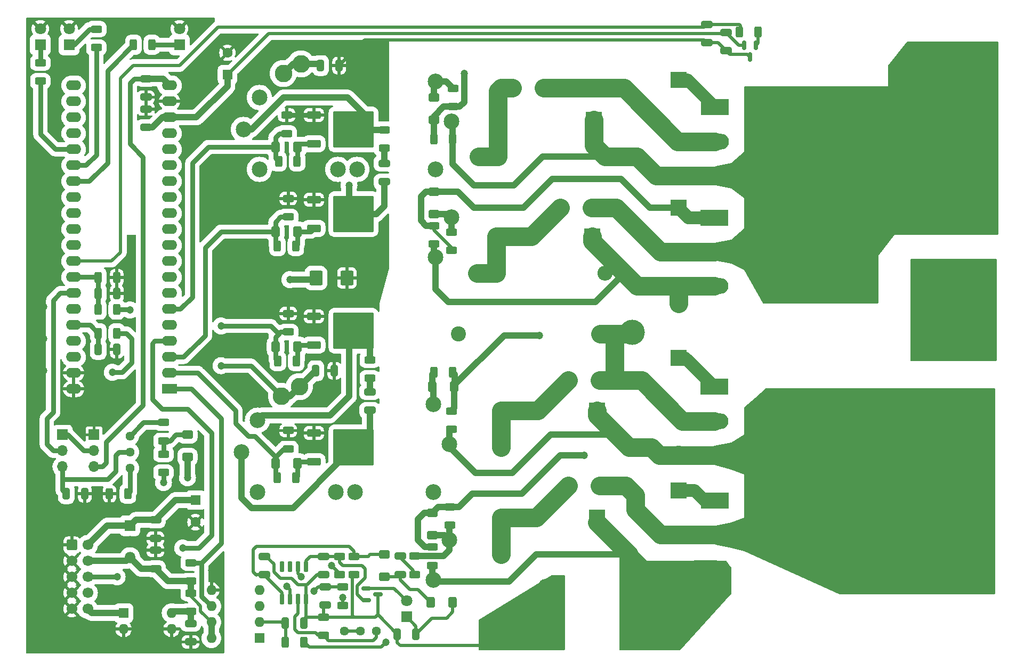
<source format=gbr>
%TF.GenerationSoftware,KiCad,Pcbnew,7.0.2*%
%TF.CreationDate,2023-05-30T11:19:59+02:00*%
%TF.ProjectId,Module_1,4d6f6475-6c65-45f3-912e-6b696361645f,rev?*%
%TF.SameCoordinates,Original*%
%TF.FileFunction,Copper,L2,Bot*%
%TF.FilePolarity,Positive*%
%FSLAX46Y46*%
G04 Gerber Fmt 4.6, Leading zero omitted, Abs format (unit mm)*
G04 Created by KiCad (PCBNEW 7.0.2) date 2023-05-30 11:19:59*
%MOMM*%
%LPD*%
G01*
G04 APERTURE LIST*
G04 Aperture macros list*
%AMRoundRect*
0 Rectangle with rounded corners*
0 $1 Rounding radius*
0 $2 $3 $4 $5 $6 $7 $8 $9 X,Y pos of 4 corners*
0 Add a 4 corners polygon primitive as box body*
4,1,4,$2,$3,$4,$5,$6,$7,$8,$9,$2,$3,0*
0 Add four circle primitives for the rounded corners*
1,1,$1+$1,$2,$3*
1,1,$1+$1,$4,$5*
1,1,$1+$1,$6,$7*
1,1,$1+$1,$8,$9*
0 Add four rect primitives between the rounded corners*
20,1,$1+$1,$2,$3,$4,$5,0*
20,1,$1+$1,$4,$5,$6,$7,0*
20,1,$1+$1,$6,$7,$8,$9,0*
20,1,$1+$1,$8,$9,$2,$3,0*%
G04 Aperture macros list end*
%TA.AperFunction,ComponentPad*%
%ADD10C,2.800000*%
%TD*%
%TA.AperFunction,ComponentPad*%
%ADD11C,2.400000*%
%TD*%
%TA.AperFunction,ComponentPad*%
%ADD12O,2.400000X2.400000*%
%TD*%
%TA.AperFunction,ComponentPad*%
%ADD13R,2.600000X2.600000*%
%TD*%
%TA.AperFunction,ComponentPad*%
%ADD14O,2.600000X2.600000*%
%TD*%
%TA.AperFunction,ComponentPad*%
%ADD15R,1.600000X1.600000*%
%TD*%
%TA.AperFunction,ComponentPad*%
%ADD16C,1.600000*%
%TD*%
%TA.AperFunction,ComponentPad*%
%ADD17RoundRect,0.250000X-0.600000X-0.600000X0.600000X-0.600000X0.600000X0.600000X-0.600000X0.600000X0*%
%TD*%
%TA.AperFunction,ComponentPad*%
%ADD18C,1.700000*%
%TD*%
%TA.AperFunction,ComponentPad*%
%ADD19R,1.800000X1.800000*%
%TD*%
%TA.AperFunction,ComponentPad*%
%ADD20C,1.800000*%
%TD*%
%TA.AperFunction,ComponentPad*%
%ADD21C,4.000000*%
%TD*%
%TA.AperFunction,ComponentPad*%
%ADD22R,1.700000X1.700000*%
%TD*%
%TA.AperFunction,ComponentPad*%
%ADD23O,1.700000X1.700000*%
%TD*%
%TA.AperFunction,ComponentPad*%
%ADD24O,1.600000X1.600000*%
%TD*%
%TA.AperFunction,ComponentPad*%
%ADD25C,1.440000*%
%TD*%
%TA.AperFunction,ComponentPad*%
%ADD26O,1.800000X1.800000*%
%TD*%
%TA.AperFunction,ComponentPad*%
%ADD27C,7.000000*%
%TD*%
%TA.AperFunction,ComponentPad*%
%ADD28R,2.400000X1.600000*%
%TD*%
%TA.AperFunction,ComponentPad*%
%ADD29O,2.400000X1.600000*%
%TD*%
%TA.AperFunction,ComponentPad*%
%ADD30C,2.500000*%
%TD*%
%TA.AperFunction,SMDPad,CuDef*%
%ADD31RoundRect,0.250000X-0.312500X-0.625000X0.312500X-0.625000X0.312500X0.625000X-0.312500X0.625000X0*%
%TD*%
%TA.AperFunction,SMDPad,CuDef*%
%ADD32RoundRect,0.250000X-0.600000X0.400000X-0.600000X-0.400000X0.600000X-0.400000X0.600000X0.400000X0*%
%TD*%
%TA.AperFunction,SMDPad,CuDef*%
%ADD33RoundRect,0.250000X-0.625000X0.312500X-0.625000X-0.312500X0.625000X-0.312500X0.625000X0.312500X0*%
%TD*%
%TA.AperFunction,SMDPad,CuDef*%
%ADD34RoundRect,0.250000X0.650000X-0.325000X0.650000X0.325000X-0.650000X0.325000X-0.650000X-0.325000X0*%
%TD*%
%TA.AperFunction,SMDPad,CuDef*%
%ADD35RoundRect,0.250000X-0.850000X-0.350000X0.850000X-0.350000X0.850000X0.350000X-0.850000X0.350000X0*%
%TD*%
%TA.AperFunction,SMDPad,CuDef*%
%ADD36RoundRect,0.250000X-1.275000X-1.125000X1.275000X-1.125000X1.275000X1.125000X-1.275000X1.125000X0*%
%TD*%
%TA.AperFunction,SMDPad,CuDef*%
%ADD37RoundRect,0.249997X-2.950003X-2.650003X2.950003X-2.650003X2.950003X2.650003X-2.950003X2.650003X0*%
%TD*%
%TA.AperFunction,SMDPad,CuDef*%
%ADD38RoundRect,0.250000X0.625000X-0.312500X0.625000X0.312500X-0.625000X0.312500X-0.625000X-0.312500X0*%
%TD*%
%TA.AperFunction,ComponentPad*%
%ADD39R,4.500000X2.500000*%
%TD*%
%TA.AperFunction,ComponentPad*%
%ADD40O,4.500000X2.500000*%
%TD*%
%TA.AperFunction,SMDPad,CuDef*%
%ADD41RoundRect,0.250000X0.312500X0.625000X-0.312500X0.625000X-0.312500X-0.625000X0.312500X-0.625000X0*%
%TD*%
%TA.AperFunction,SMDPad,CuDef*%
%ADD42RoundRect,0.250000X-0.400000X-0.600000X0.400000X-0.600000X0.400000X0.600000X-0.400000X0.600000X0*%
%TD*%
%TA.AperFunction,SMDPad,CuDef*%
%ADD43RoundRect,0.250000X-0.650000X0.325000X-0.650000X-0.325000X0.650000X-0.325000X0.650000X0.325000X0*%
%TD*%
%TA.AperFunction,SMDPad,CuDef*%
%ADD44RoundRect,0.250000X-0.325000X-0.650000X0.325000X-0.650000X0.325000X0.650000X-0.325000X0.650000X0*%
%TD*%
%TA.AperFunction,SMDPad,CuDef*%
%ADD45RoundRect,0.150000X-0.150000X0.587500X-0.150000X-0.587500X0.150000X-0.587500X0.150000X0.587500X0*%
%TD*%
%TA.AperFunction,SMDPad,CuDef*%
%ADD46RoundRect,0.250000X0.600000X-0.400000X0.600000X0.400000X-0.600000X0.400000X-0.600000X-0.400000X0*%
%TD*%
%TA.AperFunction,SMDPad,CuDef*%
%ADD47RoundRect,0.250000X0.325000X0.650000X-0.325000X0.650000X-0.325000X-0.650000X0.325000X-0.650000X0*%
%TD*%
%TA.AperFunction,SMDPad,CuDef*%
%ADD48RoundRect,0.250000X-0.787500X-0.925000X0.787500X-0.925000X0.787500X0.925000X-0.787500X0.925000X0*%
%TD*%
%TA.AperFunction,SMDPad,CuDef*%
%ADD49RoundRect,0.250000X0.400000X0.600000X-0.400000X0.600000X-0.400000X-0.600000X0.400000X-0.600000X0*%
%TD*%
%TA.AperFunction,SMDPad,CuDef*%
%ADD50RoundRect,0.150000X0.150000X-0.725000X0.150000X0.725000X-0.150000X0.725000X-0.150000X-0.725000X0*%
%TD*%
%TA.AperFunction,SMDPad,CuDef*%
%ADD51RoundRect,0.150000X-0.587500X-0.150000X0.587500X-0.150000X0.587500X0.150000X-0.587500X0.150000X0*%
%TD*%
%TA.AperFunction,ViaPad*%
%ADD52C,1.200000*%
%TD*%
%TA.AperFunction,Conductor*%
%ADD53C,1.000000*%
%TD*%
%TA.AperFunction,Conductor*%
%ADD54C,0.750000*%
%TD*%
%TA.AperFunction,Conductor*%
%ADD55C,0.500000*%
%TD*%
%TA.AperFunction,Conductor*%
%ADD56C,3.000000*%
%TD*%
%TA.AperFunction,Conductor*%
%ADD57C,2.000000*%
%TD*%
G04 APERTURE END LIST*
D10*
%TO.P,,2,PM*%
%TO.N,+12V*%
X104140000Y-93980000D03*
%TD*%
%TO.P,,2,PM*%
%TO.N,+12V*%
X104394000Y-42672000D03*
%TD*%
D11*
%TO.P,R37,1*%
%TO.N,/Shunt+*%
X158496000Y-134366000D03*
D12*
%TO.P,R37,2*%
%TO.N,/Shunt-*%
X143256000Y-134366000D03*
%TD*%
D13*
%TO.P,D18,1,A1*%
%TO.N,Net-(D12-A)*%
X164338000Y-89408000D03*
D14*
%TO.P,D18,2,A2*%
%TO.N,Net-(D18-A2)*%
X164338000Y-104648000D03*
%TD*%
D11*
%TO.P,C27,1*%
%TO.N,Net-(D16-A2)*%
X206000000Y-48500000D03*
%TO.P,C27,2*%
%TO.N,Net-(J4-Pin_1)*%
X206000000Y-76000000D03*
%TD*%
D15*
%TO.P,C3,1*%
%TO.N,+12V*%
X87630000Y-112012349D03*
D16*
%TO.P,C3,2*%
%TO.N,GND*%
X87630000Y-115512349D03*
%TD*%
D17*
%TO.P,J1,1,1*%
%TO.N,GND*%
X67985000Y-119160000D03*
D18*
%TO.P,J1,2,2*%
%TO.N,+12V*%
X70525000Y-119160000D03*
%TO.P,J1,3,3*%
%TO.N,GND*%
X67985000Y-121700000D03*
%TO.P,J1,4,4*%
%TO.N,+5V*%
X70525000Y-121700000D03*
%TO.P,J1,5,5*%
%TO.N,GND*%
X67985000Y-124240000D03*
%TO.P,J1,6,6*%
%TO.N,/OS_IN*%
X70525000Y-124240000D03*
%TO.P,J1,7,7*%
%TO.N,GND*%
X67985000Y-126780000D03*
%TO.P,J1,8,8*%
%TO.N,/OUTI1*%
X70525000Y-126780000D03*
%TO.P,J1,9,9*%
%TO.N,GND*%
X67985000Y-129320000D03*
%TO.P,J1,10,10*%
%TO.N,/IN1*%
X70525000Y-129320000D03*
%TD*%
D13*
%TO.P,D16,1,A1*%
%TO.N,Net-(D14-A)*%
X164338000Y-45212000D03*
D14*
%TO.P,D16,2,A2*%
%TO.N,Net-(D16-A2)*%
X164338000Y-60452000D03*
%TD*%
D19*
%TO.P,D2,1,A*%
%TO.N,Net-(D2-A)*%
X85090000Y-39629000D03*
D20*
%TO.P,D2,2,K*%
%TO.N,GND*%
X85090000Y-37089000D03*
%TD*%
D11*
%TO.P,R39,1*%
%TO.N,/Shunt+*%
X158496000Y-130048000D03*
D12*
%TO.P,R39,2*%
%TO.N,/Shunt-*%
X143256000Y-130048000D03*
%TD*%
D21*
%TO.P,J3,1,Pin_1*%
%TO.N,/Shunt-*%
X137000000Y-133000000D03*
%TD*%
D22*
%TO.P,JP1,1,A*%
%TO.N,Net-(JP1-A)*%
X66525000Y-101635000D03*
D23*
%TO.P,JP1,2,C*%
%TO.N,/OS*%
X66525000Y-104175000D03*
%TO.P,JP1,3,B*%
%TO.N,Net-(JP1-B)*%
X66525000Y-106715000D03*
%TD*%
D16*
%TO.P,C25,1*%
%TO.N,Net-(J2-Pin_1)*%
X151852000Y-92964000D03*
%TO.P,C25,2*%
%TO.N,Net-(D22-A2)*%
X146852000Y-92964000D03*
%TD*%
D11*
%TO.P,R41,1*%
%TO.N,Net-(D21-A2)*%
X132334000Y-75946000D03*
D12*
%TO.P,R41,2*%
%TO.N,/Shunt+*%
X152654000Y-75946000D03*
%TD*%
D13*
%TO.P,D19,1,A1*%
%TO.N,Net-(D13-A)*%
X164338000Y-110490000D03*
D14*
%TO.P,D19,2,A2*%
%TO.N,/Shunt+*%
X164338000Y-125730000D03*
%TD*%
D13*
%TO.P,D17,1,A1*%
%TO.N,Net-(D15-A)*%
X164338000Y-65532000D03*
D14*
%TO.P,D17,2,A2*%
%TO.N,/Shunt+*%
X164338000Y-80772000D03*
%TD*%
D15*
%TO.P,U6,1,NC*%
%TO.N,unconnected-(U6-NC-Pad1)*%
X97780000Y-133975000D03*
D24*
%TO.P,U6,2,A*%
%TO.N,Net-(U6-A)*%
X97780000Y-131435000D03*
%TO.P,U6,3,C*%
%TO.N,Net-(U6-C)*%
X97780000Y-128895000D03*
%TO.P,U6,4*%
%TO.N,N/C*%
X97780000Y-126355000D03*
%TO.P,U6,5,GND*%
%TO.N,GND*%
X90160000Y-126355000D03*
%TO.P,U6,6,VO*%
%TO.N,/I_ER*%
X90160000Y-128895000D03*
%TO.P,U6,7,EN*%
%TO.N,+5V*%
X90160000Y-131435000D03*
%TO.P,U6,8,VCC*%
X90160000Y-133975000D03*
%TD*%
D11*
%TO.P,R43,1*%
%TO.N,Net-(D23-A2)*%
X136144000Y-120650000D03*
D12*
%TO.P,R43,2*%
%TO.N,/Shunt+*%
X156464000Y-120650000D03*
%TD*%
D25*
%TO.P,RV1,1,1*%
%TO.N,Net-(R3-Pad2)*%
X77216000Y-101844000D03*
%TO.P,RV1,2,2*%
%TO.N,Net-(JP1-B)*%
X77216000Y-104384000D03*
%TO.P,RV1,3,3*%
%TO.N,Net-(R4-Pad2)*%
X77216000Y-106924000D03*
%TD*%
D11*
%TO.P,C27_2,1*%
%TO.N,Net-(D16-A2)*%
X205994000Y-41656000D03*
%TD*%
D15*
%TO.P,C6,1*%
%TO.N,+5V*%
X92710000Y-44394000D03*
D16*
%TO.P,C6,2*%
%TO.N,GND*%
X92710000Y-40894000D03*
%TD*%
D13*
%TO.P,D23,1,A1*%
%TO.N,/Shunt+*%
X151384000Y-114808000D03*
D14*
%TO.P,D23,2,A2*%
%TO.N,Net-(D23-A2)*%
X136144000Y-114808000D03*
%TD*%
D22*
%TO.P,JP2,1,A*%
%TO.N,GND*%
X71525000Y-101635000D03*
D23*
%TO.P,JP2,2,C*%
%TO.N,Net-(JP1-A)*%
X71525000Y-104175000D03*
%TO.P,JP2,3,B*%
%TO.N,+3V3*%
X71525000Y-106715000D03*
%TD*%
D19*
%TO.P,D7,1,A*%
%TO.N,Net-(D6-K)*%
X121158000Y-130561000D03*
D20*
%TO.P,D7,2,K*%
%TO.N,Net-(D7-K)*%
X121158000Y-128021000D03*
%TD*%
D11*
%TO.P,R38,1*%
%TO.N,/Shunt+*%
X158496000Y-125730000D03*
D12*
%TO.P,R38,2*%
%TO.N,/Shunt-*%
X143256000Y-125730000D03*
%TD*%
D19*
%TO.P,D3,1,A*%
%TO.N,Net-(D3-A)*%
X67564000Y-39629000D03*
D20*
%TO.P,D3,2,K*%
%TO.N,GND*%
X67564000Y-37089000D03*
%TD*%
D19*
%TO.P,U2,1,IN*%
%TO.N,+12V*%
X77216000Y-116078000D03*
D26*
%TO.P,U2,2,GND*%
%TO.N,GND*%
X77216000Y-118618000D03*
%TO.P,U2,3,OUT*%
%TO.N,+5V*%
X77216000Y-121158000D03*
%TD*%
D16*
%TO.P,C23,1*%
%TO.N,Net-(J2-Pin_1)*%
X142962000Y-46482000D03*
%TO.P,C23,2*%
%TO.N,Net-(D20-A2)*%
X137962000Y-46482000D03*
%TD*%
D27*
%TO.P,J5,1,Pin_1*%
%TO.N,Net-(D18-A2)*%
X206000000Y-122000000D03*
%TD*%
%TO.P,J4,1,Pin_1*%
%TO.N,Net-(J4-Pin_1)*%
X206000000Y-86000000D03*
%TD*%
D19*
%TO.P,D4,1,A*%
%TO.N,Net-(D4-A)*%
X62992000Y-39629000D03*
D20*
%TO.P,D4,2,K*%
%TO.N,GND*%
X62992000Y-37089000D03*
%TD*%
D11*
%TO.P,R40,1*%
%TO.N,Net-(D20-A2)*%
X132334000Y-57404000D03*
D12*
%TO.P,R40,2*%
%TO.N,Net-(D16-A2)*%
X152654000Y-57404000D03*
%TD*%
D13*
%TO.P,D21,1,A1*%
%TO.N,/Shunt+*%
X150622000Y-70104000D03*
D14*
%TO.P,D21,2,A2*%
%TO.N,Net-(D21-A2)*%
X135382000Y-70104000D03*
%TD*%
D11*
%TO.P,C28,1*%
%TO.N,Net-(J2-Pin_1)*%
X151892000Y-85598000D03*
%TO.P,C28,2*%
%TO.N,/Shunt-*%
X129392000Y-85598000D03*
%TD*%
D28*
%TO.P,M1,1,PB12/SPI2_NSS*%
%TO.N,/I_ER*%
X83525000Y-94340000D03*
D29*
%TO.P,M1,2,PB13/SPI2_SCK*%
%TO.N,/PWM_BN*%
X83525000Y-91800000D03*
%TO.P,M1,3,PB14/SPI2_MISO*%
%TO.N,/PWM_AN*%
X83525000Y-89260000D03*
%TO.P,M1,4,PB15/SPI2_MOSI*%
%TO.N,/IN_1*%
X83525000Y-86720000D03*
%TO.P,M1,5,PA8*%
%TO.N,/PWM_B*%
X83525000Y-84180000D03*
%TO.P,M1,6,PA9/USART1_TX*%
%TO.N,/PWM_A*%
X83525000Y-81640000D03*
%TO.P,M1,7,PA10/USART1_RX*%
%TO.N,unconnected-(M1-PA10{slash}USART1_RX-Pad7)*%
X83525000Y-79100000D03*
%TO.P,M1,8,PA11*%
%TO.N,unconnected-(M1-PA11-Pad8)*%
X83525000Y-76560000D03*
%TO.P,M1,9,PA12*%
%TO.N,unconnected-(M1-PA12-Pad9)*%
X83525000Y-74020000D03*
%TO.P,M1,10,PA15/SPI1_NSS*%
%TO.N,unconnected-(M1-PA15{slash}SPI1_NSS-Pad10)*%
X83525000Y-71480000D03*
%TO.P,M1,11,PB3/SPI1_SCK*%
%TO.N,unconnected-(M1-PB3{slash}SPI1_SCK-Pad11)*%
X83525000Y-68940000D03*
%TO.P,M1,12,PB4/SPI1_MISO*%
%TO.N,unconnected-(M1-PB4{slash}SPI1_MISO-Pad12)*%
X83525000Y-66400000D03*
%TO.P,M1,13,PB5/SPI1_MOSI*%
%TO.N,unconnected-(M1-PB5{slash}SPI1_MOSI-Pad13)*%
X83525000Y-63860000D03*
%TO.P,M1,14,PB6/USART1_TX*%
%TO.N,unconnected-(M1-PB6{slash}USART1_TX-Pad14)*%
X83525000Y-61320000D03*
%TO.P,M1,15,PB7/USART1_RX*%
%TO.N,unconnected-(M1-PB7{slash}USART1_RX-Pad15)*%
X83525000Y-58780000D03*
%TO.P,M1,16,PB8*%
%TO.N,unconnected-(M1-PB8-Pad16)*%
X83525000Y-56240000D03*
%TO.P,M1,17,PB9*%
%TO.N,unconnected-(M1-PB9-Pad17)*%
X83525000Y-53700000D03*
%TO.P,M1,18,5V*%
%TO.N,+5V*%
X83525000Y-51160000D03*
%TO.P,M1,19,GND*%
%TO.N,GND*%
X83525000Y-48620000D03*
%TO.P,M1,20,3V3*%
%TO.N,+3V3*%
X83525000Y-46080000D03*
%TO.P,M1,21,VBAT*%
%TO.N,unconnected-(M1-VBAT-Pad21)*%
X68285000Y-46080000D03*
%TO.P,M1,22,PC13*%
%TO.N,unconnected-(M1-PC13-Pad22)*%
X68285000Y-48620000D03*
%TO.P,M1,23,PC14*%
%TO.N,unconnected-(M1-PC14-Pad23)*%
X68285000Y-51160000D03*
%TO.P,M1,24,PC15*%
%TO.N,unconnected-(M1-PC15-Pad24)*%
X68285000Y-53700000D03*
%TO.P,M1,25,PA0*%
%TO.N,/LED1*%
X68285000Y-56240000D03*
%TO.P,M1,26,PA1*%
%TO.N,/LED2*%
X68285000Y-58780000D03*
%TO.P,M1,27,PA2/USART2_TX*%
%TO.N,/LED3*%
X68285000Y-61320000D03*
%TO.P,M1,28,PA3/USART2_RX*%
%TO.N,unconnected-(M1-PA3{slash}USART2_RX-Pad28)*%
X68285000Y-63860000D03*
%TO.P,M1,29,PA4/SPI1_NSS*%
%TO.N,unconnected-(M1-PA4{slash}SPI1_NSS-Pad29)*%
X68285000Y-66400000D03*
%TO.P,M1,30,PA5/SPI1_SCK*%
%TO.N,unconnected-(M1-PA5{slash}SPI1_SCK-Pad30)*%
X68285000Y-68940000D03*
%TO.P,M1,31,PA6/SPI1_MISO*%
%TO.N,unconnected-(M1-PA6{slash}SPI1_MISO-Pad31)*%
X68285000Y-71480000D03*
%TO.P,M1,32,PA7/SPI_MOSI*%
%TO.N,/TMP*%
X68285000Y-74020000D03*
%TO.P,M1,33,PB0*%
%TO.N,/UP*%
X68285000Y-76560000D03*
%TO.P,M1,34,PB1*%
%TO.N,/OS*%
X68285000Y-79100000D03*
%TO.P,M1,35,PB10/USART3_TX*%
%TO.N,unconnected-(M1-PB10{slash}USART3_TX-Pad35)*%
X68285000Y-81640000D03*
%TO.P,M1,36,PB11/USART3_RX*%
%TO.N,/OUT_1*%
X68285000Y-84180000D03*
%TO.P,M1,37,NRST*%
%TO.N,unconnected-(M1-NRST-Pad37)*%
X68285000Y-86720000D03*
%TO.P,M1,38,3V3*%
%TO.N,unconnected-(M1-3V3-Pad38)*%
X68285000Y-89260000D03*
%TO.P,M1,39,GND*%
%TO.N,GND*%
X68285000Y-91800000D03*
%TO.P,M1,40,GND*%
X68285000Y-94340000D03*
%TD*%
D16*
%TO.P,C24,1*%
%TO.N,Net-(D16-A2)*%
X150582000Y-65532000D03*
%TO.P,C24,2*%
%TO.N,Net-(D21-A2)*%
X145582000Y-65532000D03*
%TD*%
D15*
%TO.P,U1,1*%
%TO.N,/IN1*%
X76210000Y-129965000D03*
D24*
%TO.P,U1,2*%
%TO.N,GND*%
X76210000Y-132505000D03*
%TO.P,U1,3*%
X83830000Y-132505000D03*
%TO.P,U1,4*%
%TO.N,/IN_1*%
X83830000Y-129965000D03*
%TD*%
D13*
%TO.P,D22,1,A1*%
%TO.N,Net-(D18-A2)*%
X151384000Y-97790000D03*
D14*
%TO.P,D22,2,A2*%
%TO.N,Net-(D22-A2)*%
X136144000Y-97790000D03*
%TD*%
D13*
%TO.P,D20,1,A1*%
%TO.N,Net-(D16-A2)*%
X150876000Y-51562000D03*
D14*
%TO.P,D20,2,A2*%
%TO.N,Net-(D20-A2)*%
X135636000Y-51562000D03*
%TD*%
D11*
%TO.P,R42,1*%
%TO.N,Net-(D22-A2)*%
X136144000Y-103632000D03*
D12*
%TO.P,R42,2*%
%TO.N,Net-(D18-A2)*%
X156464000Y-103632000D03*
%TD*%
D30*
%TO.P,T2,1,IN+*%
%TO.N,/DriverFet/Driver_B*%
X97490000Y-99316000D03*
D10*
%TO.P,T2,2,PM*%
%TO.N,+12V*%
X101300000Y-95506000D03*
D30*
%TO.P,T2,3,IN-*%
%TO.N,/DriverFet/Driver_BN*%
X94950000Y-104396000D03*
%TO.P,T2,4,OUT1A*%
%TO.N,Net-(D12-K)*%
X125430000Y-96776000D03*
%TO.P,T2,5,OUT1B*%
%TO.N,Net-(D18-A2)*%
X127970000Y-103126000D03*
%TO.P,T2,6,OUT2A*%
%TO.N,/Transf_out*%
X127970000Y-118366000D03*
%TO.P,T2,7,OUT2B*%
%TO.N,/Shunt+*%
X125430000Y-124716000D03*
%TO.P,T2,8*%
%TO.N,N/C*%
X112984000Y-110746000D03*
%TO.P,T2,9*%
X109936000Y-110746000D03*
%TO.P,T2,10*%
X97490000Y-110746000D03*
%TO.P,T2,11*%
X125430000Y-110746000D03*
%TD*%
D16*
%TO.P,C26,1*%
%TO.N,Net-(D18-A2)*%
X151852000Y-109728000D03*
%TO.P,C26,2*%
%TO.N,Net-(D23-A2)*%
X146852000Y-109728000D03*
%TD*%
D30*
%TO.P,T1,1,IN+*%
%TO.N,/DriverFet/Driver_AN*%
X97790000Y-48006000D03*
D10*
%TO.P,T1,2,PM*%
%TO.N,+12V*%
X101600000Y-44196000D03*
D30*
%TO.P,T1,3,IN-*%
%TO.N,/DriverFet/Driver_A*%
X95250000Y-53086000D03*
%TO.P,T1,4,OUT1A*%
%TO.N,Net-(D14-K)*%
X125730000Y-45466000D03*
%TO.P,T1,5,OUT1B*%
%TO.N,Net-(D16-A2)*%
X128270000Y-51816000D03*
%TO.P,T1,6,OUT2A*%
%TO.N,Net-(D15-K)*%
X128270000Y-67056000D03*
%TO.P,T1,7,OUT2B*%
%TO.N,/Shunt+*%
X125730000Y-73406000D03*
%TO.P,T1,8*%
%TO.N,N/C*%
X113284000Y-59436000D03*
%TO.P,T1,9*%
X110236000Y-59436000D03*
%TO.P,T1,10*%
X97790000Y-59436000D03*
%TO.P,T1,11*%
X125730000Y-59436000D03*
%TD*%
D21*
%TO.P,J2,1,Pin_1*%
%TO.N,Net-(J2-Pin_1)*%
X156972000Y-85344000D03*
%TD*%
D25*
%TO.P,RV2,1,1*%
%TO.N,Net-(R15-Pad1)*%
X111252000Y-132842000D03*
%TO.P,RV2,2,2*%
X113792000Y-132842000D03*
%TO.P,RV2,3,3*%
%TO.N,Net-(U5-+)*%
X116332000Y-132842000D03*
%TD*%
D31*
%TO.P,R4,1*%
%TO.N,GND*%
X73975500Y-110998000D03*
%TO.P,R4,2*%
%TO.N,Net-(R4-Pad2)*%
X76900500Y-110998000D03*
%TD*%
D32*
%TO.P,D14,1,K*%
%TO.N,Net-(D14-K)*%
X125476000Y-48034000D03*
%TO.P,D14,2,A*%
%TO.N,Net-(D14-A)*%
X125476000Y-51534000D03*
%TD*%
D33*
%TO.P,R19,1*%
%TO.N,GND*%
X102108000Y-50800000D03*
%TO.P,R19,2*%
%TO.N,/PWM_A*%
X102108000Y-53725000D03*
%TD*%
D34*
%TO.P,C8,1*%
%TO.N,+5V*%
X81280000Y-122936000D03*
%TO.P,C8,2*%
%TO.N,GND*%
X81280000Y-119986000D03*
%TD*%
D35*
%TO.P,Q4,1,G*%
%TO.N,Net-(D11-A)*%
X106426000Y-105912000D03*
D36*
%TO.P,Q4,2,D*%
%TO.N,/DriverFet/Driver_BN*%
X111051000Y-102107000D03*
X111051000Y-105157000D03*
D37*
X112726000Y-103632000D03*
D36*
X114401000Y-102107000D03*
X114401000Y-105157000D03*
D35*
%TO.P,Q4,3,S*%
%TO.N,GND*%
X106426000Y-101352000D03*
%TD*%
D38*
%TO.P,R12,1*%
%TO.N,Net-(C13-Pad1)*%
X122428000Y-123829000D03*
%TO.P,R12,2*%
%TO.N,/Transf_out*%
X122428000Y-120904000D03*
%TD*%
D39*
%TO.P,Q5,1,G*%
%TO.N,Net-(D14-A)*%
X170110000Y-49550000D03*
D40*
%TO.P,Q5,2,D*%
%TO.N,Net-(J2-Pin_1)*%
X170110000Y-55000000D03*
%TO.P,Q5,3,S*%
%TO.N,Net-(D16-A2)*%
X170110000Y-60450000D03*
%TD*%
D38*
%TO.P,R35,1*%
%TO.N,Net-(D18-A2)*%
X128270000Y-100776500D03*
%TO.P,R35,2*%
%TO.N,Net-(D12-A)*%
X128270000Y-97851500D03*
%TD*%
D41*
%TO.P,R29,1*%
%TO.N,Net-(D12-A)*%
X128462500Y-91694000D03*
%TO.P,R29,2*%
%TO.N,Net-(D12-K)*%
X125537500Y-91694000D03*
%TD*%
D38*
%TO.P,R1,1*%
%TO.N,/IN_1*%
X86868000Y-129732500D03*
%TO.P,R1,2*%
%TO.N,+5V*%
X86868000Y-126807500D03*
%TD*%
D42*
%TO.P,D9,1,K*%
%TO.N,/PWM_AN*%
X100358000Y-69342000D03*
%TO.P,D9,2,A*%
%TO.N,Net-(D9-A)*%
X103858000Y-69342000D03*
%TD*%
D43*
%TO.P,C12,1*%
%TO.N,/TMP*%
X168844000Y-36371000D03*
%TO.P,C12,2*%
%TO.N,GND*%
X168844000Y-39321000D03*
%TD*%
D35*
%TO.P,Q1,1,G*%
%TO.N,Net-(D8-A)*%
X106426000Y-55365000D03*
D36*
%TO.P,Q1,2,D*%
%TO.N,/DriverFet/Driver_A*%
X111051000Y-51560000D03*
X111051000Y-54610000D03*
D37*
X112726000Y-53085000D03*
D36*
X114401000Y-51560000D03*
X114401000Y-54610000D03*
D35*
%TO.P,Q1,3,S*%
%TO.N,GND*%
X106426000Y-50805000D03*
%TD*%
D38*
%TO.P,R2,1*%
%TO.N,/OS_IN*%
X82550000Y-107634500D03*
%TO.P,R2,2*%
%TO.N,Net-(D1-A)*%
X82550000Y-104709500D03*
%TD*%
D43*
%TO.P,C5,1*%
%TO.N,+12V*%
X81280000Y-115160000D03*
%TO.P,C5,2*%
%TO.N,GND*%
X81280000Y-118110000D03*
%TD*%
D41*
%TO.P,R9,1*%
%TO.N,Net-(U3-V_{OUT})*%
X176972000Y-37592000D03*
%TO.P,R9,2*%
%TO.N,/TMP*%
X174047000Y-37592000D03*
%TD*%
D43*
%TO.P,C22,1*%
%TO.N,Net-(C22-Pad1)*%
X115316000Y-94791000D03*
%TO.P,C22,2*%
%TO.N,/DriverFet/Driver_BN*%
X115316000Y-97741000D03*
%TD*%
D44*
%TO.P,C10,1*%
%TO.N,/OUT_1*%
X72185000Y-88060000D03*
%TO.P,C10,2*%
%TO.N,GND*%
X75135000Y-88060000D03*
%TD*%
D43*
%TO.P,C7,1*%
%TO.N,/IN_1*%
X86868000Y-131621000D03*
%TO.P,C7,2*%
%TO.N,GND*%
X86868000Y-134571000D03*
%TD*%
D38*
%TO.P,R15,1*%
%TO.N,Net-(R15-Pad1)*%
X110490000Y-123890500D03*
%TO.P,R15,2*%
%TO.N,Net-(U4-OUT)*%
X110490000Y-120965500D03*
%TD*%
D43*
%TO.P,C1,1*%
%TO.N,+3V3*%
X79756000Y-45007000D03*
%TO.P,C1,2*%
%TO.N,GND*%
X79756000Y-47957000D03*
%TD*%
D41*
%TO.P,R26,1*%
%TO.N,Net-(D11-A)*%
X103570500Y-108458000D03*
%TO.P,R26,2*%
%TO.N,/PWM_BN*%
X100645500Y-108458000D03*
%TD*%
D38*
%TO.P,R32,1*%
%TO.N,Net-(D15-A)*%
X128270000Y-72328500D03*
%TO.P,R32,2*%
%TO.N,Net-(D15-K)*%
X128270000Y-69403500D03*
%TD*%
D44*
%TO.P,C18,1*%
%TO.N,Net-(U6-A)*%
X101903000Y-131572000D03*
%TO.P,C18,2*%
%TO.N,/Shunt-*%
X104853000Y-131572000D03*
%TD*%
D45*
%TO.P,U3,1,V_{DD}*%
%TO.N,+5V*%
X174752000Y-39702500D03*
%TO.P,U3,2,V_{OUT}*%
%TO.N,Net-(U3-V_{OUT})*%
X176652000Y-39702500D03*
%TO.P,U3,3,GND*%
%TO.N,GND*%
X175702000Y-41577500D03*
%TD*%
D46*
%TO.P,D15,1,K*%
%TO.N,Net-(D15-K)*%
X125476000Y-66520000D03*
%TO.P,D15,2,A*%
%TO.N,Net-(D15-A)*%
X125476000Y-63020000D03*
%TD*%
D44*
%TO.P,C9,1*%
%TO.N,Net-(JP1-B)*%
X67105000Y-110998000D03*
%TO.P,C9,2*%
%TO.N,GND*%
X70055000Y-110998000D03*
%TD*%
D41*
%TO.P,R25,1*%
%TO.N,Net-(D10-A)*%
X103632000Y-89916000D03*
%TO.P,R25,2*%
%TO.N,/PWM_B*%
X100707000Y-89916000D03*
%TD*%
%TO.P,R13,1*%
%TO.N,Net-(D6-K)*%
X104840500Y-134620000D03*
%TO.P,R13,2*%
%TO.N,Net-(U6-A)*%
X101915500Y-134620000D03*
%TD*%
D38*
%TO.P,R20,1*%
%TO.N,/PWM_AN*%
X102362000Y-66994500D03*
%TO.P,R20,2*%
%TO.N,GND*%
X102362000Y-64069500D03*
%TD*%
D33*
%TO.P,R18,1*%
%TO.N,/I_ER*%
X86868000Y-121981500D03*
%TO.P,R18,2*%
%TO.N,+5V*%
X86868000Y-124906500D03*
%TD*%
D46*
%TO.P,D5,1,K*%
%TO.N,Net-(D5-K)*%
X117602000Y-124178000D03*
%TO.P,D5,2,A*%
%TO.N,Net-(D5-A)*%
X117602000Y-120678000D03*
%TD*%
%TO.P,D1,1,K*%
%TO.N,+5V*%
X86360000Y-105128000D03*
%TO.P,D1,2,A*%
%TO.N,Net-(D1-A)*%
X86360000Y-101628000D03*
%TD*%
D43*
%TO.P,C29,1*%
%TO.N,+5V*%
X171892000Y-37641000D03*
%TO.P,C29,2*%
%TO.N,GND*%
X171892000Y-40591000D03*
%TD*%
D47*
%TO.P,C14,1*%
%TO.N,Net-(D6-K)*%
X122633000Y-133350000D03*
%TO.P,C14,2*%
%TO.N,/Shunt-*%
X119683000Y-133350000D03*
%TD*%
D31*
%TO.P,R5,1*%
%TO.N,/LED3*%
X77785500Y-39624000D03*
%TO.P,R5,2*%
%TO.N,Net-(D2-A)*%
X80710500Y-39624000D03*
%TD*%
D43*
%TO.P,C16,1*%
%TO.N,Net-(U4-OUT)*%
X107950000Y-120953000D03*
%TO.P,C16,2*%
%TO.N,/Shunt-*%
X107950000Y-123903000D03*
%TD*%
D38*
%TO.P,R27,1*%
%TO.N,Net-(C21-Pad1)*%
X117602000Y-56072500D03*
%TO.P,R27,2*%
%TO.N,/DriverFet/Driver_A*%
X117602000Y-53147500D03*
%TD*%
D48*
%TO.P,C4,1*%
%TO.N,+12V*%
X106757500Y-76708000D03*
%TO.P,C4,2*%
%TO.N,GND*%
X111682500Y-76708000D03*
%TD*%
D35*
%TO.P,Q2,1,G*%
%TO.N,Net-(D9-A)*%
X106426000Y-68827000D03*
D36*
%TO.P,Q2,2,D*%
%TO.N,/DriverFet/Driver_AN*%
X111051000Y-65022000D03*
X111051000Y-68072000D03*
D37*
X112726000Y-66547000D03*
D36*
X114401000Y-65022000D03*
X114401000Y-68072000D03*
D35*
%TO.P,Q2,3,S*%
%TO.N,GND*%
X106426000Y-64267000D03*
%TD*%
D42*
%TO.P,D11,1,K*%
%TO.N,/PWM_BN*%
X100358000Y-106172000D03*
%TO.P,D11,2,A*%
%TO.N,Net-(D11-A)*%
X103858000Y-106172000D03*
%TD*%
D44*
%TO.P,C11,1*%
%TO.N,/UP*%
X72185000Y-79170000D03*
%TO.P,C11,2*%
%TO.N,GND*%
X75135000Y-79170000D03*
%TD*%
D31*
%TO.P,R10,1*%
%TO.N,/UP*%
X72197500Y-81710000D03*
%TO.P,R10,2*%
%TO.N,+12V*%
X75122500Y-81710000D03*
%TD*%
D41*
%TO.P,R24,1*%
%TO.N,Net-(D9-A)*%
X103570500Y-71628000D03*
%TO.P,R24,2*%
%TO.N,/PWM_AN*%
X100645500Y-71628000D03*
%TD*%
D38*
%TO.P,R22,1*%
%TO.N,/PWM_BN*%
X102362000Y-103886000D03*
%TO.P,R22,2*%
%TO.N,GND*%
X102362000Y-100961000D03*
%TD*%
D39*
%TO.P,Q7,1,G*%
%TO.N,Net-(D12-A)*%
X170000000Y-94000000D03*
D40*
%TO.P,Q7,2,D*%
%TO.N,Net-(J2-Pin_1)*%
X170000000Y-99450000D03*
%TO.P,Q7,3,S*%
%TO.N,Net-(D18-A2)*%
X170000000Y-104900000D03*
%TD*%
D49*
%TO.P,D6,1,K*%
%TO.N,Net-(D6-K)*%
X128496000Y-128270000D03*
%TO.P,D6,2,A*%
%TO.N,Net-(D5-K)*%
X124996000Y-128270000D03*
%TD*%
D38*
%TO.P,R7,1*%
%TO.N,/LED1*%
X62992000Y-45404500D03*
%TO.P,R7,2*%
%TO.N,Net-(D4-A)*%
X62992000Y-42479500D03*
%TD*%
D39*
%TO.P,Q6,1,G*%
%TO.N,Net-(D15-A)*%
X170000000Y-67100000D03*
D40*
%TO.P,Q6,2,D*%
%TO.N,Net-(D16-A2)*%
X170000000Y-72550000D03*
%TO.P,Q6,3,S*%
%TO.N,/Shunt+*%
X170000000Y-78000000D03*
%TD*%
D33*
%TO.P,R21,1*%
%TO.N,GND*%
X102362000Y-82357500D03*
%TO.P,R21,2*%
%TO.N,/PWM_B*%
X102362000Y-85282500D03*
%TD*%
D43*
%TO.P,C13,1*%
%TO.N,Net-(C13-Pad1)*%
X120142000Y-120904000D03*
%TO.P,C13,2*%
%TO.N,Net-(D5-K)*%
X120142000Y-123854000D03*
%TD*%
D38*
%TO.P,R34,1*%
%TO.N,/Shunt+*%
X125476000Y-71312500D03*
%TO.P,R34,2*%
%TO.N,Net-(D15-A)*%
X125476000Y-68387500D03*
%TD*%
D33*
%TO.P,R16,1*%
%TO.N,/Shunt-*%
X107950000Y-130617500D03*
%TO.P,R16,2*%
%TO.N,Net-(U5-+)*%
X107950000Y-133542500D03*
%TD*%
D43*
%TO.P,C21,1*%
%TO.N,Net-(C21-Pad1)*%
X117602000Y-58469000D03*
%TO.P,C21,2*%
%TO.N,/DriverFet/Driver_AN*%
X117602000Y-61419000D03*
%TD*%
%TO.P,C17,1*%
%TO.N,Net-(U5--)*%
X108204000Y-125779000D03*
%TO.P,C17,2*%
%TO.N,/Shunt-*%
X108204000Y-128729000D03*
%TD*%
D46*
%TO.P,D13,1,K*%
%TO.N,/Transf_out*%
X125222000Y-117574000D03*
%TO.P,D13,2,A*%
%TO.N,Net-(D13-A)*%
X125222000Y-114074000D03*
%TD*%
D41*
%TO.P,R8,1*%
%TO.N,/OUTI1*%
X75122500Y-85520000D03*
%TO.P,R8,2*%
%TO.N,/OUT_1*%
X72197500Y-85520000D03*
%TD*%
D38*
%TO.P,R3,1*%
%TO.N,Net-(D1-A)*%
X82550000Y-102616000D03*
%TO.P,R3,2*%
%TO.N,Net-(R3-Pad2)*%
X82550000Y-99691000D03*
%TD*%
D35*
%TO.P,Q3,1,G*%
%TO.N,Net-(D10-A)*%
X106426000Y-87370000D03*
D36*
%TO.P,Q3,2,D*%
%TO.N,/DriverFet/Driver_B*%
X111051000Y-83565000D03*
X111051000Y-86615000D03*
D37*
X112726000Y-85090000D03*
D36*
X114401000Y-83565000D03*
X114401000Y-86615000D03*
D35*
%TO.P,Q3,3,S*%
%TO.N,GND*%
X106426000Y-82810000D03*
%TD*%
D38*
%TO.P,R31,1*%
%TO.N,Net-(D14-A)*%
X128524000Y-49468500D03*
%TO.P,R31,2*%
%TO.N,Net-(D14-K)*%
X128524000Y-46543500D03*
%TD*%
D39*
%TO.P,Q8,1,G*%
%TO.N,Net-(D13-A)*%
X170110000Y-112100000D03*
D40*
%TO.P,Q8,2,D*%
%TO.N,Net-(D18-A2)*%
X170110000Y-117550000D03*
%TO.P,Q8,3,S*%
%TO.N,/Shunt+*%
X170110000Y-123000000D03*
%TD*%
D38*
%TO.P,R36,1*%
%TO.N,/Shunt+*%
X125222000Y-122428000D03*
%TO.P,R36,2*%
%TO.N,Net-(D13-A)*%
X125222000Y-119503000D03*
%TD*%
D50*
%TO.P,U5,1,GND*%
%TO.N,/Shunt-*%
X105156000Y-127741000D03*
%TO.P,U5,2,+*%
%TO.N,Net-(U5-+)*%
X103886000Y-127741000D03*
%TO.P,U5,3,-*%
%TO.N,Net-(U5--)*%
X102616000Y-127741000D03*
%TO.P,U5,4,V-*%
%TO.N,Net-(D5-A)*%
X101346000Y-127741000D03*
%TO.P,U5,5,BAL*%
%TO.N,unconnected-(U5-BAL-Pad5)*%
X101346000Y-122591000D03*
%TO.P,U5,6,STRB*%
%TO.N,unconnected-(U5-STRB-Pad6)*%
X102616000Y-122591000D03*
%TO.P,U5,7*%
%TO.N,Net-(U6-C)*%
X103886000Y-122591000D03*
%TO.P,U5,8,V+*%
%TO.N,Net-(U4-OUT)*%
X105156000Y-122591000D03*
%TD*%
D47*
%TO.P,C20,1*%
%TO.N,GND*%
X109679000Y-91440000D03*
%TO.P,C20,2*%
%TO.N,+12V*%
X106729000Y-91440000D03*
%TD*%
D41*
%TO.P,R11,1*%
%TO.N,GND*%
X75122500Y-76630000D03*
%TO.P,R11,2*%
%TO.N,/UP*%
X72197500Y-76630000D03*
%TD*%
D42*
%TO.P,D10,1,K*%
%TO.N,/PWM_B*%
X100358000Y-87630000D03*
%TO.P,D10,2,A*%
%TO.N,Net-(D10-A)*%
X103858000Y-87630000D03*
%TD*%
D33*
%TO.P,R30,1*%
%TO.N,Net-(D13-A)*%
X128016000Y-113091500D03*
%TO.P,R30,2*%
%TO.N,/Transf_out*%
X128016000Y-116016500D03*
%TD*%
D41*
%TO.P,R23,1*%
%TO.N,Net-(D8-A)*%
X103763000Y-58166000D03*
%TO.P,R23,2*%
%TO.N,/PWM_A*%
X100838000Y-58166000D03*
%TD*%
D33*
%TO.P,R17,1*%
%TO.N,Net-(U5--)*%
X110998000Y-125853000D03*
%TO.P,R17,2*%
%TO.N,/Shunt+*%
X110998000Y-128778000D03*
%TD*%
D41*
%TO.P,R33,1*%
%TO.N,Net-(D16-A2)*%
X128462500Y-54610000D03*
%TO.P,R33,2*%
%TO.N,Net-(D14-A)*%
X125537500Y-54610000D03*
%TD*%
D51*
%TO.P,U4,1,OUT*%
%TO.N,Net-(U4-OUT)*%
X114711000Y-127950000D03*
%TO.P,U4,2,IN*%
%TO.N,Net-(D7-K)*%
X114711000Y-126050000D03*
%TO.P,U4,3,GND*%
%TO.N,/Shunt-*%
X116586000Y-127000000D03*
%TD*%
D42*
%TO.P,D8,1,K*%
%TO.N,/PWM_A*%
X100358000Y-55880000D03*
%TO.P,D8,2,A*%
%TO.N,Net-(D8-A)*%
X103858000Y-55880000D03*
%TD*%
D38*
%TO.P,R28,1*%
%TO.N,Net-(C22-Pad1)*%
X115316000Y-92648500D03*
%TO.P,R28,2*%
%TO.N,/DriverFet/Driver_B*%
X115316000Y-89723500D03*
%TD*%
%TO.P,R6,1*%
%TO.N,/LED2*%
X71882000Y-40070500D03*
%TO.P,R6,2*%
%TO.N,Net-(D3-A)*%
X71882000Y-37145500D03*
%TD*%
D43*
%TO.P,C15,1*%
%TO.N,/Shunt-*%
X98552000Y-120953000D03*
%TO.P,C15,2*%
%TO.N,Net-(D5-A)*%
X98552000Y-123903000D03*
%TD*%
D34*
%TO.P,C2,1*%
%TO.N,+5V*%
X79756000Y-52783000D03*
%TO.P,C2,2*%
%TO.N,GND*%
X79756000Y-49833000D03*
%TD*%
D33*
%TO.P,R14,1*%
%TO.N,Net-(D5-A)*%
X112776000Y-120965500D03*
%TO.P,R14,2*%
%TO.N,/Shunt-*%
X112776000Y-123890500D03*
%TD*%
D42*
%TO.P,D12,1,K*%
%TO.N,Net-(D12-K)*%
X125250000Y-93980000D03*
%TO.P,D12,2,A*%
%TO.N,Net-(D12-A)*%
X128750000Y-93980000D03*
%TD*%
D47*
%TO.P,C19,1*%
%TO.N,GND*%
X110441000Y-42926000D03*
%TO.P,C19,2*%
%TO.N,+12V*%
X107491000Y-42926000D03*
%TD*%
D52*
%TO.N,GND*%
X108458000Y-89154000D03*
X106934000Y-96266000D03*
X109728000Y-93980000D03*
X109982000Y-39624000D03*
X103886000Y-39624000D03*
X107188000Y-45974000D03*
X91814468Y-78069680D03*
X90170000Y-123190000D03*
X81280000Y-36830000D03*
X86360000Y-53340000D03*
X96520000Y-66040000D03*
X87630000Y-46990000D03*
X96520000Y-72390000D03*
X69850000Y-43180000D03*
X69525488Y-134059043D03*
X80355827Y-134310911D03*
X99060000Y-40640000D03*
X79938666Y-102680116D03*
X115570000Y-44450000D03*
X97896622Y-77939082D03*
X86360000Y-55880000D03*
X63500000Y-86360000D03*
X71643144Y-94275377D03*
X63500000Y-111760000D03*
X106444539Y-103471713D03*
X63500000Y-59690000D03*
X62230000Y-127000000D03*
X87630000Y-44450000D03*
X111760000Y-99060000D03*
X62230000Y-132080000D03*
X92710000Y-62230000D03*
X81280000Y-127000000D03*
X96520000Y-44450000D03*
X71660264Y-91673283D03*
X100330000Y-62230000D03*
X63500000Y-74930000D03*
X104140000Y-62230000D03*
X91440000Y-53340000D03*
X91758497Y-81651808D03*
X77470000Y-74930000D03*
X77470000Y-78740000D03*
X76200000Y-127000000D03*
X90170000Y-41910000D03*
X98027220Y-81595837D03*
X98115166Y-87861861D03*
X91440000Y-50800000D03*
X106680000Y-80010000D03*
X90170000Y-44450000D03*
X96645934Y-95333956D03*
X115570000Y-40640000D03*
X111760000Y-80010000D03*
X93980000Y-49530000D03*
X63500000Y-106680000D03*
X92710000Y-66040000D03*
X68268765Y-97936595D03*
X79854710Y-107549571D03*
X99745701Y-101677035D03*
X63500000Y-64770000D03*
X76200000Y-36830000D03*
X63500000Y-81280000D03*
X62230000Y-121920000D03*
X107950000Y-72390000D03*
X63500000Y-69850000D03*
X71668988Y-97726705D03*
X77470000Y-71120000D03*
X66040000Y-43180000D03*
X95660452Y-38623723D03*
X96520000Y-62230000D03*
X62230000Y-116840000D03*
X63500000Y-91440000D03*
%TO.N,+5V*%
X86360000Y-108458000D03*
%TO.N,+12V*%
X91699595Y-90635586D03*
X77216000Y-81788000D03*
X102616000Y-76962000D03*
%TO.N,/IN_1*%
X85598000Y-119634000D03*
%TO.N,Net-(D6-K)*%
X117856000Y-134620000D03*
%TO.N,Net-(U5--)*%
X106426000Y-126492000D03*
X102108000Y-125730000D03*
%TO.N,/DriverFet/Driver_AN*%
X112014000Y-61976000D03*
%TO.N,/PWM_B*%
X91694000Y-84328000D03*
%TO.N,Net-(D12-A)*%
X142240000Y-85852000D03*
%TO.N,Net-(D13-A)*%
X149352000Y-104902000D03*
%TO.N,Net-(D14-A)*%
X130302000Y-44196000D03*
%TO.N,/Shunt+*%
X110998000Y-127508000D03*
%TO.N,/OS_IN*%
X82550000Y-109220000D03*
X75184000Y-124206000D03*
%TO.N,/OUTI1*%
X74422000Y-91694000D03*
%TO.N,Net-(R15-Pad1)*%
X109220000Y-122428000D03*
%TO.N,Net-(U6-C)*%
X104394000Y-124172500D03*
%TD*%
D53*
%TO.N,+12V*%
X102614000Y-95506000D02*
X104140000Y-93980000D01*
X101300000Y-95506000D02*
X102614000Y-95506000D01*
X104189000Y-93980000D02*
X106729000Y-91440000D01*
D54*
X104140000Y-93980000D02*
X104189000Y-93980000D01*
D55*
%TO.N,GND*%
X114505000Y-38862000D02*
X110441000Y-42926000D01*
X168385000Y-38862000D02*
X114505000Y-38862000D01*
X168844000Y-39321000D02*
X168385000Y-38862000D01*
D53*
%TO.N,+12V*%
X104394000Y-42672000D02*
X107237000Y-42672000D01*
X107237000Y-42672000D02*
X107491000Y-42926000D01*
X103124000Y-42672000D02*
X104394000Y-42672000D01*
X101600000Y-44196000D02*
X103124000Y-42672000D01*
D54*
%TO.N,GND*%
X106426000Y-50805000D02*
X102113000Y-50805000D01*
D55*
X172449000Y-41148000D02*
X175272500Y-41148000D01*
X170622000Y-39321000D02*
X172449000Y-41148000D01*
D54*
X102113000Y-50805000D02*
X102108000Y-50800000D01*
D55*
X168844000Y-39321000D02*
X170622000Y-39321000D01*
X175272500Y-41148000D02*
X175702000Y-41577500D01*
%TO.N,+5V*%
X171687000Y-37846000D02*
X99258000Y-37846000D01*
D53*
X86360000Y-108458000D02*
X86360000Y-105128000D01*
X90160000Y-133975000D02*
X90160000Y-131435000D01*
D55*
X88443000Y-129718000D02*
X88443000Y-128829000D01*
X90160000Y-131435000D02*
X88443000Y-129718000D01*
D53*
X80821000Y-52783000D02*
X79756000Y-52783000D01*
X86868000Y-126807500D02*
X86868000Y-124906500D01*
X83525000Y-51160000D02*
X87778000Y-51160000D01*
D55*
X171892000Y-37641000D02*
X171687000Y-37846000D01*
D53*
X83525000Y-51160000D02*
X82444000Y-51160000D01*
D55*
X174752000Y-39702500D02*
X173953500Y-39702500D01*
X99258000Y-37846000D02*
X92710000Y-44394000D01*
X173953500Y-39702500D02*
X171892000Y-37641000D01*
D53*
X81280000Y-122936000D02*
X78994000Y-122936000D01*
D55*
X86868000Y-127254000D02*
X86868000Y-126807500D01*
D53*
X70525000Y-121700000D02*
X76674000Y-121700000D01*
X92710000Y-46228000D02*
X92710000Y-44394000D01*
X78994000Y-122936000D02*
X77216000Y-121158000D01*
X83250500Y-124906500D02*
X81280000Y-122936000D01*
X82444000Y-51160000D02*
X80821000Y-52783000D01*
X87778000Y-51160000D02*
X92710000Y-46228000D01*
X86868000Y-124906500D02*
X83250500Y-124906500D01*
X76674000Y-121700000D02*
X77216000Y-121158000D01*
D55*
X88443000Y-128829000D02*
X86868000Y-127254000D01*
D54*
%TO.N,+12V*%
X91699595Y-90635586D02*
X96429586Y-90635586D01*
X96429586Y-90635586D02*
X101300000Y-95506000D01*
D53*
X84427651Y-112012349D02*
X87630000Y-112012349D01*
D54*
X77138000Y-81710000D02*
X77216000Y-81788000D01*
D53*
X106503500Y-76962000D02*
X106757500Y-76708000D01*
X78134000Y-115160000D02*
X81280000Y-115160000D01*
X81280000Y-115160000D02*
X84427651Y-112012349D01*
D54*
X75122500Y-81710000D02*
X77138000Y-81710000D01*
D53*
X77216000Y-116078000D02*
X78134000Y-115160000D01*
X73607000Y-116078000D02*
X77216000Y-116078000D01*
X102616000Y-76962000D02*
X106503500Y-76962000D01*
X70525000Y-119160000D02*
X73607000Y-116078000D01*
%TO.N,/IN_1*%
X84062500Y-129732500D02*
X83830000Y-129965000D01*
D54*
X85598000Y-119634000D02*
X88138000Y-119634000D01*
X86360000Y-97536000D02*
X82296000Y-97536000D01*
X90170000Y-117602000D02*
X90170000Y-101346000D01*
D53*
X86868000Y-131621000D02*
X86868000Y-129732500D01*
X86868000Y-129732500D02*
X84062500Y-129732500D01*
D54*
X80772000Y-87122000D02*
X81174000Y-86720000D01*
X90170000Y-101346000D02*
X86360000Y-97536000D01*
X81174000Y-86720000D02*
X83525000Y-86720000D01*
X82296000Y-97536000D02*
X80772000Y-96012000D01*
X88138000Y-119634000D02*
X90170000Y-117602000D01*
X80772000Y-96012000D02*
X80772000Y-87122000D01*
%TO.N,Net-(JP1-B)*%
X66525000Y-108712000D02*
X73660000Y-108712000D01*
X75448000Y-104384000D02*
X77216000Y-104384000D01*
X73660000Y-108712000D02*
X74930000Y-107442000D01*
X66525000Y-110418000D02*
X66525000Y-108712000D01*
X67105000Y-110998000D02*
X66525000Y-110418000D01*
X74930000Y-104902000D02*
X75448000Y-104384000D01*
X74930000Y-107442000D02*
X74930000Y-104902000D01*
X66525000Y-108712000D02*
X66525000Y-106715000D01*
%TO.N,/OUT_1*%
X68285000Y-84180000D02*
X70857500Y-84180000D01*
X70857500Y-84180000D02*
X72197500Y-85520000D01*
X72185000Y-88060000D02*
X72185000Y-85532500D01*
X72185000Y-85532500D02*
X72197500Y-85520000D01*
%TO.N,/UP*%
X68285000Y-76560000D02*
X72127500Y-76560000D01*
X72127500Y-76560000D02*
X72197500Y-76630000D01*
X72185000Y-81697500D02*
X72197500Y-81710000D01*
X72185000Y-79170000D02*
X72185000Y-81697500D01*
X72197500Y-79157500D02*
X72185000Y-79170000D01*
X72197500Y-76630000D02*
X72197500Y-79157500D01*
D55*
%TO.N,/TMP*%
X174178000Y-37461000D02*
X174047000Y-37592000D01*
X77724000Y-42926000D02*
X75692000Y-44958000D01*
X74316000Y-74020000D02*
X68285000Y-74020000D01*
X85090000Y-42926000D02*
X77724000Y-42926000D01*
X174178000Y-36576000D02*
X174178000Y-37461000D01*
X168385000Y-36830000D02*
X91186000Y-36830000D01*
X75692000Y-72644000D02*
X74316000Y-74020000D01*
X91186000Y-36830000D02*
X85090000Y-42926000D01*
X168844000Y-36371000D02*
X173973000Y-36371000D01*
X173973000Y-36371000D02*
X174178000Y-36576000D01*
X168844000Y-36371000D02*
X168385000Y-36830000D01*
X75692000Y-44958000D02*
X75692000Y-72644000D01*
%TO.N,Net-(C13-Pad1)*%
X119888000Y-120904000D02*
X122174000Y-123190000D01*
X122174000Y-123575000D02*
X122428000Y-123829000D01*
X122174000Y-123190000D02*
X122174000Y-123575000D01*
%TO.N,Net-(D5-K)*%
X122964000Y-126238000D02*
X124996000Y-128270000D01*
X117602000Y-124178000D02*
X119818000Y-124178000D01*
X119818000Y-124178000D02*
X120142000Y-123854000D01*
X120142000Y-123854000D02*
X120142000Y-124714000D01*
X120142000Y-124714000D02*
X121666000Y-126238000D01*
X121666000Y-126238000D02*
X122964000Y-126238000D01*
%TO.N,Net-(D6-K)*%
X128496000Y-129822000D02*
X127508000Y-130810000D01*
X127508000Y-130810000D02*
X125173000Y-130810000D01*
X125173000Y-130810000D02*
X122633000Y-133350000D01*
X104902000Y-134620000D02*
X105664000Y-135382000D01*
X122633000Y-132036000D02*
X121158000Y-130561000D01*
X128496000Y-128270000D02*
X128496000Y-129822000D01*
X104840500Y-134620000D02*
X104902000Y-134620000D01*
X122633000Y-133350000D02*
X122633000Y-132036000D01*
X117094000Y-135382000D02*
X117856000Y-134620000D01*
X105664000Y-135382000D02*
X117094000Y-135382000D01*
%TO.N,/Shunt-*%
X119683000Y-134669000D02*
X119683000Y-133350000D01*
X104853000Y-130982000D02*
X105217500Y-130617500D01*
X106934000Y-123903000D02*
X105361000Y-125476000D01*
X105361000Y-125476000D02*
X105156000Y-125476000D01*
X119683000Y-133350000D02*
X116586000Y-130253000D01*
X107950000Y-130617500D02*
X107950000Y-128983000D01*
X101092000Y-124460000D02*
X102870000Y-124460000D01*
X98855000Y-120953000D02*
X100076000Y-122174000D01*
X112776000Y-130617500D02*
X116221500Y-130617500D01*
X98552000Y-120953000D02*
X98855000Y-120953000D01*
X107950000Y-128983000D02*
X108204000Y-128729000D01*
X107950000Y-130617500D02*
X112776000Y-130617500D01*
X116586000Y-130253000D02*
X116586000Y-127000000D01*
X107950000Y-130617500D02*
X105217500Y-130617500D01*
X105156000Y-130556000D02*
X105156000Y-128666000D01*
X105156000Y-126238000D02*
X105156000Y-128666000D01*
X103886000Y-125476000D02*
X105156000Y-125476000D01*
X102870000Y-124460000D02*
X103886000Y-125476000D01*
X134872000Y-135128000D02*
X120142000Y-135128000D01*
X120142000Y-135128000D02*
X119683000Y-134669000D01*
X105217500Y-130617500D02*
X105156000Y-130556000D01*
X112522000Y-130363500D02*
X112776000Y-130617500D01*
X100076000Y-122174000D02*
X100076000Y-123444000D01*
X112522000Y-124144500D02*
X112522000Y-130363500D01*
X112776000Y-123890500D02*
X112522000Y-124144500D01*
X137000000Y-133000000D02*
X134872000Y-135128000D01*
X116221500Y-130617500D02*
X116586000Y-130253000D01*
X106934000Y-123903000D02*
X107950000Y-123903000D01*
X100076000Y-123444000D02*
X101092000Y-124460000D01*
X105156000Y-125476000D02*
X105156000Y-126238000D01*
X104853000Y-131572000D02*
X104853000Y-130982000D01*
%TO.N,Net-(D5-A)*%
X97282000Y-123952000D02*
X97331000Y-123903000D01*
X98552000Y-123952000D02*
X101346000Y-126746000D01*
X112776000Y-120965500D02*
X112776000Y-120142000D01*
X115337000Y-120678000D02*
X115062000Y-120953000D01*
X96774000Y-119888000D02*
X96774000Y-123444000D01*
X117602000Y-120678000D02*
X115337000Y-120678000D01*
X112788500Y-120953000D02*
X112776000Y-120965500D01*
X96774000Y-123444000D02*
X97282000Y-123952000D01*
X97331000Y-123903000D02*
X98552000Y-123903000D01*
X97282000Y-119380000D02*
X96774000Y-119888000D01*
X112776000Y-120142000D02*
X112014000Y-119380000D01*
X98552000Y-123903000D02*
X98552000Y-123952000D01*
X112014000Y-119380000D02*
X97282000Y-119380000D01*
X101346000Y-126746000D02*
X101346000Y-127741000D01*
X115062000Y-120953000D02*
X112788500Y-120953000D01*
%TO.N,Net-(U4-OUT)*%
X113284000Y-125603000D02*
X114554000Y-124333000D01*
X107950000Y-120953000D02*
X110477500Y-120953000D01*
X114711000Y-127950000D02*
X114234000Y-127950000D01*
X110477500Y-120953000D02*
X110490000Y-120965500D01*
X105869000Y-120953000D02*
X107950000Y-120953000D01*
X114234000Y-127950000D02*
X113284000Y-127000000D01*
X105156000Y-121666000D02*
X105869000Y-120953000D01*
X110998000Y-122428000D02*
X110490000Y-121920000D01*
X110490000Y-121920000D02*
X110490000Y-120965500D01*
X114554000Y-122936000D02*
X114046000Y-122428000D01*
X113284000Y-127000000D02*
X113284000Y-125603000D01*
X105156000Y-121666000D02*
X105156000Y-122591000D01*
X114554000Y-124333000D02*
X114554000Y-122936000D01*
X114046000Y-122428000D02*
X110998000Y-122428000D01*
%TO.N,Net-(U5--)*%
X102108000Y-125730000D02*
X102616000Y-126238000D01*
X108278000Y-125853000D02*
X108204000Y-125779000D01*
X106426000Y-126492000D02*
X107139000Y-125779000D01*
X110998000Y-125853000D02*
X108278000Y-125853000D01*
X107139000Y-125779000D02*
X108204000Y-125779000D01*
X102616000Y-126238000D02*
X102616000Y-127741000D01*
%TO.N,Net-(U6-A)*%
X101952000Y-132080000D02*
X101952000Y-134583500D01*
X101952000Y-134583500D02*
X101915500Y-134620000D01*
X101307000Y-131435000D02*
X101952000Y-132080000D01*
X97780000Y-131435000D02*
X101307000Y-131435000D01*
D53*
%TO.N,Net-(C21-Pad1)*%
X117602000Y-56072500D02*
X117602000Y-58469000D01*
%TO.N,/DriverFet/Driver_AN*%
X116331000Y-66547000D02*
X112726000Y-66547000D01*
X116332000Y-66548000D02*
X116331000Y-66547000D01*
X112014000Y-61976000D02*
X112014000Y-64059000D01*
X117602000Y-65278000D02*
X116332000Y-66548000D01*
X117602000Y-61419000D02*
X117602000Y-65278000D01*
X112014000Y-64059000D02*
X111051000Y-65022000D01*
%TO.N,Net-(C22-Pad1)*%
X115316000Y-92648500D02*
X115316000Y-94791000D01*
%TO.N,/DriverFet/Driver_BN*%
X94950000Y-111714000D02*
X96520000Y-113284000D01*
X115316000Y-101192000D02*
X114401000Y-102107000D01*
X94950000Y-104396000D02*
X94950000Y-111714000D01*
X103124000Y-113284000D02*
X111051000Y-105357000D01*
X111051000Y-105357000D02*
X111051000Y-105157000D01*
X115316000Y-97741000D02*
X115316000Y-101192000D01*
X96520000Y-113284000D02*
X103124000Y-113284000D01*
D56*
%TO.N,Net-(J2-Pin_1)*%
X170110000Y-55000000D02*
X164220000Y-55000000D01*
X154178000Y-92964000D02*
X158496000Y-92964000D01*
X164982000Y-99450000D02*
X170000000Y-99450000D01*
X151892000Y-85598000D02*
X154178000Y-85598000D01*
X155702000Y-46482000D02*
X142962000Y-46482000D01*
X158496000Y-92964000D02*
X164982000Y-99450000D01*
X164220000Y-55000000D02*
X155702000Y-46482000D01*
X154178000Y-85598000D02*
X156718000Y-85598000D01*
X154178000Y-85598000D02*
X154178000Y-92964000D01*
X156718000Y-85598000D02*
X156972000Y-85344000D01*
X151852000Y-92964000D02*
X154178000Y-92964000D01*
%TO.N,Net-(D20-A2)*%
X135636000Y-51562000D02*
X135636000Y-46990000D01*
X135636000Y-57404000D02*
X132634000Y-57404000D01*
X135636000Y-46990000D02*
X136144000Y-46482000D01*
X135636000Y-57404000D02*
X135636000Y-51562000D01*
X136144000Y-46482000D02*
X137962000Y-46482000D01*
%TO.N,Net-(D16-A2)*%
X154432000Y-65532000D02*
X150582000Y-65532000D01*
D53*
X142748000Y-57404000D02*
X138176000Y-61976000D01*
D56*
X157734000Y-57404000D02*
X152654000Y-57404000D01*
D53*
X128462500Y-58612500D02*
X128462500Y-54610000D01*
X128270000Y-51816000D02*
X128462500Y-52008500D01*
D56*
X170110000Y-60450000D02*
X161800000Y-60450000D01*
D53*
X152654000Y-57404000D02*
X142748000Y-57404000D01*
D56*
X161798000Y-60452000D02*
X160782000Y-60452000D01*
D53*
X128462500Y-52008500D02*
X128462500Y-54610000D01*
X138176000Y-61976000D02*
X131826000Y-61976000D01*
D56*
X150876000Y-51562000D02*
X150876000Y-55626000D01*
X161450000Y-72550000D02*
X154432000Y-65532000D01*
X150876000Y-55626000D02*
X152654000Y-57404000D01*
X161800000Y-60450000D02*
X161798000Y-60452000D01*
D53*
X131826000Y-61976000D02*
X128462500Y-58612500D01*
D56*
X160782000Y-60452000D02*
X157734000Y-57404000D01*
X170000000Y-72550000D02*
X161450000Y-72550000D01*
%TO.N,Net-(D21-A2)*%
X135382000Y-75946000D02*
X132334000Y-75946000D01*
X135382000Y-70104000D02*
X141010000Y-70104000D01*
X135382000Y-75946000D02*
X135382000Y-70104000D01*
X141010000Y-70104000D02*
X145582000Y-65532000D01*
%TO.N,Net-(D22-A2)*%
X136144000Y-103632000D02*
X136144000Y-97790000D01*
X142026000Y-97790000D02*
X146852000Y-92964000D01*
X136144000Y-97790000D02*
X142026000Y-97790000D01*
D53*
%TO.N,Net-(D18-A2)*%
X127970000Y-103126000D02*
X127970000Y-101076500D01*
D56*
X157480000Y-111252000D02*
X155956000Y-109728000D01*
X151384000Y-98552000D02*
X151384000Y-97790000D01*
D53*
X144018000Y-101600000D02*
X154432000Y-101600000D01*
D56*
X160020000Y-103632000D02*
X156464000Y-103632000D01*
D53*
X127970000Y-103126000D02*
X127970000Y-103586000D01*
D56*
X156464000Y-103632000D02*
X151384000Y-98552000D01*
X161492000Y-117550000D02*
X157480000Y-113538000D01*
D53*
X132080000Y-107696000D02*
X137922000Y-107696000D01*
D56*
X155956000Y-109728000D02*
X151852000Y-109728000D01*
X157480000Y-113538000D02*
X157480000Y-111252000D01*
D53*
X154432000Y-101600000D02*
X156464000Y-103632000D01*
X137922000Y-107696000D02*
X144018000Y-101600000D01*
X127970000Y-103586000D02*
X132080000Y-107696000D01*
X127970000Y-101076500D02*
X128270000Y-100776500D01*
D56*
X170000000Y-104900000D02*
X161288000Y-104900000D01*
X170110000Y-117550000D02*
X161492000Y-117550000D01*
X161288000Y-104900000D02*
X160020000Y-103632000D01*
%TO.N,Net-(D23-A2)*%
X136144000Y-114808000D02*
X141772000Y-114808000D01*
X136144000Y-120650000D02*
X136144000Y-114808000D01*
X141772000Y-114808000D02*
X146852000Y-109728000D01*
D54*
%TO.N,Net-(D1-A)*%
X82550000Y-104709500D02*
X82550000Y-102616000D01*
X84554000Y-101628000D02*
X86360000Y-101628000D01*
X82550000Y-102616000D02*
X83566000Y-102616000D01*
X83566000Y-102616000D02*
X84554000Y-101628000D01*
%TO.N,Net-(D2-A)*%
X80710500Y-39624000D02*
X85085000Y-39624000D01*
X85085000Y-39624000D02*
X85090000Y-39629000D01*
%TO.N,Net-(D3-A)*%
X68321000Y-39629000D02*
X70804500Y-37145500D01*
X70804500Y-37145500D02*
X71882000Y-37145500D01*
X67564000Y-39629000D02*
X68321000Y-39629000D01*
%TO.N,Net-(D4-A)*%
X62992000Y-39629000D02*
X62992000Y-42479500D01*
D55*
%TO.N,Net-(D7-K)*%
X119187000Y-126050000D02*
X121158000Y-128021000D01*
X114711000Y-126050000D02*
X119187000Y-126050000D01*
D54*
%TO.N,/PWM_A*%
X89662000Y-55880000D02*
X87122000Y-58420000D01*
X85238000Y-81640000D02*
X83525000Y-81640000D01*
X87122000Y-79756000D02*
X85238000Y-81640000D01*
X100358000Y-54384000D02*
X100358000Y-55880000D01*
X100330000Y-54356000D02*
X100358000Y-54384000D01*
X100961000Y-53725000D02*
X100330000Y-54356000D01*
X100358000Y-57686000D02*
X100838000Y-58166000D01*
X87122000Y-58420000D02*
X87122000Y-79756000D01*
X102108000Y-53725000D02*
X100961000Y-53725000D01*
X100358000Y-55880000D02*
X100358000Y-57686000D01*
X100358000Y-55880000D02*
X89662000Y-55880000D01*
%TO.N,Net-(D8-A)*%
X103858000Y-55880000D02*
X103858000Y-58071000D01*
X104373000Y-55365000D02*
X103858000Y-55880000D01*
X103858000Y-58071000D02*
X103763000Y-58166000D01*
X106426000Y-55365000D02*
X104373000Y-55365000D01*
%TO.N,/PWM_AN*%
X89154000Y-71882000D02*
X89154000Y-85852000D01*
X85746000Y-89260000D02*
X83525000Y-89260000D01*
X89154000Y-85852000D02*
X85746000Y-89260000D01*
X100358000Y-67846000D02*
X100358000Y-69342000D01*
X100330000Y-67818000D02*
X100358000Y-67846000D01*
X101153500Y-66994500D02*
X100330000Y-67818000D01*
X102362000Y-66994500D02*
X101153500Y-66994500D01*
X100358000Y-71340500D02*
X100645500Y-71628000D01*
X100358000Y-69342000D02*
X91694000Y-69342000D01*
X100358000Y-69342000D02*
X100358000Y-71340500D01*
X91694000Y-69342000D02*
X89154000Y-71882000D01*
%TO.N,Net-(D9-A)*%
X106426000Y-68827000D02*
X105911000Y-69342000D01*
X103858000Y-69342000D02*
X103858000Y-71340500D01*
X105911000Y-69342000D02*
X103858000Y-69342000D01*
X103858000Y-71340500D02*
X103570500Y-71628000D01*
%TO.N,/PWM_B*%
X100358000Y-87630000D02*
X100358000Y-86078000D01*
X99568000Y-84328000D02*
X91694000Y-84328000D01*
X101153500Y-85282500D02*
X102362000Y-85282500D01*
X100838000Y-85598000D02*
X101153500Y-85282500D01*
X100358000Y-89567000D02*
X100358000Y-87630000D01*
X100707000Y-89916000D02*
X100358000Y-89567000D01*
X100358000Y-86078000D02*
X100838000Y-85598000D01*
X100838000Y-85598000D02*
X99568000Y-84328000D01*
%TO.N,Net-(D10-A)*%
X103632000Y-89916000D02*
X103858000Y-89690000D01*
X104118000Y-87370000D02*
X103858000Y-87630000D01*
X103858000Y-89690000D02*
X103858000Y-87630000D01*
X106426000Y-87370000D02*
X104118000Y-87370000D01*
%TO.N,/PWM_BN*%
X100358000Y-105184000D02*
X100358000Y-106172000D01*
X93980000Y-99822000D02*
X93980000Y-97790000D01*
X102362000Y-103886000D02*
X101600000Y-103886000D01*
X100330000Y-105156000D02*
X100358000Y-105184000D01*
X96012000Y-101854000D02*
X93980000Y-99822000D01*
X100330000Y-105156000D02*
X97028000Y-101854000D01*
X100358000Y-108170500D02*
X100358000Y-106172000D01*
X101600000Y-103886000D02*
X100330000Y-105156000D01*
X100645500Y-108458000D02*
X100358000Y-108170500D01*
X93980000Y-97790000D02*
X87990000Y-91800000D01*
X97028000Y-101854000D02*
X96012000Y-101854000D01*
X87990000Y-91800000D02*
X83525000Y-91800000D01*
%TO.N,Net-(D11-A)*%
X103858000Y-106172000D02*
X103858000Y-108170500D01*
X106426000Y-105912000D02*
X104118000Y-105912000D01*
X104118000Y-105912000D02*
X103858000Y-106172000D01*
X103858000Y-108170500D02*
X103570500Y-108458000D01*
D53*
%TO.N,Net-(D12-K)*%
X125537500Y-91694000D02*
X125222000Y-92009500D01*
X125430000Y-96776000D02*
X125430000Y-94160000D01*
X125222000Y-92009500D02*
X125222000Y-93952000D01*
X125430000Y-94160000D02*
X125250000Y-93980000D01*
X125222000Y-93952000D02*
X125250000Y-93980000D01*
D57*
%TO.N,Net-(D12-A)*%
X170000000Y-94000000D02*
X165408000Y-89408000D01*
X165408000Y-89408000D02*
X164338000Y-89408000D01*
D53*
X128750000Y-93754000D02*
X136652000Y-85852000D01*
X136652000Y-85852000D02*
X142240000Y-85852000D01*
X128778000Y-92009500D02*
X128778000Y-93952000D01*
X128778000Y-93952000D02*
X128750000Y-93980000D01*
X128750000Y-93980000D02*
X128750000Y-93754000D01*
X128270000Y-97851500D02*
X128750000Y-97371500D01*
X128462500Y-91694000D02*
X128778000Y-92009500D01*
X128750000Y-97371500D02*
X128750000Y-93980000D01*
%TO.N,/Transf_out*%
X125222000Y-117574000D02*
X127178000Y-117574000D01*
X127970000Y-118366000D02*
X127970000Y-119934000D01*
X127000000Y-120904000D02*
X122428000Y-120904000D01*
X127970000Y-118366000D02*
X127970000Y-116062500D01*
X127970000Y-116062500D02*
X128016000Y-116016500D01*
X127970000Y-119934000D02*
X127000000Y-120904000D01*
X127178000Y-117574000D02*
X127970000Y-118366000D01*
%TO.N,Net-(D13-A)*%
X125222000Y-119503000D02*
X124075000Y-119503000D01*
X126204500Y-113091500D02*
X128016000Y-113091500D01*
X124075000Y-119503000D02*
X122936000Y-118364000D01*
D57*
X168488000Y-112100000D02*
X170110000Y-112100000D01*
D53*
X122936000Y-115062000D02*
X123952000Y-114046000D01*
X123952000Y-114046000D02*
X123980000Y-114074000D01*
X128016000Y-113091500D02*
X129478500Y-113091500D01*
X129478500Y-113091500D02*
X131572000Y-110998000D01*
X131572000Y-110998000D02*
X139446000Y-110998000D01*
X123980000Y-114074000D02*
X125222000Y-114074000D01*
D57*
X166878000Y-110490000D02*
X168488000Y-112100000D01*
X164338000Y-110490000D02*
X166878000Y-110490000D01*
D53*
X145542000Y-104902000D02*
X149352000Y-104902000D01*
X122936000Y-118364000D02*
X122936000Y-115062000D01*
X139446000Y-110998000D02*
X145542000Y-104902000D01*
X125222000Y-114074000D02*
X126204500Y-113091500D01*
%TO.N,Net-(D14-K)*%
X127446500Y-45466000D02*
X125730000Y-45466000D01*
X128524000Y-46543500D02*
X127446500Y-45466000D01*
X125476000Y-45720000D02*
X125730000Y-45466000D01*
X125476000Y-48034000D02*
X125476000Y-45720000D01*
%TO.N,Net-(D14-A)*%
X125537500Y-54610000D02*
X125537500Y-51595500D01*
X125537500Y-51595500D02*
X125476000Y-51534000D01*
X129601500Y-49468500D02*
X128524000Y-49468500D01*
D57*
X170110000Y-49550000D02*
X165772000Y-45212000D01*
D53*
X130302000Y-48768000D02*
X129601500Y-49468500D01*
X130302000Y-44196000D02*
X130302000Y-48768000D01*
X125476000Y-51534000D02*
X125476000Y-51054000D01*
X125476000Y-51054000D02*
X127061500Y-49468500D01*
D57*
X165772000Y-45212000D02*
X164338000Y-45212000D01*
D53*
X127061500Y-49468500D02*
X128524000Y-49468500D01*
%TO.N,Net-(D15-K)*%
X128270000Y-69403500D02*
X128270000Y-67056000D01*
X125476000Y-66520000D02*
X127734000Y-66520000D01*
X127734000Y-66520000D02*
X128270000Y-67056000D01*
%TO.N,Net-(D15-A)*%
X123444000Y-67564000D02*
X124267500Y-68387500D01*
X131826000Y-65532000D02*
X139700000Y-65532000D01*
D55*
X128270000Y-71882000D02*
X125476000Y-69088000D01*
D53*
X124234000Y-63020000D02*
X125476000Y-63020000D01*
D55*
X128270000Y-72328500D02*
X128270000Y-71882000D01*
X125476000Y-69088000D02*
X125476000Y-68387500D01*
D53*
X123444000Y-67564000D02*
X123444000Y-63754000D01*
X159766000Y-65532000D02*
X164338000Y-65532000D01*
X129286000Y-62992000D02*
X131826000Y-65532000D01*
X149606000Y-60960000D02*
X155194000Y-60960000D01*
X125504000Y-62992000D02*
X129286000Y-62992000D01*
X144272000Y-60960000D02*
X149606000Y-60960000D01*
X125476000Y-63020000D02*
X125504000Y-62992000D01*
D57*
X170000000Y-67100000D02*
X165906000Y-67100000D01*
D53*
X123444000Y-63754000D02*
X124206000Y-62992000D01*
X139700000Y-65532000D02*
X144272000Y-60960000D01*
X124267500Y-68387500D02*
X125476000Y-68387500D01*
X155194000Y-60960000D02*
X159766000Y-65532000D01*
X124206000Y-62992000D02*
X124234000Y-63020000D01*
D57*
X165906000Y-67100000D02*
X164338000Y-65532000D01*
D56*
%TO.N,/Shunt+*%
X163322000Y-78000000D02*
X157756000Y-78000000D01*
X164338000Y-78508000D02*
X164846000Y-78000000D01*
D53*
X125684000Y-124970000D02*
X137412000Y-124970000D01*
X137412000Y-124970000D02*
X141732000Y-120650000D01*
X125430000Y-124716000D02*
X125684000Y-124970000D01*
D56*
X157756000Y-78000000D02*
X155702000Y-75946000D01*
X150622000Y-70866000D02*
X150622000Y-70104000D01*
X164846000Y-78000000D02*
X163322000Y-78000000D01*
D53*
X127762000Y-80518000D02*
X151130000Y-80518000D01*
D56*
X170110000Y-123000000D02*
X167068000Y-123000000D01*
D53*
X125222000Y-124508000D02*
X125222000Y-122428000D01*
X125730000Y-73406000D02*
X125476000Y-73152000D01*
D56*
X170000000Y-78000000D02*
X163322000Y-78000000D01*
X167068000Y-123000000D02*
X164338000Y-125730000D01*
D53*
X125730000Y-78486000D02*
X125730000Y-73406000D01*
D55*
X110998000Y-128778000D02*
X110998000Y-127508000D01*
D53*
X127762000Y-80518000D02*
X125730000Y-78486000D01*
D56*
X155702000Y-75946000D02*
X150622000Y-70866000D01*
X164338000Y-80772000D02*
X164338000Y-78508000D01*
D53*
X151130000Y-80518000D02*
X155702000Y-75946000D01*
X125476000Y-73152000D02*
X125476000Y-71312500D01*
X141732000Y-120650000D02*
X156464000Y-120650000D01*
D56*
X151384000Y-115570000D02*
X156464000Y-120650000D01*
D53*
X125430000Y-124716000D02*
X125222000Y-124508000D01*
D54*
%TO.N,Net-(JP1-A)*%
X69885000Y-104175000D02*
X67345000Y-101635000D01*
X67345000Y-101635000D02*
X66525000Y-101635000D01*
X71525000Y-104175000D02*
X69885000Y-104175000D01*
%TO.N,/OS*%
X66525000Y-104175000D02*
X65059000Y-104175000D01*
X65059000Y-104175000D02*
X64008000Y-103124000D01*
X64008000Y-103124000D02*
X64008000Y-99060000D01*
X65024000Y-98044000D02*
X65024000Y-80264000D01*
X64008000Y-99060000D02*
X65024000Y-98044000D01*
X66188000Y-79100000D02*
X68285000Y-79100000D01*
X65024000Y-80264000D02*
X66188000Y-79100000D01*
%TO.N,+3V3*%
X73472000Y-102804000D02*
X73472000Y-106106000D01*
X73472000Y-106106000D02*
X72863000Y-106715000D01*
X77929000Y-45007000D02*
X77216000Y-45720000D01*
X79314000Y-57470000D02*
X79314000Y-96962000D01*
X77216000Y-55372000D02*
X79314000Y-57470000D01*
X72863000Y-106715000D02*
X71525000Y-106715000D01*
X79756000Y-45007000D02*
X77929000Y-45007000D01*
X79314000Y-96962000D02*
X73472000Y-102804000D01*
X77216000Y-45720000D02*
X77216000Y-55372000D01*
D53*
X79756000Y-45007000D02*
X82452000Y-45007000D01*
X82452000Y-45007000D02*
X83525000Y-46080000D01*
D54*
%TO.N,/I_ER*%
X90160000Y-128895000D02*
X88580309Y-127315309D01*
X86868000Y-121981500D02*
X88584500Y-121981500D01*
X88580309Y-121985691D02*
X88584500Y-121981500D01*
X91694000Y-118872000D02*
X91694000Y-99060000D01*
X88580309Y-127315309D02*
X88580309Y-121985691D01*
X91694000Y-99060000D02*
X86974000Y-94340000D01*
X86974000Y-94340000D02*
X83525000Y-94340000D01*
X88584500Y-121981500D02*
X91694000Y-118872000D01*
%TO.N,/LED1*%
X65384000Y-56240000D02*
X62992000Y-53848000D01*
X62992000Y-53848000D02*
X62992000Y-45404500D01*
X68285000Y-56240000D02*
X65384000Y-56240000D01*
%TO.N,/LED2*%
X68285000Y-58780000D02*
X70252000Y-58780000D01*
X71882000Y-57150000D02*
X71882000Y-40070500D01*
X70252000Y-58780000D02*
X71882000Y-57150000D01*
%TO.N,/LED3*%
X73660000Y-43749500D02*
X77785500Y-39624000D01*
X73660000Y-58420000D02*
X73660000Y-43749500D01*
X68285000Y-61320000D02*
X70760000Y-61320000D01*
X70760000Y-61320000D02*
X73660000Y-58420000D01*
D53*
%TO.N,/DriverFet/Driver_A*%
X117602000Y-53147500D02*
X112788500Y-53147500D01*
X96520000Y-53086000D02*
X101600000Y-48006000D01*
X101600000Y-48006000D02*
X111760000Y-48006000D01*
X111760000Y-48006000D02*
X114401000Y-50647000D01*
X95250000Y-53086000D02*
X96520000Y-53086000D01*
X114401000Y-50647000D02*
X114401000Y-54610000D01*
X112788500Y-53147500D02*
X112726000Y-53085000D01*
%TO.N,/DriverFet/Driver_B*%
X98254000Y-98552000D02*
X108966000Y-98552000D01*
X112014000Y-95504000D02*
X112014000Y-87578000D01*
X108966000Y-98552000D02*
X112014000Y-95504000D01*
X112014000Y-87578000D02*
X111051000Y-86615000D01*
X115316000Y-87530000D02*
X114401000Y-86615000D01*
X115316000Y-89723500D02*
X115316000Y-87530000D01*
X97490000Y-99316000D02*
X98254000Y-98552000D01*
D54*
%TO.N,/OS_IN*%
X75150000Y-124240000D02*
X75184000Y-124206000D01*
X70525000Y-124240000D02*
X75150000Y-124240000D01*
X82550000Y-109220000D02*
X82550000Y-107634500D01*
%TO.N,Net-(R3-Pad2)*%
X79369000Y-99691000D02*
X82550000Y-99691000D01*
X77216000Y-101844000D02*
X79369000Y-99691000D01*
%TO.N,Net-(R4-Pad2)*%
X77216000Y-106924000D02*
X77216000Y-110682500D01*
X77216000Y-110682500D02*
X76900500Y-110998000D01*
%TO.N,/OUTI1*%
X77470000Y-86360000D02*
X76630000Y-85520000D01*
X74422000Y-91694000D02*
X75946000Y-91694000D01*
X77470000Y-90170000D02*
X77470000Y-86360000D01*
X75946000Y-91694000D02*
X77470000Y-90170000D01*
X76630000Y-85520000D02*
X75122500Y-85520000D01*
D55*
%TO.N,Net-(U3-V_{OUT})*%
X176972000Y-37592000D02*
X176972000Y-39382500D01*
X176972000Y-39382500D02*
X176652000Y-39702500D01*
%TO.N,Net-(R15-Pad1)*%
X110490000Y-123698000D02*
X110490000Y-123890500D01*
X113792000Y-132842000D02*
X111252000Y-132842000D01*
X109220000Y-122428000D02*
X110490000Y-123698000D01*
%TO.N,Net-(U5-+)*%
X103886000Y-127741000D02*
X103886000Y-130048000D01*
X108773500Y-134366000D02*
X107950000Y-133542500D01*
X103886000Y-133096000D02*
X106680000Y-133096000D01*
X103378000Y-132588000D02*
X103886000Y-133096000D01*
X103378000Y-130556000D02*
X103378000Y-132588000D01*
X115824000Y-134366000D02*
X108773500Y-134366000D01*
X107126500Y-133542500D02*
X107950000Y-133542500D01*
X116332000Y-133858000D02*
X115824000Y-134366000D01*
X103886000Y-130048000D02*
X103378000Y-130556000D01*
X106680000Y-133096000D02*
X107126500Y-133542500D01*
X116332000Y-132842000D02*
X116332000Y-133858000D01*
D53*
%TO.N,/IN1*%
X71170000Y-129965000D02*
X70525000Y-129320000D01*
X76210000Y-129965000D02*
X71170000Y-129965000D01*
D55*
%TO.N,Net-(U6-C)*%
X103886000Y-123664500D02*
X103886000Y-122591000D01*
X104394000Y-124172500D02*
X103886000Y-123664500D01*
%TD*%
%TA.AperFunction,Conductor*%
%TO.N,Net-(D16-A2)*%
G36*
X215081039Y-39135685D02*
G01*
X215126794Y-39188489D01*
X215138000Y-39240000D01*
X215138000Y-69726000D01*
X215118315Y-69793039D01*
X215065511Y-69838794D01*
X215014000Y-69850000D01*
X198627999Y-69850000D01*
X196088000Y-73151999D01*
X196088000Y-80648000D01*
X196068315Y-80715039D01*
X196015511Y-80760794D01*
X195964000Y-80772000D01*
X177871960Y-80772000D01*
X177804921Y-80752315D01*
X177764298Y-80709521D01*
X174752000Y-75437999D01*
X172720000Y-74422000D01*
X170027818Y-73932512D01*
X169965381Y-73901152D01*
X169929810Y-73841015D01*
X169926000Y-73810512D01*
X169926000Y-71223487D01*
X169945685Y-71156448D01*
X169998489Y-71110693D01*
X170027813Y-71101488D01*
X172720000Y-70612000D01*
X174752000Y-68834000D01*
X174752000Y-64008000D01*
X174752000Y-64007999D01*
X172720000Y-62483999D01*
X170279682Y-61995936D01*
X170217804Y-61963486D01*
X170183294Y-61902734D01*
X170180000Y-61874344D01*
X170180000Y-59029655D01*
X170199685Y-58962616D01*
X170252489Y-58916861D01*
X170279677Y-58908064D01*
X172720000Y-58420000D01*
X174752000Y-56642000D01*
X174752000Y-46352000D01*
X174771685Y-46284961D01*
X174824489Y-46239206D01*
X174876000Y-46228000D01*
X197612000Y-46228000D01*
X197612000Y-42969496D01*
X197631685Y-42902457D01*
X197639164Y-42892043D01*
X200622769Y-39162538D01*
X200680021Y-39122486D01*
X200719598Y-39116000D01*
X215014000Y-39116000D01*
X215081039Y-39135685D01*
G37*
%TD.AperFunction*%
%TD*%
%TA.AperFunction,Conductor*%
%TO.N,Net-(J4-Pin_1)*%
G36*
X214827039Y-73679685D02*
G01*
X214872794Y-73732489D01*
X214884000Y-73784000D01*
X214884000Y-89792000D01*
X214864315Y-89859039D01*
X214811511Y-89904794D01*
X214760000Y-89916000D01*
X201292000Y-89916000D01*
X201224961Y-89896315D01*
X201179206Y-89843511D01*
X201168000Y-89792000D01*
X201168000Y-73784000D01*
X201187685Y-73716961D01*
X201240489Y-73671206D01*
X201292000Y-73660000D01*
X214760000Y-73660000D01*
X214827039Y-73679685D01*
G37*
%TD.AperFunction*%
%TD*%
%TA.AperFunction,Conductor*%
%TO.N,/Shunt-*%
G36*
X146247039Y-123971685D02*
G01*
X146292794Y-124024489D01*
X146304000Y-124076000D01*
X146304000Y-135766000D01*
X146284315Y-135833039D01*
X146231511Y-135878794D01*
X146180000Y-135890000D01*
X132712000Y-135890000D01*
X132644961Y-135870315D01*
X132599206Y-135817511D01*
X132588000Y-135766000D01*
X132588000Y-131133687D01*
X132607685Y-131066648D01*
X132647527Y-131027766D01*
X144242299Y-123970079D01*
X144306772Y-123952000D01*
X146180000Y-123952000D01*
X146247039Y-123971685D01*
G37*
%TD.AperFunction*%
%TD*%
%TA.AperFunction,Conductor*%
%TO.N,/Shunt+*%
G36*
X155715155Y-117875685D02*
G01*
X155738766Y-117895392D01*
X156294435Y-118490751D01*
X159257998Y-121665999D01*
X159258000Y-121666000D01*
X164084000Y-121666000D01*
X165100000Y-121666000D01*
X171896000Y-121666000D01*
X171963039Y-121685685D01*
X171995200Y-121715600D01*
X172695200Y-122648933D01*
X172719676Y-122714375D01*
X172720000Y-122723333D01*
X172720000Y-126951858D01*
X172700315Y-127018897D01*
X172687516Y-127035529D01*
X164628872Y-135849671D01*
X164569108Y-135885866D01*
X164537356Y-135890000D01*
X155064000Y-135890000D01*
X154996961Y-135870315D01*
X154951206Y-135817511D01*
X154940000Y-135766000D01*
X154940000Y-117980000D01*
X154959685Y-117912961D01*
X155012489Y-117867206D01*
X155064000Y-117856000D01*
X155648116Y-117856000D01*
X155715155Y-117875685D01*
G37*
%TD.AperFunction*%
%TD*%
%TA.AperFunction,Conductor*%
%TO.N,Net-(D18-A2)*%
G36*
X214573039Y-94253685D02*
G01*
X214618794Y-94306489D01*
X214630000Y-94358000D01*
X214630000Y-126876000D01*
X214610315Y-126943039D01*
X214557511Y-126988794D01*
X214506000Y-127000000D01*
X190018614Y-127000000D01*
X189967729Y-126989078D01*
X174752003Y-120142000D01*
X172721446Y-119634361D01*
X172721426Y-119634356D01*
X172720000Y-119634000D01*
X172718529Y-119633705D01*
X170279682Y-119145936D01*
X170217804Y-119113486D01*
X170183294Y-119052734D01*
X170180000Y-119024344D01*
X170180000Y-116179655D01*
X170199685Y-116112616D01*
X170252489Y-116066861D01*
X170279677Y-116058064D01*
X172720000Y-115570000D01*
X174752000Y-114808000D01*
X174752000Y-107950000D01*
X174751999Y-107949999D01*
X172722684Y-107189006D01*
X172722674Y-107189002D01*
X172720000Y-107188000D01*
X172717246Y-107187248D01*
X172717237Y-107187246D01*
X170017373Y-106450919D01*
X169957876Y-106414288D01*
X169927627Y-106351306D01*
X169926000Y-106331288D01*
X169926000Y-103481487D01*
X169945685Y-103414448D01*
X169998489Y-103368693D01*
X170027813Y-103359488D01*
X172720000Y-102870000D01*
X174752000Y-101600000D01*
X174752000Y-97339031D01*
X174771685Y-97271992D01*
X174795298Y-97244886D01*
X176530000Y-95758000D01*
X176529999Y-95757999D01*
X178273173Y-94263852D01*
X178336884Y-94235169D01*
X178353871Y-94234000D01*
X214506000Y-94234000D01*
X214573039Y-94253685D01*
G37*
%TD.AperFunction*%
%TD*%
%TA.AperFunction,Conductor*%
%TO.N,GND*%
G36*
X90621039Y-35325685D02*
G01*
X90666794Y-35378489D01*
X90678000Y-35430000D01*
X90678000Y-35894684D01*
X90658315Y-35961723D01*
X90614181Y-36003101D01*
X90611496Y-36004591D01*
X90588407Y-36024411D01*
X90575882Y-36033855D01*
X90550482Y-36050596D01*
X90508781Y-36092297D01*
X90501874Y-36098699D01*
X90457104Y-36137134D01*
X90438480Y-36161194D01*
X90428107Y-36172971D01*
X86952180Y-39648899D01*
X86890857Y-39682384D01*
X86821165Y-39677400D01*
X86765232Y-39635528D01*
X86740815Y-39570064D01*
X86740499Y-39561218D01*
X86740499Y-38682140D01*
X86740499Y-38682139D01*
X86740499Y-38678992D01*
X86729999Y-38576203D01*
X86674814Y-38409666D01*
X86582712Y-38260344D01*
X86582711Y-38260342D01*
X86458657Y-38136288D01*
X86296999Y-38036578D01*
X86299316Y-38032821D01*
X86264139Y-38008448D01*
X86237338Y-37943922D01*
X86249677Y-37875151D01*
X86256807Y-37862726D01*
X86325482Y-37757611D01*
X86418680Y-37545139D01*
X86475638Y-37320217D01*
X86494798Y-37089000D01*
X86475638Y-36857782D01*
X86418680Y-36632860D01*
X86325484Y-36420392D01*
X86241186Y-36291364D01*
X85534449Y-36998100D01*
X85533673Y-36987735D01*
X85484113Y-36861459D01*
X85399535Y-36755401D01*
X85287453Y-36678984D01*
X85179699Y-36645746D01*
X85888799Y-35936647D01*
X85858349Y-35912948D01*
X85654299Y-35802522D01*
X85434859Y-35727188D01*
X85206007Y-35689000D01*
X84973993Y-35689000D01*
X84745140Y-35727188D01*
X84525703Y-35802521D01*
X84321645Y-35912952D01*
X84291200Y-35936646D01*
X84291200Y-35936647D01*
X85001769Y-36647215D01*
X84955862Y-36654135D01*
X84833643Y-36712993D01*
X84734202Y-36805260D01*
X84666375Y-36922740D01*
X84648500Y-37001053D01*
X83938812Y-36291365D01*
X83854516Y-36420390D01*
X83761319Y-36632860D01*
X83704361Y-36857782D01*
X83685201Y-37089000D01*
X83704361Y-37320217D01*
X83761319Y-37545139D01*
X83854515Y-37757607D01*
X83923193Y-37862726D01*
X83943380Y-37929616D01*
X83924200Y-37996801D01*
X83881588Y-38034289D01*
X83883000Y-38036578D01*
X83721342Y-38136288D01*
X83597288Y-38260342D01*
X83505185Y-38409666D01*
X83503913Y-38413507D01*
X83464139Y-38470951D01*
X83399622Y-38497772D01*
X83386208Y-38498500D01*
X81964726Y-38498500D01*
X81897687Y-38478815D01*
X81868624Y-38452861D01*
X81833403Y-38409666D01*
X81734109Y-38287891D01*
X81576407Y-38159302D01*
X81576406Y-38159301D01*
X81396050Y-38065091D01*
X81283270Y-38032821D01*
X81200418Y-38009114D01*
X81181306Y-38007414D01*
X81083764Y-37998742D01*
X81083753Y-37998741D01*
X81081037Y-37998500D01*
X81078293Y-37998500D01*
X80342707Y-37998500D01*
X80342684Y-37998500D01*
X80339964Y-37998501D01*
X80337249Y-37998742D01*
X80337234Y-37998743D01*
X80220582Y-38009114D01*
X80024949Y-38065091D01*
X79844593Y-38159301D01*
X79686891Y-38287891D01*
X79558301Y-38445593D01*
X79464091Y-38625949D01*
X79408114Y-38821582D01*
X79397742Y-38938235D01*
X79397741Y-38938247D01*
X79397500Y-38940963D01*
X79397500Y-38943705D01*
X79397500Y-38943706D01*
X79397500Y-40304292D01*
X79397500Y-40304314D01*
X79397501Y-40307036D01*
X79397742Y-40309751D01*
X79397743Y-40309765D01*
X79399293Y-40327198D01*
X79408114Y-40426418D01*
X79413078Y-40443765D01*
X79464091Y-40622050D01*
X79558301Y-40802406D01*
X79558302Y-40802407D01*
X79686891Y-40960109D01*
X79844593Y-41088698D01*
X80024951Y-41182909D01*
X80220582Y-41238886D01*
X80339963Y-41249500D01*
X81081036Y-41249499D01*
X81200418Y-41238886D01*
X81396049Y-41182909D01*
X81576407Y-41088698D01*
X81734109Y-40960109D01*
X81862698Y-40802407D01*
X81862698Y-40802405D01*
X81868624Y-40795139D01*
X81926245Y-40755622D01*
X81964726Y-40749500D01*
X83382895Y-40749500D01*
X83449934Y-40769185D01*
X83495689Y-40821989D01*
X83500601Y-40834496D01*
X83505186Y-40848334D01*
X83597288Y-40997657D01*
X83721342Y-41121711D01*
X83777895Y-41156592D01*
X83870666Y-41213814D01*
X83977623Y-41249256D01*
X84037202Y-41268999D01*
X84136858Y-41279180D01*
X84136859Y-41279180D01*
X84139991Y-41279500D01*
X85022218Y-41279499D01*
X85089257Y-41299183D01*
X85135012Y-41351987D01*
X85144956Y-41421146D01*
X85115931Y-41484702D01*
X85109899Y-41491180D01*
X84711899Y-41889181D01*
X84650576Y-41922666D01*
X84624218Y-41925500D01*
X77738279Y-41925500D01*
X77735137Y-41925460D01*
X77647637Y-41923242D01*
X77589580Y-41933648D01*
X77580251Y-41934957D01*
X77521562Y-41940926D01*
X77492527Y-41950035D01*
X77477290Y-41953774D01*
X77447350Y-41959141D01*
X77392567Y-41981022D01*
X77383697Y-41984179D01*
X77331406Y-42000587D01*
X77261549Y-42001877D01*
X77202083Y-41965193D01*
X77171891Y-41902184D01*
X77180556Y-41832854D01*
X77206598Y-41794597D01*
X77715378Y-41285817D01*
X77776701Y-41252333D01*
X77803059Y-41249499D01*
X78153293Y-41249499D01*
X78156036Y-41249499D01*
X78275418Y-41238886D01*
X78471049Y-41182909D01*
X78651407Y-41088698D01*
X78809109Y-40960109D01*
X78937698Y-40802407D01*
X79031909Y-40622049D01*
X79087886Y-40426418D01*
X79098500Y-40307037D01*
X79098499Y-38940964D01*
X79087886Y-38821582D01*
X79031909Y-38625951D01*
X78937698Y-38445593D01*
X78809109Y-38287891D01*
X78651407Y-38159302D01*
X78651406Y-38159301D01*
X78471050Y-38065091D01*
X78358270Y-38032821D01*
X78275418Y-38009114D01*
X78256306Y-38007414D01*
X78158764Y-37998742D01*
X78158753Y-37998741D01*
X78156037Y-37998500D01*
X78153293Y-37998500D01*
X77417707Y-37998500D01*
X77417684Y-37998500D01*
X77414964Y-37998501D01*
X77412249Y-37998742D01*
X77412234Y-37998743D01*
X77295582Y-38009114D01*
X77099949Y-38065091D01*
X76919593Y-38159301D01*
X76761891Y-38287891D01*
X76633301Y-38445593D01*
X76539091Y-38625949D01*
X76483114Y-38821582D01*
X76472742Y-38938235D01*
X76472741Y-38938247D01*
X76472500Y-38940963D01*
X76472500Y-38943705D01*
X76472500Y-38943706D01*
X76472500Y-39293939D01*
X76452815Y-39360978D01*
X76436181Y-39381620D01*
X73219181Y-42598620D01*
X73157858Y-42632105D01*
X73088166Y-42627121D01*
X73032233Y-42585249D01*
X73007816Y-42519785D01*
X73007500Y-42510939D01*
X73007500Y-41324726D01*
X73027185Y-41257687D01*
X73053139Y-41228624D01*
X73071302Y-41213814D01*
X73218109Y-41094109D01*
X73346698Y-40936407D01*
X73440909Y-40756049D01*
X73496886Y-40560418D01*
X73507500Y-40441037D01*
X73507499Y-39699964D01*
X73496886Y-39580582D01*
X73440909Y-39384951D01*
X73346698Y-39204593D01*
X73218109Y-39046891D01*
X73060407Y-38918302D01*
X73060406Y-38918301D01*
X72880050Y-38824091D01*
X72782233Y-38796102D01*
X72684418Y-38768114D01*
X72665306Y-38766414D01*
X72567764Y-38757742D01*
X72567753Y-38757741D01*
X72565037Y-38757500D01*
X72562293Y-38757500D01*
X71201707Y-38757500D01*
X71201684Y-38757500D01*
X71198964Y-38757501D01*
X71196251Y-38757742D01*
X71196232Y-38757743D01*
X71089306Y-38767249D01*
X71083811Y-38767737D01*
X71015293Y-38754067D01*
X70965042Y-38705522D01*
X70949014Y-38637516D01*
X70972297Y-38571640D01*
X70985144Y-38556551D01*
X71051688Y-38490007D01*
X71113009Y-38456524D01*
X71150346Y-38454177D01*
X71198963Y-38458500D01*
X72565036Y-38458499D01*
X72684418Y-38447886D01*
X72880049Y-38391909D01*
X73060407Y-38297698D01*
X73218109Y-38169109D01*
X73346698Y-38011407D01*
X73440909Y-37831049D01*
X73496886Y-37635418D01*
X73507500Y-37516037D01*
X73507499Y-36774964D01*
X73496886Y-36655582D01*
X73440909Y-36459951D01*
X73371582Y-36327232D01*
X73346698Y-36279593D01*
X73341858Y-36273657D01*
X73218109Y-36121891D01*
X73072425Y-36003101D01*
X73060406Y-35993301D01*
X72880050Y-35899091D01*
X72779988Y-35870460D01*
X72684418Y-35843114D01*
X72665306Y-35841414D01*
X72567764Y-35832742D01*
X72567753Y-35832741D01*
X72565037Y-35832500D01*
X72562293Y-35832500D01*
X71201707Y-35832500D01*
X71201684Y-35832500D01*
X71198964Y-35832501D01*
X71196249Y-35832742D01*
X71196234Y-35832743D01*
X71079582Y-35843114D01*
X70883951Y-35899091D01*
X70703589Y-35993304D01*
X70689371Y-36004897D01*
X70624973Y-36032003D01*
X70622804Y-36032229D01*
X70590529Y-36035311D01*
X70530231Y-36053016D01*
X70521657Y-36055205D01*
X70460242Y-36068565D01*
X70443750Y-36075627D01*
X70429863Y-36081574D01*
X70415994Y-36086560D01*
X70384289Y-36095869D01*
X70328431Y-36124666D01*
X70320427Y-36128437D01*
X70262648Y-36153180D01*
X70235284Y-36171699D01*
X70222611Y-36179219D01*
X70193239Y-36194362D01*
X70143841Y-36233209D01*
X70136695Y-36238427D01*
X70084642Y-36273658D01*
X70061272Y-36297027D01*
X70050249Y-36306810D01*
X70024285Y-36327229D01*
X69983121Y-36374733D01*
X69977091Y-36381209D01*
X69180839Y-37177460D01*
X69119516Y-37210945D01*
X69049824Y-37205961D01*
X68993891Y-37164089D01*
X68969701Y-37099235D01*
X68969647Y-37099240D01*
X68969630Y-37099045D01*
X68969474Y-37098625D01*
X68969482Y-37097250D01*
X68949638Y-36857782D01*
X68892680Y-36632860D01*
X68799484Y-36420392D01*
X68715186Y-36291364D01*
X68008449Y-36998100D01*
X68007673Y-36987735D01*
X67958113Y-36861459D01*
X67873535Y-36755401D01*
X67761453Y-36678984D01*
X67653700Y-36645747D01*
X68362799Y-35936648D01*
X68362799Y-35936647D01*
X68332349Y-35912948D01*
X68128299Y-35802522D01*
X67908859Y-35727188D01*
X67680007Y-35689000D01*
X67447993Y-35689000D01*
X67219140Y-35727188D01*
X66999703Y-35802521D01*
X66795645Y-35912952D01*
X66765200Y-35936646D01*
X66765200Y-35936647D01*
X67475768Y-36647215D01*
X67429862Y-36654135D01*
X67307643Y-36712993D01*
X67208202Y-36805260D01*
X67140375Y-36922740D01*
X67122500Y-37001053D01*
X66412812Y-36291365D01*
X66328516Y-36420390D01*
X66235319Y-36632860D01*
X66178361Y-36857782D01*
X66159201Y-37089000D01*
X66178361Y-37320217D01*
X66235319Y-37545139D01*
X66328515Y-37757607D01*
X66397193Y-37862726D01*
X66417380Y-37929616D01*
X66398200Y-37996801D01*
X66355588Y-38034289D01*
X66357000Y-38036578D01*
X66195342Y-38136288D01*
X66071288Y-38260342D01*
X65979186Y-38409665D01*
X65924000Y-38576202D01*
X65913819Y-38675858D01*
X65913817Y-38675878D01*
X65913500Y-38678991D01*
X65913500Y-38682138D01*
X65913500Y-38682139D01*
X65913500Y-40575859D01*
X65913500Y-40575878D01*
X65913501Y-40579008D01*
X65913820Y-40582140D01*
X65913821Y-40582141D01*
X65924000Y-40681796D01*
X65979186Y-40848334D01*
X66071288Y-40997657D01*
X66195342Y-41121711D01*
X66251895Y-41156593D01*
X66344666Y-41213814D01*
X66451623Y-41249256D01*
X66511202Y-41268999D01*
X66610858Y-41279180D01*
X66610859Y-41279180D01*
X66613991Y-41279500D01*
X68514008Y-41279499D01*
X68616797Y-41268999D01*
X68783334Y-41213814D01*
X68932656Y-41121712D01*
X69056712Y-40997656D01*
X69148814Y-40848334D01*
X69203999Y-40681797D01*
X69214500Y-40579009D01*
X69214499Y-40378559D01*
X69234183Y-40311520D01*
X69250813Y-40290883D01*
X70055545Y-39486151D01*
X70116867Y-39452667D01*
X70186559Y-39457651D01*
X70242492Y-39499523D01*
X70266909Y-39564987D01*
X70266738Y-39584815D01*
X70256742Y-39697234D01*
X70256741Y-39697248D01*
X70256500Y-39699963D01*
X70256500Y-39702705D01*
X70256500Y-39702706D01*
X70256500Y-40438292D01*
X70256500Y-40438314D01*
X70256501Y-40441036D01*
X70256742Y-40443751D01*
X70256743Y-40443765D01*
X70261209Y-40494000D01*
X70267114Y-40560418D01*
X70267441Y-40561560D01*
X70323091Y-40756050D01*
X70417301Y-40936406D01*
X70417302Y-40936407D01*
X70545891Y-41094109D01*
X70692698Y-41213814D01*
X70710861Y-41228624D01*
X70750378Y-41286245D01*
X70756500Y-41324726D01*
X70756500Y-56632440D01*
X70736815Y-56699479D01*
X70720181Y-56720121D01*
X70141674Y-57298628D01*
X70080351Y-57332113D01*
X70010659Y-57327129D01*
X69954726Y-57285257D01*
X69930309Y-57219793D01*
X69945161Y-57151520D01*
X69957939Y-57132528D01*
X69965188Y-57123650D01*
X70090357Y-56906850D01*
X70179128Y-56672780D01*
X70229202Y-56427500D01*
X70239282Y-56177365D01*
X70209107Y-55928851D01*
X70139459Y-55688396D01*
X70032141Y-55462228D01*
X69889932Y-55256203D01*
X69749970Y-55110488D01*
X69716517Y-55075660D01*
X69716516Y-55075659D01*
X69704753Y-55066820D01*
X69662986Y-55010812D01*
X69658128Y-54941112D01*
X69691724Y-54879850D01*
X69696993Y-54874897D01*
X69806862Y-54777563D01*
X69965188Y-54583650D01*
X70090357Y-54366850D01*
X70179128Y-54132780D01*
X70229202Y-53887500D01*
X70236698Y-53701478D01*
X70239282Y-53637368D01*
X70236744Y-53616465D01*
X70209107Y-53388851D01*
X70139459Y-53148396D01*
X70032141Y-52922228D01*
X69889932Y-52716203D01*
X69716516Y-52535659D01*
X69704753Y-52526820D01*
X69662986Y-52470812D01*
X69658128Y-52401112D01*
X69691724Y-52339850D01*
X69696993Y-52334897D01*
X69806862Y-52237563D01*
X69965188Y-52043650D01*
X70090357Y-51826850D01*
X70179128Y-51592780D01*
X70229202Y-51347500D01*
X70236785Y-51159328D01*
X70239282Y-51097368D01*
X70239282Y-51097365D01*
X70209107Y-50848851D01*
X70139459Y-50608396D01*
X70032141Y-50382228D01*
X69889932Y-50176203D01*
X69731837Y-50011610D01*
X69716517Y-49995660D01*
X69715156Y-49994637D01*
X69704753Y-49986820D01*
X69662986Y-49930812D01*
X69658128Y-49861112D01*
X69691724Y-49799850D01*
X69696993Y-49794897D01*
X69806862Y-49697563D01*
X69965188Y-49503650D01*
X70090357Y-49286850D01*
X70179128Y-49052780D01*
X70229202Y-48807500D01*
X70239282Y-48557365D01*
X70209107Y-48308851D01*
X70139459Y-48068396D01*
X70032141Y-47842228D01*
X69889932Y-47636203D01*
X69769738Y-47511069D01*
X69716517Y-47455660D01*
X69716516Y-47455659D01*
X69704753Y-47446820D01*
X69662986Y-47390812D01*
X69658128Y-47321112D01*
X69691724Y-47259850D01*
X69696993Y-47254897D01*
X69806862Y-47157563D01*
X69965188Y-46963650D01*
X70090357Y-46746850D01*
X70179128Y-46512780D01*
X70229202Y-46267500D01*
X70236692Y-46081629D01*
X70239282Y-46017368D01*
X70239282Y-46017365D01*
X70209107Y-45768851D01*
X70139459Y-45528396D01*
X70032141Y-45302228D01*
X69889932Y-45096203D01*
X69716516Y-44915659D01*
X69715083Y-44914582D01*
X69516383Y-44765268D01*
X69294723Y-44648931D01*
X69057263Y-44569656D01*
X68810170Y-44529500D01*
X68810169Y-44529500D01*
X67822519Y-44529500D01*
X67820064Y-44529698D01*
X67820043Y-44529699D01*
X67635473Y-44544600D01*
X67392410Y-44604509D01*
X67162098Y-44702636D01*
X66950519Y-44836432D01*
X66763141Y-45002433D01*
X66604809Y-45196353D01*
X66479643Y-45413149D01*
X66390871Y-45647220D01*
X66340797Y-45892502D01*
X66330717Y-46142631D01*
X66360893Y-46391151D01*
X66403689Y-46538900D01*
X66430541Y-46631604D01*
X66537859Y-46857772D01*
X66661210Y-47036476D01*
X66680068Y-47063797D01*
X66775982Y-47163654D01*
X66853484Y-47244341D01*
X66865245Y-47253179D01*
X66907013Y-47309186D01*
X66911871Y-47378886D01*
X66878276Y-47440149D01*
X66872981Y-47445124D01*
X66859163Y-47457366D01*
X66763138Y-47542437D01*
X66734910Y-47577010D01*
X66604809Y-47736353D01*
X66479643Y-47953149D01*
X66390871Y-48187220D01*
X66340797Y-48432502D01*
X66330717Y-48682631D01*
X66360893Y-48931151D01*
X66430540Y-49171601D01*
X66430541Y-49171604D01*
X66537859Y-49397772D01*
X66680068Y-49603797D01*
X66853484Y-49784341D01*
X66865245Y-49793179D01*
X66907013Y-49849186D01*
X66911871Y-49918886D01*
X66878276Y-49980149D01*
X66872981Y-49985124D01*
X66826095Y-50026662D01*
X66763138Y-50082437D01*
X66723556Y-50130915D01*
X66604809Y-50276353D01*
X66479643Y-50493149D01*
X66390871Y-50727220D01*
X66340797Y-50972502D01*
X66330717Y-51222631D01*
X66360893Y-51471151D01*
X66409951Y-51640519D01*
X66430541Y-51711604D01*
X66537859Y-51937772D01*
X66653647Y-52105519D01*
X66680068Y-52143797D01*
X66770387Y-52237829D01*
X66853484Y-52324341D01*
X66865245Y-52333179D01*
X66907013Y-52389186D01*
X66911871Y-52458886D01*
X66878276Y-52520149D01*
X66872981Y-52525124D01*
X66763139Y-52622436D01*
X66763138Y-52622437D01*
X66734443Y-52657582D01*
X66604809Y-52816353D01*
X66479643Y-53033149D01*
X66390871Y-53267220D01*
X66340797Y-53512502D01*
X66330717Y-53762631D01*
X66360893Y-54011151D01*
X66427025Y-54239465D01*
X66430541Y-54251604D01*
X66537859Y-54477772D01*
X66641702Y-54628214D01*
X66680068Y-54683797D01*
X66853484Y-54864341D01*
X66865246Y-54873180D01*
X66907014Y-54929190D01*
X66911870Y-54998891D01*
X66878273Y-55060153D01*
X66872984Y-55065121D01*
X66861090Y-55075660D01*
X66852449Y-55083315D01*
X66789216Y-55113036D01*
X66770221Y-55114500D01*
X65901559Y-55114500D01*
X65834520Y-55094815D01*
X65813878Y-55078181D01*
X64153818Y-53418121D01*
X64120333Y-53356798D01*
X64117499Y-53330440D01*
X64117499Y-49983342D01*
X64117499Y-46658722D01*
X64137184Y-46591687D01*
X64163138Y-46562624D01*
X64170403Y-46556699D01*
X64170407Y-46556698D01*
X64328109Y-46428109D01*
X64456698Y-46270407D01*
X64550909Y-46090049D01*
X64606886Y-45894418D01*
X64617500Y-45775037D01*
X64617499Y-45033964D01*
X64606886Y-44914582D01*
X64550909Y-44718951D01*
X64456698Y-44538593D01*
X64328109Y-44380891D01*
X64180286Y-44260357D01*
X64170406Y-44252301D01*
X63990050Y-44158091D01*
X63887147Y-44128647D01*
X63794418Y-44102114D01*
X63775306Y-44100414D01*
X63677764Y-44091742D01*
X63677753Y-44091741D01*
X63675037Y-44091500D01*
X63672293Y-44091500D01*
X62311707Y-44091500D01*
X62311684Y-44091500D01*
X62308964Y-44091501D01*
X62306249Y-44091742D01*
X62306234Y-44091743D01*
X62189582Y-44102114D01*
X61993949Y-44158091D01*
X61813593Y-44252301D01*
X61655891Y-44380891D01*
X61527301Y-44538593D01*
X61433091Y-44718949D01*
X61377114Y-44914582D01*
X61366742Y-45031235D01*
X61366741Y-45031247D01*
X61366500Y-45033963D01*
X61366500Y-45036705D01*
X61366500Y-45036706D01*
X61366500Y-45772292D01*
X61366500Y-45772314D01*
X61366501Y-45775036D01*
X61366742Y-45777751D01*
X61366743Y-45777765D01*
X61372732Y-45845128D01*
X61376943Y-45892500D01*
X61377114Y-45894417D01*
X61433091Y-46090050D01*
X61527301Y-46270406D01*
X61527302Y-46270407D01*
X61655891Y-46428109D01*
X61813593Y-46556698D01*
X61813597Y-46556700D01*
X61820860Y-46562622D01*
X61860377Y-46620243D01*
X61866499Y-46658724D01*
X61866499Y-53743670D01*
X61864784Y-53764223D01*
X61864259Y-53767342D01*
X61866465Y-53859956D01*
X61866500Y-53862908D01*
X61866500Y-53901618D01*
X61866780Y-53904552D01*
X61866781Y-53904572D01*
X61867353Y-53910562D01*
X61867879Y-53919387D01*
X61869376Y-53982227D01*
X61876399Y-54014511D01*
X61878670Y-54029069D01*
X61879899Y-54041939D01*
X61881812Y-54061973D01*
X61899518Y-54122277D01*
X61901706Y-54130848D01*
X61915066Y-54192258D01*
X61928073Y-54222632D01*
X61933060Y-54236506D01*
X61933929Y-54239465D01*
X61942369Y-54268210D01*
X61971171Y-54324079D01*
X61974943Y-54332085D01*
X61999679Y-54389849D01*
X62018197Y-54417210D01*
X62025721Y-54429891D01*
X62040861Y-54459259D01*
X62079711Y-54508660D01*
X62084926Y-54515802D01*
X62091437Y-54525421D01*
X62120157Y-54567856D01*
X62143519Y-54591218D01*
X62153307Y-54602246D01*
X62173729Y-54628214D01*
X62221232Y-54669376D01*
X62227710Y-54675408D01*
X64514374Y-56962071D01*
X64527700Y-56977824D01*
X64529534Y-56980399D01*
X64596617Y-57044362D01*
X64598687Y-57046384D01*
X64626065Y-57073762D01*
X64628336Y-57075637D01*
X64628337Y-57075638D01*
X64632991Y-57079481D01*
X64639608Y-57085354D01*
X64685097Y-57128727D01*
X64704057Y-57140912D01*
X64712892Y-57146590D01*
X64724791Y-57155277D01*
X64750279Y-57176322D01*
X64785806Y-57195721D01*
X64805440Y-57206442D01*
X64813050Y-57210957D01*
X64865920Y-57244935D01*
X64896604Y-57257218D01*
X64909933Y-57263499D01*
X64938932Y-57279334D01*
X64957461Y-57285257D01*
X64998790Y-57298469D01*
X65007120Y-57301463D01*
X65065468Y-57324822D01*
X65097911Y-57331074D01*
X65112193Y-57334719D01*
X65143669Y-57344782D01*
X65206089Y-57352244D01*
X65214799Y-57353602D01*
X65276528Y-57365500D01*
X65309562Y-57365500D01*
X65324282Y-57366376D01*
X65357094Y-57370300D01*
X65419789Y-57365815D01*
X65428635Y-57365500D01*
X66763345Y-57365500D01*
X66830384Y-57385185D01*
X66852773Y-57403601D01*
X66853484Y-57404341D01*
X66865242Y-57413177D01*
X66907013Y-57469185D01*
X66911872Y-57538885D01*
X66878276Y-57600148D01*
X66872981Y-57605124D01*
X66764864Y-57700908D01*
X66763138Y-57702437D01*
X66730369Y-57742572D01*
X66604809Y-57896353D01*
X66479643Y-58113149D01*
X66390871Y-58347220D01*
X66340797Y-58592502D01*
X66330717Y-58842631D01*
X66360893Y-59091151D01*
X66412905Y-59270718D01*
X66430541Y-59331604D01*
X66537859Y-59557772D01*
X66680068Y-59763797D01*
X66853484Y-59944341D01*
X66865245Y-59953179D01*
X66907013Y-60009186D01*
X66911871Y-60078886D01*
X66878276Y-60140149D01*
X66872981Y-60145124D01*
X66763139Y-60242436D01*
X66763138Y-60242437D01*
X66741318Y-60269161D01*
X66604809Y-60436353D01*
X66479643Y-60653149D01*
X66390871Y-60887220D01*
X66340797Y-61132502D01*
X66330717Y-61382631D01*
X66360893Y-61631151D01*
X66410391Y-61802037D01*
X66430541Y-61871604D01*
X66537859Y-62097772D01*
X66657525Y-62271138D01*
X66680068Y-62303797D01*
X66815906Y-62445219D01*
X66853484Y-62484341D01*
X66865245Y-62493179D01*
X66907013Y-62549186D01*
X66911871Y-62618886D01*
X66878276Y-62680149D01*
X66872981Y-62685124D01*
X66763139Y-62782436D01*
X66604809Y-62976353D01*
X66479643Y-63193149D01*
X66390871Y-63427220D01*
X66340797Y-63672502D01*
X66330717Y-63922631D01*
X66360893Y-64171151D01*
X66403863Y-64319500D01*
X66430541Y-64411604D01*
X66537859Y-64637772D01*
X66680068Y-64843797D01*
X66853484Y-65024341D01*
X66865245Y-65033179D01*
X66907013Y-65089186D01*
X66911871Y-65158886D01*
X66878276Y-65220149D01*
X66872981Y-65225124D01*
X66829103Y-65263997D01*
X66763138Y-65322437D01*
X66726755Y-65366998D01*
X66604809Y-65516353D01*
X66479643Y-65733149D01*
X66390871Y-65967220D01*
X66340797Y-66212502D01*
X66330717Y-66462631D01*
X66360893Y-66711151D01*
X66430540Y-66951601D01*
X66430541Y-66951604D01*
X66537859Y-67177772D01*
X66656227Y-67349257D01*
X66680068Y-67383797D01*
X66833205Y-67543229D01*
X66853484Y-67564341D01*
X66865245Y-67573179D01*
X66907013Y-67629186D01*
X66911871Y-67698886D01*
X66878276Y-67760149D01*
X66872981Y-67765124D01*
X66763139Y-67862436D01*
X66604809Y-68056353D01*
X66479643Y-68273149D01*
X66390871Y-68507220D01*
X66340797Y-68752502D01*
X66330717Y-69002631D01*
X66360893Y-69251151D01*
X66430540Y-69491601D01*
X66430541Y-69491604D01*
X66537859Y-69717772D01*
X66642717Y-69869685D01*
X66680068Y-69923797D01*
X66788511Y-70036698D01*
X66853484Y-70104341D01*
X66865245Y-70113179D01*
X66907013Y-70169186D01*
X66911871Y-70238886D01*
X66878276Y-70300149D01*
X66872981Y-70305124D01*
X66763139Y-70402436D01*
X66604809Y-70596353D01*
X66479643Y-70813149D01*
X66390871Y-71047220D01*
X66340797Y-71292502D01*
X66330717Y-71542631D01*
X66360893Y-71791151D01*
X66430540Y-72031601D01*
X66430541Y-72031604D01*
X66537859Y-72257772D01*
X66680068Y-72463797D01*
X66853484Y-72644341D01*
X66865245Y-72653179D01*
X66907013Y-72709186D01*
X66911871Y-72778886D01*
X66878276Y-72840149D01*
X66872981Y-72845124D01*
X66763139Y-72942436D01*
X66763138Y-72942437D01*
X66760998Y-72945058D01*
X66604809Y-73136353D01*
X66479643Y-73353149D01*
X66390871Y-73587220D01*
X66340797Y-73832502D01*
X66330717Y-74082631D01*
X66360893Y-74331151D01*
X66430540Y-74571601D01*
X66430541Y-74571604D01*
X66537859Y-74797772D01*
X66680068Y-75003797D01*
X66853484Y-75184341D01*
X66865245Y-75193179D01*
X66907013Y-75249186D01*
X66911871Y-75318886D01*
X66878276Y-75380149D01*
X66872981Y-75385124D01*
X66763139Y-75482436D01*
X66604809Y-75676353D01*
X66479643Y-75893149D01*
X66390871Y-76127220D01*
X66340797Y-76372502D01*
X66330717Y-76622631D01*
X66360893Y-76871151D01*
X66430540Y-77111601D01*
X66430541Y-77111604D01*
X66537859Y-77337772D01*
X66680067Y-77543796D01*
X66680068Y-77543797D01*
X66853484Y-77724341D01*
X66865246Y-77733180D01*
X66907014Y-77789190D01*
X66911870Y-77858891D01*
X66878273Y-77920153D01*
X66872984Y-77925121D01*
X66861090Y-77935660D01*
X66852449Y-77943315D01*
X66789216Y-77973036D01*
X66770221Y-77974500D01*
X66292332Y-77974500D01*
X66271769Y-77972783D01*
X66271034Y-77972659D01*
X66268656Y-77972259D01*
X66177944Y-77974419D01*
X66176042Y-77974465D01*
X66173092Y-77974500D01*
X66134382Y-77974500D01*
X66131449Y-77974779D01*
X66131447Y-77974780D01*
X66129865Y-77974931D01*
X66125428Y-77975354D01*
X66116613Y-77975879D01*
X66053771Y-77977376D01*
X66021478Y-77984400D01*
X66006913Y-77986671D01*
X65974031Y-77989811D01*
X65932766Y-78001927D01*
X65913733Y-78007516D01*
X65905161Y-78009704D01*
X65843744Y-78023064D01*
X65813360Y-78036075D01*
X65799487Y-78041061D01*
X65767792Y-78050368D01*
X65711938Y-78079162D01*
X65703934Y-78082933D01*
X65646153Y-78107677D01*
X65618787Y-78126199D01*
X65606108Y-78133722D01*
X65576740Y-78148862D01*
X65527333Y-78187715D01*
X65520189Y-78192931D01*
X65468147Y-78228155D01*
X65444780Y-78251522D01*
X65433760Y-78261302D01*
X65418657Y-78273180D01*
X65407781Y-78281733D01*
X65366615Y-78329240D01*
X65360585Y-78335716D01*
X64301924Y-79394377D01*
X64286181Y-79407696D01*
X64283602Y-79409532D01*
X64219675Y-79476576D01*
X64217617Y-79478683D01*
X64192326Y-79503975D01*
X64192306Y-79503996D01*
X64190238Y-79506065D01*
X64188376Y-79508319D01*
X64188364Y-79508333D01*
X64184512Y-79512998D01*
X64178655Y-79519596D01*
X64135272Y-79565097D01*
X64117405Y-79592897D01*
X64108715Y-79604797D01*
X64087679Y-79630276D01*
X64057556Y-79685441D01*
X64053041Y-79693051D01*
X64019063Y-79745922D01*
X64006782Y-79776597D01*
X64000499Y-79789932D01*
X63984665Y-79818930D01*
X63965524Y-79878805D01*
X63962532Y-79887129D01*
X63939178Y-79945467D01*
X63932925Y-79977911D01*
X63929280Y-79992189D01*
X63919218Y-80023669D01*
X63919218Y-80023671D01*
X63911755Y-80086084D01*
X63910391Y-80094828D01*
X63898500Y-80156526D01*
X63898500Y-80189561D01*
X63897623Y-80204283D01*
X63893699Y-80237095D01*
X63898183Y-80299789D01*
X63898499Y-80308634D01*
X63898500Y-97526440D01*
X63878815Y-97593479D01*
X63862181Y-97614121D01*
X63285924Y-98190377D01*
X63270181Y-98203696D01*
X63267602Y-98205532D01*
X63203675Y-98272576D01*
X63201617Y-98274683D01*
X63176326Y-98299975D01*
X63176306Y-98299996D01*
X63174238Y-98302065D01*
X63172376Y-98304319D01*
X63172364Y-98304333D01*
X63168512Y-98308998D01*
X63162655Y-98315596D01*
X63119272Y-98361097D01*
X63101405Y-98388897D01*
X63092715Y-98400797D01*
X63071679Y-98426276D01*
X63041556Y-98481441D01*
X63037041Y-98489051D01*
X63003063Y-98541922D01*
X62990782Y-98572597D01*
X62984499Y-98585932D01*
X62968665Y-98614930D01*
X62949524Y-98674805D01*
X62946532Y-98683129D01*
X62923178Y-98741467D01*
X62916925Y-98773911D01*
X62913280Y-98788189D01*
X62903218Y-98819669D01*
X62900607Y-98841505D01*
X62895755Y-98882084D01*
X62894391Y-98890828D01*
X62882500Y-98952526D01*
X62882500Y-98985561D01*
X62881623Y-99000283D01*
X62877699Y-99033094D01*
X62882184Y-99095787D01*
X62882500Y-99104634D01*
X62882500Y-103019667D01*
X62880783Y-103040231D01*
X62880259Y-103043341D01*
X62882465Y-103135956D01*
X62882500Y-103138908D01*
X62882500Y-103177618D01*
X62882780Y-103180552D01*
X62882781Y-103180572D01*
X62883353Y-103186562D01*
X62883879Y-103195387D01*
X62885376Y-103258227D01*
X62892399Y-103290511D01*
X62894670Y-103305069D01*
X62896579Y-103325058D01*
X62897812Y-103337973D01*
X62915518Y-103398277D01*
X62917706Y-103406848D01*
X62931066Y-103468258D01*
X62944073Y-103498632D01*
X62949061Y-103512509D01*
X62958369Y-103544210D01*
X62987171Y-103600079D01*
X62990943Y-103608085D01*
X63015679Y-103665849D01*
X63034197Y-103693210D01*
X63041721Y-103705891D01*
X63056861Y-103735259D01*
X63095711Y-103784660D01*
X63100926Y-103791802D01*
X63103493Y-103795594D01*
X63136157Y-103843856D01*
X63159519Y-103867218D01*
X63169307Y-103878246D01*
X63189729Y-103904214D01*
X63189731Y-103904215D01*
X63189732Y-103904217D01*
X63237232Y-103945376D01*
X63243710Y-103951408D01*
X63718451Y-104426149D01*
X64189374Y-104897071D01*
X64202700Y-104912824D01*
X64204534Y-104915399D01*
X64271617Y-104979362D01*
X64273687Y-104981384D01*
X64301065Y-105008762D01*
X64303351Y-105010649D01*
X64307978Y-105014469D01*
X64314604Y-105020349D01*
X64360098Y-105063728D01*
X64387896Y-105081592D01*
X64399798Y-105090282D01*
X64425279Y-105111321D01*
X64468214Y-105134765D01*
X64480430Y-105141436D01*
X64488036Y-105145948D01*
X64540920Y-105179935D01*
X64571596Y-105192215D01*
X64584923Y-105198494D01*
X64613931Y-105214334D01*
X64613935Y-105214336D01*
X64673800Y-105233472D01*
X64682126Y-105236464D01*
X64740468Y-105259822D01*
X64770520Y-105265614D01*
X64772912Y-105266075D01*
X64787200Y-105269722D01*
X64816224Y-105278999D01*
X64818669Y-105279781D01*
X64881073Y-105287242D01*
X64889802Y-105288603D01*
X64951528Y-105300500D01*
X64984570Y-105300500D01*
X64999291Y-105301376D01*
X65032094Y-105305299D01*
X65094779Y-105300816D01*
X65103625Y-105300500D01*
X65332645Y-105300500D01*
X65399684Y-105320185D01*
X65413177Y-105330210D01*
X65437178Y-105350709D01*
X65475371Y-105409216D01*
X65475869Y-105479084D01*
X65438515Y-105538130D01*
X65437179Y-105539288D01*
X65389773Y-105579777D01*
X65226165Y-105771338D01*
X65094535Y-105986139D01*
X64998126Y-106218889D01*
X64939317Y-106463850D01*
X64919551Y-106715000D01*
X64939317Y-106966149D01*
X64998126Y-107211110D01*
X65026491Y-107279589D01*
X65094534Y-107443859D01*
X65226164Y-107658659D01*
X65325497Y-107774963D01*
X65369790Y-107826823D01*
X65398361Y-107890585D01*
X65399500Y-107907355D01*
X65399500Y-108622632D01*
X65398238Y-108640278D01*
X65395661Y-108658200D01*
X65399360Y-108735858D01*
X65399500Y-108741757D01*
X65399500Y-110313667D01*
X65397783Y-110334231D01*
X65397259Y-110337341D01*
X65399465Y-110429956D01*
X65399500Y-110432908D01*
X65399500Y-110471618D01*
X65399780Y-110474552D01*
X65399781Y-110474572D01*
X65400353Y-110480562D01*
X65400879Y-110489387D01*
X65402376Y-110552227D01*
X65409399Y-110584511D01*
X65411670Y-110599069D01*
X65412729Y-110610157D01*
X65414812Y-110631973D01*
X65432518Y-110692277D01*
X65434706Y-110700848D01*
X65448066Y-110762258D01*
X65454367Y-110776972D01*
X65461073Y-110792632D01*
X65466061Y-110806509D01*
X65475369Y-110838210D01*
X65504171Y-110894079D01*
X65507943Y-110902085D01*
X65532679Y-110959849D01*
X65551197Y-110987210D01*
X65558721Y-110999891D01*
X65573861Y-111029259D01*
X65612711Y-111078660D01*
X65617932Y-111085810D01*
X65653157Y-111137856D01*
X65676519Y-111161218D01*
X65686307Y-111172246D01*
X65706728Y-111198213D01*
X65706730Y-111198215D01*
X65706732Y-111198217D01*
X65736703Y-111224186D01*
X65774477Y-111282963D01*
X65779500Y-111317899D01*
X65779500Y-111703292D01*
X65779500Y-111703314D01*
X65779501Y-111706036D01*
X65779742Y-111708751D01*
X65779743Y-111708765D01*
X65787916Y-111800695D01*
X65790114Y-111825418D01*
X65814434Y-111910412D01*
X65846091Y-112021050D01*
X65927243Y-112176407D01*
X65940302Y-112201407D01*
X66068891Y-112359109D01*
X66195933Y-112462698D01*
X66226593Y-112487698D01*
X66326869Y-112540078D01*
X66406951Y-112581909D01*
X66602582Y-112637886D01*
X66721963Y-112648500D01*
X67488036Y-112648499D01*
X67607418Y-112637886D01*
X67803049Y-112581909D01*
X67983407Y-112487698D01*
X68141109Y-112359109D01*
X68269698Y-112201407D01*
X68363909Y-112021049D01*
X68419886Y-111825418D01*
X68430500Y-111706037D01*
X68430500Y-111248000D01*
X68980001Y-111248000D01*
X68980001Y-111694829D01*
X68980321Y-111701111D01*
X68990493Y-111800695D01*
X69045642Y-111967122D01*
X69137683Y-112116345D01*
X69261654Y-112240316D01*
X69410877Y-112332357D01*
X69577303Y-112387506D01*
X69676890Y-112397680D01*
X69683168Y-112397999D01*
X69804999Y-112397999D01*
X69805000Y-112397998D01*
X69805000Y-111248000D01*
X70305000Y-111248000D01*
X70305000Y-112397999D01*
X70426829Y-112397999D01*
X70433111Y-112397678D01*
X70532695Y-112387506D01*
X70699122Y-112332357D01*
X70848345Y-112240316D01*
X70972316Y-112116345D01*
X71064357Y-111967122D01*
X71119506Y-111800696D01*
X71129680Y-111701109D01*
X71130000Y-111694831D01*
X71130000Y-111248000D01*
X72913001Y-111248000D01*
X72913001Y-111669829D01*
X72913321Y-111676111D01*
X72923493Y-111775695D01*
X72978642Y-111942122D01*
X73070683Y-112091345D01*
X73194654Y-112215316D01*
X73343877Y-112307357D01*
X73510303Y-112362506D01*
X73609890Y-112372680D01*
X73616168Y-112372999D01*
X73725499Y-112372999D01*
X73725500Y-112372998D01*
X73725500Y-111248000D01*
X74225500Y-111248000D01*
X74225500Y-112372999D01*
X74334829Y-112372999D01*
X74341111Y-112372678D01*
X74440695Y-112362506D01*
X74607122Y-112307357D01*
X74756345Y-112215316D01*
X74880316Y-112091345D01*
X74972357Y-111942122D01*
X75027506Y-111775696D01*
X75037680Y-111676109D01*
X75038000Y-111669831D01*
X75038000Y-111248000D01*
X74225500Y-111248000D01*
X73725500Y-111248000D01*
X72913001Y-111248000D01*
X71130000Y-111248000D01*
X70305000Y-111248000D01*
X69805000Y-111248000D01*
X68980001Y-111248000D01*
X68430500Y-111248000D01*
X68430499Y-110289964D01*
X68419886Y-110170582D01*
X68375915Y-110016909D01*
X68369821Y-109995611D01*
X68370304Y-109925743D01*
X68408484Y-109867228D01*
X68472239Y-109838643D01*
X68489037Y-109837500D01*
X68941511Y-109837500D01*
X69008550Y-109857185D01*
X69054305Y-109909989D01*
X69064249Y-109979147D01*
X69047049Y-110026598D01*
X69045641Y-110028879D01*
X68990493Y-110195303D01*
X68980319Y-110294890D01*
X68980000Y-110301168D01*
X68980000Y-110748000D01*
X71129999Y-110748000D01*
X71129999Y-110301170D01*
X71129678Y-110294888D01*
X71119506Y-110195304D01*
X71064357Y-110028879D01*
X71062951Y-110026598D01*
X71059865Y-110015320D01*
X71059799Y-110015121D01*
X71059809Y-110015117D01*
X71044510Y-109959205D01*
X71065432Y-109892542D01*
X71119074Y-109847772D01*
X71168489Y-109837500D01*
X72889931Y-109837500D01*
X72956970Y-109857185D01*
X73002725Y-109909989D01*
X73012669Y-109979147D01*
X72995470Y-110026597D01*
X72978641Y-110053880D01*
X72923493Y-110220303D01*
X72913319Y-110319890D01*
X72913000Y-110326168D01*
X72913000Y-110748000D01*
X75037999Y-110748000D01*
X75037999Y-110326170D01*
X75037678Y-110319888D01*
X75027506Y-110220304D01*
X74972357Y-110053877D01*
X74880316Y-109904654D01*
X74756345Y-109780683D01*
X74607123Y-109688642D01*
X74548532Y-109669227D01*
X74491087Y-109629453D01*
X74464265Y-109564937D01*
X74476581Y-109496162D01*
X74499853Y-109463843D01*
X75652078Y-108311617D01*
X75667828Y-108298296D01*
X75670399Y-108296466D01*
X75734363Y-108229380D01*
X75736387Y-108227309D01*
X75761675Y-108202022D01*
X75761675Y-108202021D01*
X75763762Y-108199935D01*
X75769473Y-108193018D01*
X75775357Y-108186388D01*
X75818724Y-108140906D01*
X75818723Y-108140906D01*
X75818727Y-108140903D01*
X75836595Y-108113099D01*
X75845282Y-108101202D01*
X75866322Y-108075721D01*
X75866322Y-108075720D01*
X75870883Y-108070197D01*
X75928747Y-108031036D01*
X75998597Y-108029375D01*
X76058256Y-108065742D01*
X76088784Y-108128589D01*
X76090500Y-108149149D01*
X76090500Y-109428972D01*
X76070815Y-109496011D01*
X76041977Y-109522406D01*
X76044365Y-109525334D01*
X75876891Y-109661891D01*
X75748301Y-109819593D01*
X75654091Y-109999949D01*
X75598114Y-110195582D01*
X75587742Y-110312235D01*
X75587741Y-110312247D01*
X75587500Y-110314963D01*
X75587500Y-110317705D01*
X75587500Y-110317706D01*
X75587500Y-111678292D01*
X75587500Y-111678314D01*
X75587501Y-111681036D01*
X75587742Y-111683751D01*
X75587743Y-111683765D01*
X75595916Y-111775695D01*
X75598114Y-111800418D01*
X75606668Y-111830313D01*
X75654091Y-111996050D01*
X75748301Y-112176406D01*
X75748302Y-112176407D01*
X75876891Y-112334109D01*
X76002523Y-112436548D01*
X76034593Y-112462698D01*
X76182731Y-112540079D01*
X76214951Y-112556909D01*
X76410582Y-112612886D01*
X76529963Y-112623500D01*
X77271036Y-112623499D01*
X77390418Y-112612886D01*
X77586049Y-112556909D01*
X77766407Y-112462698D01*
X77924109Y-112334109D01*
X78052698Y-112176407D01*
X78146909Y-111996049D01*
X78202886Y-111800418D01*
X78213500Y-111681037D01*
X78213499Y-111243051D01*
X78222379Y-111196972D01*
X78233218Y-111169896D01*
X78239495Y-111156574D01*
X78255334Y-111127569D01*
X78274471Y-111067697D01*
X78277464Y-111059374D01*
X78300822Y-111001032D01*
X78307077Y-110968571D01*
X78310718Y-110954307D01*
X78320781Y-110922831D01*
X78328241Y-110860429D01*
X78329605Y-110851687D01*
X78332689Y-110835689D01*
X78341500Y-110789972D01*
X78341500Y-110756928D01*
X78342377Y-110742207D01*
X78346299Y-110709405D01*
X78341816Y-110646721D01*
X78341500Y-110637875D01*
X78341500Y-108002314D01*
X80924500Y-108002314D01*
X80924501Y-108005036D01*
X80924742Y-108007751D01*
X80924743Y-108007765D01*
X80930294Y-108070197D01*
X80935114Y-108124418D01*
X80956071Y-108197659D01*
X80991091Y-108320050D01*
X81085301Y-108500406D01*
X81199351Y-108640278D01*
X81213891Y-108658109D01*
X81224365Y-108666649D01*
X81263882Y-108724269D01*
X81265974Y-108794107D01*
X81265779Y-108794844D01*
X81214936Y-108984592D01*
X81194340Y-109220000D01*
X81214936Y-109455407D01*
X81259455Y-109621552D01*
X81276097Y-109683663D01*
X81375965Y-109897830D01*
X81511505Y-110091401D01*
X81678599Y-110258495D01*
X81872170Y-110394035D01*
X82086337Y-110493903D01*
X82304004Y-110552226D01*
X82314592Y-110555063D01*
X82549999Y-110575659D01*
X82549999Y-110575658D01*
X82550000Y-110575659D01*
X82785408Y-110555063D01*
X83013663Y-110493903D01*
X83227830Y-110394035D01*
X83421401Y-110258495D01*
X83588495Y-110091401D01*
X83724035Y-109897830D01*
X83823903Y-109683663D01*
X83885063Y-109455408D01*
X83905659Y-109220000D01*
X83885063Y-108984592D01*
X83834220Y-108794844D01*
X83835884Y-108724994D01*
X83875047Y-108667132D01*
X83875548Y-108666720D01*
X83886109Y-108658109D01*
X84014698Y-108500407D01*
X84108909Y-108320049D01*
X84164886Y-108124418D01*
X84175500Y-108005037D01*
X84175499Y-107263964D01*
X84164886Y-107144582D01*
X84108909Y-106948951D01*
X84014698Y-106768593D01*
X83886109Y-106610891D01*
X83728407Y-106482302D01*
X83728406Y-106482301D01*
X83548050Y-106388091D01*
X83405896Y-106347416D01*
X83352418Y-106332114D01*
X83333306Y-106330414D01*
X83235764Y-106321742D01*
X83235753Y-106321741D01*
X83233037Y-106321500D01*
X83230293Y-106321500D01*
X81869707Y-106321500D01*
X81869684Y-106321500D01*
X81866964Y-106321501D01*
X81864249Y-106321742D01*
X81864234Y-106321743D01*
X81747582Y-106332114D01*
X81551949Y-106388091D01*
X81371593Y-106482301D01*
X81213891Y-106610891D01*
X81085301Y-106768593D01*
X80991091Y-106948949D01*
X80935114Y-107144582D01*
X80924742Y-107261235D01*
X80924741Y-107261247D01*
X80924500Y-107263963D01*
X80924500Y-107266705D01*
X80924500Y-107266706D01*
X80924500Y-108002292D01*
X80924500Y-108002314D01*
X78341500Y-108002314D01*
X78341500Y-107920945D01*
X78361185Y-107853906D01*
X78374274Y-107836958D01*
X78380408Y-107830295D01*
X78513699Y-107626279D01*
X78611591Y-107403107D01*
X78671416Y-107166866D01*
X78691540Y-106924000D01*
X78671416Y-106681134D01*
X78611591Y-106444893D01*
X78513699Y-106221721D01*
X78380408Y-106017705D01*
X78215356Y-105838410D01*
X78182276Y-105812663D01*
X78104148Y-105751853D01*
X78063335Y-105695143D01*
X78059661Y-105625370D01*
X78094293Y-105564687D01*
X78104148Y-105556147D01*
X78154820Y-105516707D01*
X78215356Y-105469590D01*
X78380408Y-105290295D01*
X78513699Y-105086279D01*
X78611591Y-104863107D01*
X78671416Y-104626866D01*
X78691540Y-104384000D01*
X78671416Y-104141134D01*
X78611591Y-103904893D01*
X78513699Y-103681721D01*
X78380408Y-103477705D01*
X78215356Y-103298410D01*
X78208103Y-103292765D01*
X78104148Y-103211853D01*
X78063335Y-103155143D01*
X78059661Y-103085370D01*
X78094293Y-103024687D01*
X78104148Y-103016147D01*
X78142192Y-102986536D01*
X78215356Y-102929590D01*
X78380408Y-102750295D01*
X78513699Y-102546279D01*
X78611591Y-102323107D01*
X78671416Y-102086866D01*
X78677291Y-102015948D01*
X78702444Y-101950766D01*
X78713179Y-101938517D01*
X79798878Y-100852819D01*
X79860201Y-100819334D01*
X79886559Y-100816500D01*
X81294703Y-100816500D01*
X81361742Y-100836185D01*
X81370939Y-100842856D01*
X81371591Y-100843196D01*
X81371593Y-100843198D01*
X81551951Y-100937409D01*
X81747582Y-100993386D01*
X81866963Y-101004000D01*
X83233036Y-101003999D01*
X83280682Y-100999763D01*
X83349200Y-101013434D01*
X83399452Y-101061978D01*
X83415480Y-101129984D01*
X83392198Y-101195861D01*
X83379343Y-101210957D01*
X83323496Y-101266804D01*
X83262173Y-101300289D01*
X83230905Y-101302952D01*
X83233037Y-101303000D01*
X83230353Y-101303000D01*
X83230352Y-101303000D01*
X83230284Y-101303000D01*
X81869707Y-101303000D01*
X81869684Y-101303000D01*
X81866964Y-101303001D01*
X81864249Y-101303242D01*
X81864234Y-101303243D01*
X81747582Y-101313614D01*
X81551949Y-101369591D01*
X81371593Y-101463801D01*
X81213891Y-101592391D01*
X81085301Y-101750093D01*
X80991091Y-101930449D01*
X80935114Y-102126082D01*
X80924742Y-102242735D01*
X80924741Y-102242747D01*
X80924500Y-102245463D01*
X80924500Y-102248205D01*
X80924500Y-102248206D01*
X80924500Y-102983792D01*
X80924500Y-102983814D01*
X80924501Y-102986536D01*
X80924742Y-102989251D01*
X80924743Y-102989265D01*
X80929551Y-103043341D01*
X80935114Y-103105918D01*
X80943709Y-103135956D01*
X80991091Y-103301550D01*
X81085302Y-103481909D01*
X81168864Y-103584390D01*
X81195973Y-103648786D01*
X81183963Y-103717616D01*
X81168864Y-103741110D01*
X81085302Y-103843590D01*
X80991091Y-104023949D01*
X80935114Y-104219582D01*
X80924742Y-104336235D01*
X80924741Y-104336247D01*
X80924500Y-104338963D01*
X80924500Y-104341705D01*
X80924500Y-104341706D01*
X80924500Y-105077292D01*
X80924500Y-105077314D01*
X80924501Y-105080036D01*
X80924742Y-105082751D01*
X80924743Y-105082765D01*
X80929959Y-105141436D01*
X80935114Y-105199418D01*
X80955736Y-105271488D01*
X80991091Y-105395050D01*
X81075241Y-105556147D01*
X81085302Y-105575407D01*
X81213891Y-105733109D01*
X81371593Y-105861698D01*
X81551951Y-105955909D01*
X81747582Y-106011886D01*
X81866963Y-106022500D01*
X83233036Y-106022499D01*
X83352418Y-106011886D01*
X83548049Y-105955909D01*
X83728407Y-105861698D01*
X83886109Y-105733109D01*
X84008251Y-105583314D01*
X84759500Y-105583314D01*
X84759501Y-105586036D01*
X84759742Y-105588751D01*
X84759743Y-105588765D01*
X84765543Y-105654000D01*
X84770114Y-105705418D01*
X84783401Y-105751853D01*
X84826091Y-105901050D01*
X84911033Y-106063663D01*
X84920302Y-106081407D01*
X85048891Y-106239109D01*
X85063862Y-106251316D01*
X85103378Y-106308934D01*
X85109500Y-106347416D01*
X85109500Y-107916659D01*
X85097882Y-107969063D01*
X85086097Y-107994334D01*
X85024936Y-108222592D01*
X85004340Y-108458000D01*
X85024936Y-108693407D01*
X85069709Y-108860502D01*
X85086097Y-108921663D01*
X85185965Y-109135830D01*
X85321505Y-109329401D01*
X85488599Y-109496495D01*
X85682170Y-109632035D01*
X85896337Y-109731903D01*
X86124592Y-109793063D01*
X86360000Y-109813659D01*
X86595408Y-109793063D01*
X86823663Y-109731903D01*
X87037830Y-109632035D01*
X87231401Y-109496495D01*
X87398495Y-109329401D01*
X87534035Y-109135830D01*
X87633903Y-108921663D01*
X87695063Y-108693408D01*
X87715659Y-108458000D01*
X87695063Y-108222592D01*
X87633903Y-107994337D01*
X87622118Y-107969063D01*
X87610500Y-107916659D01*
X87610500Y-106347416D01*
X87630185Y-106280377D01*
X87656134Y-106251318D01*
X87671109Y-106239109D01*
X87799698Y-106081407D01*
X87893909Y-105901049D01*
X87949886Y-105705418D01*
X87960500Y-105586037D01*
X87960499Y-104669964D01*
X87949886Y-104550582D01*
X87893909Y-104354951D01*
X87799698Y-104174593D01*
X87671109Y-104016891D01*
X87513407Y-103888302D01*
X87513406Y-103888301D01*
X87333050Y-103794091D01*
X87235233Y-103766102D01*
X87137418Y-103738114D01*
X87118306Y-103736414D01*
X87020764Y-103727742D01*
X87020753Y-103727741D01*
X87018037Y-103727500D01*
X87015293Y-103727500D01*
X85704707Y-103727500D01*
X85704684Y-103727500D01*
X85701964Y-103727501D01*
X85699249Y-103727742D01*
X85699234Y-103727743D01*
X85582582Y-103738114D01*
X85386949Y-103794091D01*
X85206593Y-103888301D01*
X85048891Y-104016891D01*
X84920301Y-104174593D01*
X84826091Y-104354949D01*
X84770114Y-104550582D01*
X84759742Y-104667235D01*
X84759741Y-104667247D01*
X84759500Y-104669963D01*
X84759500Y-104672705D01*
X84759500Y-104672706D01*
X84759500Y-105583292D01*
X84759500Y-105583314D01*
X84008251Y-105583314D01*
X84014698Y-105575407D01*
X84108909Y-105395049D01*
X84164886Y-105199418D01*
X84175500Y-105080037D01*
X84175499Y-104338964D01*
X84164886Y-104219582D01*
X84108909Y-104023951D01*
X84067865Y-103945376D01*
X84014697Y-103843590D01*
X84000734Y-103826466D01*
X83973625Y-103762070D01*
X83985635Y-103693240D01*
X84032950Y-103641830D01*
X84040014Y-103637891D01*
X84042100Y-103636816D01*
X84050082Y-103633057D01*
X84107849Y-103608321D01*
X84135221Y-103589794D01*
X84147881Y-103582282D01*
X84177259Y-103567138D01*
X84226681Y-103528270D01*
X84233800Y-103523074D01*
X84285855Y-103487843D01*
X84309217Y-103464479D01*
X84320238Y-103454696D01*
X84346217Y-103434268D01*
X84387377Y-103386765D01*
X84393396Y-103380300D01*
X84961796Y-102811900D01*
X85023117Y-102778417D01*
X85092809Y-102783401D01*
X85127835Y-102803481D01*
X85206590Y-102867697D01*
X85230647Y-102880263D01*
X85386951Y-102961909D01*
X85582582Y-103017886D01*
X85701963Y-103028500D01*
X87018036Y-103028499D01*
X87137418Y-103017886D01*
X87333049Y-102961909D01*
X87513407Y-102867698D01*
X87671109Y-102739109D01*
X87799698Y-102581407D01*
X87893909Y-102401049D01*
X87949886Y-102205418D01*
X87960500Y-102086037D01*
X87960499Y-101169964D01*
X87949886Y-101050582D01*
X87948159Y-101044546D01*
X87948639Y-100974682D01*
X87986816Y-100916165D01*
X88050569Y-100887577D01*
X88119658Y-100897995D01*
X88155054Y-100922752D01*
X89008181Y-101775878D01*
X89041666Y-101837201D01*
X89044500Y-101863559D01*
X89044500Y-110487419D01*
X89024815Y-110554458D01*
X88972011Y-110600213D01*
X88902853Y-110610157D01*
X88855404Y-110592958D01*
X88749334Y-110527535D01*
X88582797Y-110472349D01*
X88483141Y-110462168D01*
X88483122Y-110462167D01*
X88480009Y-110461849D01*
X88476860Y-110461849D01*
X86783140Y-110461849D01*
X86783120Y-110461849D01*
X86779992Y-110461850D01*
X86776860Y-110462169D01*
X86776858Y-110462170D01*
X86677203Y-110472349D01*
X86510665Y-110527535D01*
X86361345Y-110619635D01*
X86334260Y-110646721D01*
X86255449Y-110725531D01*
X86194129Y-110759015D01*
X86167770Y-110761849D01*
X84504837Y-110761849D01*
X84490953Y-110761069D01*
X84455824Y-110757110D01*
X84394701Y-110761232D01*
X84389716Y-110761568D01*
X84381377Y-110761849D01*
X84371496Y-110761849D01*
X84368750Y-110762096D01*
X84368730Y-110762097D01*
X84330904Y-110765502D01*
X84328132Y-110765720D01*
X84231237Y-110772253D01*
X84226995Y-110773322D01*
X84207832Y-110776578D01*
X84203468Y-110776971D01*
X84203465Y-110776971D01*
X84203463Y-110776972D01*
X84109788Y-110802824D01*
X84107146Y-110803521D01*
X84012967Y-110827252D01*
X84008977Y-110829065D01*
X83990707Y-110835689D01*
X83986482Y-110836855D01*
X83898941Y-110879011D01*
X83896424Y-110880189D01*
X83808022Y-110920343D01*
X83804424Y-110922836D01*
X83787630Y-110932616D01*
X83783677Y-110934519D01*
X83705061Y-110991636D01*
X83702794Y-110993244D01*
X83622993Y-111048531D01*
X83619890Y-111051634D01*
X83605115Y-111064253D01*
X83601572Y-111066827D01*
X83534454Y-111137026D01*
X83532510Y-111139014D01*
X80873343Y-113798181D01*
X80812020Y-113831666D01*
X80785663Y-113834500D01*
X80574707Y-113834500D01*
X80574684Y-113834500D01*
X80571964Y-113834501D01*
X80569249Y-113834742D01*
X80569234Y-113834743D01*
X80452582Y-113845113D01*
X80452582Y-113845114D01*
X80256951Y-113901091D01*
X80256950Y-113901091D01*
X80244828Y-113904560D01*
X80243893Y-113901292D01*
X80210417Y-113909500D01*
X78211186Y-113909500D01*
X78197302Y-113908720D01*
X78162173Y-113904761D01*
X78101050Y-113908883D01*
X78096065Y-113909219D01*
X78087726Y-113909500D01*
X78077845Y-113909500D01*
X78075099Y-113909747D01*
X78075079Y-113909748D01*
X78037253Y-113913153D01*
X78034481Y-113913371D01*
X77937586Y-113919904D01*
X77933344Y-113920973D01*
X77914181Y-113924229D01*
X77909814Y-113924622D01*
X77816147Y-113950471D01*
X77813461Y-113951180D01*
X77719311Y-113974904D01*
X77715328Y-113976714D01*
X77697050Y-113983341D01*
X77692833Y-113984505D01*
X77605323Y-114026646D01*
X77602806Y-114027823D01*
X77514374Y-114067992D01*
X77510774Y-114070486D01*
X77493972Y-114080270D01*
X77490028Y-114082169D01*
X77411461Y-114139250D01*
X77409195Y-114140858D01*
X77329342Y-114196182D01*
X77326242Y-114199282D01*
X77311462Y-114211906D01*
X77307920Y-114214479D01*
X77240803Y-114284677D01*
X77238859Y-114286665D01*
X77134343Y-114391181D01*
X77073020Y-114424666D01*
X77046662Y-114427500D01*
X76269141Y-114427500D01*
X76269121Y-114427500D01*
X76265992Y-114427501D01*
X76262860Y-114427820D01*
X76262858Y-114427821D01*
X76163203Y-114438000D01*
X75996665Y-114493186D01*
X75847342Y-114585288D01*
X75723288Y-114709342D01*
X75686741Y-114768596D01*
X75634793Y-114815321D01*
X75581202Y-114827500D01*
X73684176Y-114827500D01*
X73670293Y-114826720D01*
X73665815Y-114826215D01*
X73635171Y-114822762D01*
X73569077Y-114827219D01*
X73560736Y-114827500D01*
X73550845Y-114827500D01*
X73548085Y-114827748D01*
X73548070Y-114827749D01*
X73510236Y-114831153D01*
X73507469Y-114831371D01*
X73410586Y-114837904D01*
X73406344Y-114838973D01*
X73387181Y-114842229D01*
X73382814Y-114842622D01*
X73289147Y-114868471D01*
X73286461Y-114869180D01*
X73192311Y-114892904D01*
X73188328Y-114894714D01*
X73170050Y-114901341D01*
X73165833Y-114902505D01*
X73078323Y-114944646D01*
X73075806Y-114945823D01*
X72987374Y-114985992D01*
X72983774Y-114988486D01*
X72966972Y-114998270D01*
X72963028Y-115000169D01*
X72884461Y-115057250D01*
X72882195Y-115058858D01*
X72802342Y-115114182D01*
X72799242Y-115117282D01*
X72784462Y-115129906D01*
X72780920Y-115132479D01*
X72713803Y-115202677D01*
X72711859Y-115204665D01*
X70380395Y-117536129D01*
X70319072Y-117569614D01*
X70302447Y-117572065D01*
X70273856Y-117574315D01*
X70028889Y-117633126D01*
X69830224Y-117715416D01*
X69798638Y-117728500D01*
X69796139Y-117729535D01*
X69581338Y-117861165D01*
X69389777Y-118024773D01*
X69348215Y-118073436D01*
X69289708Y-118111628D01*
X69219840Y-118112126D01*
X69166244Y-118080584D01*
X69053342Y-117967681D01*
X68904122Y-117875642D01*
X68737696Y-117820493D01*
X68638109Y-117810319D01*
X68631832Y-117810000D01*
X68235000Y-117810000D01*
X68235000Y-118724498D01*
X68127315Y-118675320D01*
X68020763Y-118660000D01*
X67949237Y-118660000D01*
X67842685Y-118675320D01*
X67735000Y-118724498D01*
X67735000Y-117810000D01*
X67338171Y-117810000D01*
X67331888Y-117810321D01*
X67232304Y-117820493D01*
X67065877Y-117875642D01*
X66916654Y-117967683D01*
X66792683Y-118091654D01*
X66700642Y-118240877D01*
X66645493Y-118407303D01*
X66635319Y-118506890D01*
X66635000Y-118513168D01*
X66635000Y-118910000D01*
X67551314Y-118910000D01*
X67525507Y-118950156D01*
X67485000Y-119088111D01*
X67485000Y-119231889D01*
X67525507Y-119369844D01*
X67551314Y-119410000D01*
X66635001Y-119410000D01*
X66635001Y-119806829D01*
X66635321Y-119813111D01*
X66645493Y-119912695D01*
X66700642Y-120079122D01*
X66792683Y-120228345D01*
X66916654Y-120352316D01*
X67065877Y-120444357D01*
X67138076Y-120468282D01*
X67195521Y-120508055D01*
X67222344Y-120572571D01*
X67222463Y-120583910D01*
X67852466Y-121213913D01*
X67842685Y-121215320D01*
X67711900Y-121275048D01*
X67603239Y-121369202D01*
X67525507Y-121490156D01*
X67501923Y-121570476D01*
X66870072Y-120938625D01*
X66811399Y-121022422D01*
X66711569Y-121236507D01*
X66650430Y-121464681D01*
X66629842Y-121700000D01*
X66650430Y-121935318D01*
X66711569Y-122163492D01*
X66811400Y-122377580D01*
X66870073Y-122461373D01*
X67501923Y-121829523D01*
X67525507Y-121909844D01*
X67603239Y-122030798D01*
X67711900Y-122124952D01*
X67842685Y-122184680D01*
X67852466Y-122186086D01*
X67223625Y-122814925D01*
X67300031Y-122868425D01*
X67343655Y-122923002D01*
X67350848Y-122992501D01*
X67319326Y-123054855D01*
X67300029Y-123071576D01*
X67223626Y-123125072D01*
X67223625Y-123125073D01*
X67852466Y-123753913D01*
X67842685Y-123755320D01*
X67711900Y-123815048D01*
X67603239Y-123909202D01*
X67525507Y-124030156D01*
X67501923Y-124110476D01*
X66870072Y-123478625D01*
X66811399Y-123562422D01*
X66711569Y-123776507D01*
X66650430Y-124004681D01*
X66629842Y-124240000D01*
X66650430Y-124475318D01*
X66711569Y-124703492D01*
X66811400Y-124917580D01*
X66870073Y-125001373D01*
X67501923Y-124369523D01*
X67525507Y-124449844D01*
X67603239Y-124570798D01*
X67711900Y-124664952D01*
X67842685Y-124724680D01*
X67852466Y-124726086D01*
X67223625Y-125354925D01*
X67300031Y-125408425D01*
X67343655Y-125463002D01*
X67350848Y-125532501D01*
X67319326Y-125594855D01*
X67300029Y-125611576D01*
X67223625Y-125665072D01*
X67852466Y-126293913D01*
X67842685Y-126295320D01*
X67711900Y-126355048D01*
X67603239Y-126449202D01*
X67525507Y-126570156D01*
X67501923Y-126650476D01*
X66870072Y-126018625D01*
X66811399Y-126102422D01*
X66711569Y-126316507D01*
X66650430Y-126544681D01*
X66629842Y-126779999D01*
X66650430Y-127015318D01*
X66711569Y-127243492D01*
X66811400Y-127457580D01*
X66870073Y-127541373D01*
X67501923Y-126909523D01*
X67525507Y-126989844D01*
X67603239Y-127110798D01*
X67711900Y-127204952D01*
X67842685Y-127264680D01*
X67852466Y-127266086D01*
X67223625Y-127894925D01*
X67300031Y-127948425D01*
X67343655Y-128003002D01*
X67350848Y-128072501D01*
X67319326Y-128134855D01*
X67300029Y-128151576D01*
X67223625Y-128205072D01*
X67852466Y-128833913D01*
X67842685Y-128835320D01*
X67711900Y-128895048D01*
X67603239Y-128989202D01*
X67525507Y-129110156D01*
X67501923Y-129190476D01*
X66870072Y-128558625D01*
X66811399Y-128642422D01*
X66711569Y-128856507D01*
X66650430Y-129084681D01*
X66629842Y-129320000D01*
X66650430Y-129555318D01*
X66711569Y-129783492D01*
X66811400Y-129997580D01*
X66870073Y-130081373D01*
X67501923Y-129449523D01*
X67525507Y-129529844D01*
X67603239Y-129650798D01*
X67711900Y-129744952D01*
X67842685Y-129804680D01*
X67852466Y-129806086D01*
X67223625Y-130434925D01*
X67307420Y-130493599D01*
X67521507Y-130593430D01*
X67749681Y-130654569D01*
X67985000Y-130675157D01*
X68220318Y-130654569D01*
X68448492Y-130593430D01*
X68662576Y-130493600D01*
X68746373Y-130434925D01*
X68117533Y-129806086D01*
X68127315Y-129804680D01*
X68258100Y-129744952D01*
X68366761Y-129650798D01*
X68444493Y-129529844D01*
X68468076Y-129449524D01*
X69127082Y-130108530D01*
X69145128Y-130131421D01*
X69172900Y-130176741D01*
X69226164Y-130263659D01*
X69389776Y-130455224D01*
X69581341Y-130618836D01*
X69796141Y-130750466D01*
X70028889Y-130846873D01*
X70273852Y-130905683D01*
X70312279Y-130908707D01*
X70377566Y-130933589D01*
X70384136Y-130938944D01*
X70432000Y-130980762D01*
X70432001Y-130980763D01*
X70432004Y-130980765D01*
X70435763Y-130983010D01*
X70451630Y-130994269D01*
X70454982Y-130997068D01*
X70506796Y-131026468D01*
X70539454Y-131044999D01*
X70541858Y-131046399D01*
X70605350Y-131084334D01*
X70625236Y-131096215D01*
X70629331Y-131097752D01*
X70646944Y-131105992D01*
X70650755Y-131108154D01*
X70742507Y-131140259D01*
X70745020Y-131141170D01*
X70835976Y-131175307D01*
X70840274Y-131176086D01*
X70859090Y-131181053D01*
X70863218Y-131182498D01*
X70959195Y-131197699D01*
X70961829Y-131198146D01*
X71057453Y-131215500D01*
X71061825Y-131215500D01*
X71081219Y-131217026D01*
X71085541Y-131217711D01*
X71182666Y-131215531D01*
X71185449Y-131215500D01*
X74747770Y-131215500D01*
X74814809Y-131235185D01*
X74835446Y-131251814D01*
X74888500Y-131304868D01*
X74941345Y-131357713D01*
X74951446Y-131363943D01*
X75090666Y-131449814D01*
X75152666Y-131470358D01*
X75210110Y-131510130D01*
X75236934Y-131574646D01*
X75224619Y-131643422D01*
X75215237Y-131659187D01*
X75079866Y-131852516D01*
X74983733Y-132058673D01*
X74931128Y-132254999D01*
X74931128Y-132255000D01*
X75894314Y-132255000D01*
X75882359Y-132266955D01*
X75824835Y-132379852D01*
X75805014Y-132505000D01*
X75824835Y-132630148D01*
X75882359Y-132743045D01*
X75894314Y-132755000D01*
X74931128Y-132755000D01*
X74983733Y-132951326D01*
X75079865Y-133157480D01*
X75210341Y-133343819D01*
X75371180Y-133504658D01*
X75557519Y-133635134D01*
X75763673Y-133731266D01*
X75959999Y-133783871D01*
X75960000Y-133783871D01*
X75960000Y-132820686D01*
X75971955Y-132832641D01*
X76084852Y-132890165D01*
X76178519Y-132905000D01*
X76241481Y-132905000D01*
X76335148Y-132890165D01*
X76448045Y-132832641D01*
X76460000Y-132820686D01*
X76460000Y-133783871D01*
X76656326Y-133731266D01*
X76862480Y-133635134D01*
X77048819Y-133504658D01*
X77209658Y-133343819D01*
X77340134Y-133157480D01*
X77436266Y-132951326D01*
X77488872Y-132755000D01*
X76525686Y-132755000D01*
X76537641Y-132743045D01*
X76595165Y-132630148D01*
X76614986Y-132505000D01*
X76595165Y-132379852D01*
X76537641Y-132266955D01*
X76525686Y-132255000D01*
X77488872Y-132255000D01*
X77488871Y-132254999D01*
X77436266Y-132058673D01*
X77340134Y-131852519D01*
X77204762Y-131659188D01*
X77182435Y-131592982D01*
X77199445Y-131525214D01*
X77250393Y-131477401D01*
X77267324Y-131470361D01*
X77329334Y-131449814D01*
X77478656Y-131357712D01*
X77602712Y-131233656D01*
X77694814Y-131084334D01*
X77749999Y-130917797D01*
X77760500Y-130815009D01*
X77760499Y-129114992D01*
X77749999Y-129012203D01*
X77694814Y-128845666D01*
X77602712Y-128696344D01*
X77602711Y-128696342D01*
X77478657Y-128572288D01*
X77329334Y-128480186D01*
X77162797Y-128425000D01*
X77063141Y-128414819D01*
X77063122Y-128414818D01*
X77060009Y-128414500D01*
X77056860Y-128414500D01*
X75363140Y-128414500D01*
X75363120Y-128414500D01*
X75359992Y-128414501D01*
X75356860Y-128414820D01*
X75356858Y-128414821D01*
X75257203Y-128425000D01*
X75090665Y-128480186D01*
X74941345Y-128572286D01*
X74905987Y-128607645D01*
X74835449Y-128678182D01*
X74774129Y-128711666D01*
X74747770Y-128714500D01*
X72089417Y-128714500D01*
X72022378Y-128694815D01*
X71976623Y-128642011D01*
X71974856Y-128637953D01*
X71955465Y-128591139D01*
X71887472Y-128480186D01*
X71823836Y-128376341D01*
X71660224Y-128184776D01*
X71612818Y-128144287D01*
X71574626Y-128085782D01*
X71574127Y-128015915D01*
X71611481Y-127956868D01*
X71612591Y-127955906D01*
X71660224Y-127915224D01*
X71823836Y-127723659D01*
X71955466Y-127508859D01*
X72051873Y-127276111D01*
X72110683Y-127031148D01*
X72130449Y-126780000D01*
X72110683Y-126528852D01*
X72051873Y-126283889D01*
X71955466Y-126051141D01*
X71823836Y-125836341D01*
X71660224Y-125644776D01*
X71660222Y-125644774D01*
X71660221Y-125644773D01*
X71612821Y-125604290D01*
X71574627Y-125545784D01*
X71574128Y-125475916D01*
X71611482Y-125416869D01*
X71612822Y-125415709D01*
X71636825Y-125395209D01*
X71700586Y-125366639D01*
X71717355Y-125365500D01*
X74447510Y-125365500D01*
X74499915Y-125377118D01*
X74506168Y-125380034D01*
X74506170Y-125380035D01*
X74720337Y-125479903D01*
X74948592Y-125541063D01*
X75184000Y-125561659D01*
X75419408Y-125541063D01*
X75647663Y-125479903D01*
X75861830Y-125380035D01*
X76055401Y-125244495D01*
X76222495Y-125077401D01*
X76358035Y-124883830D01*
X76457903Y-124669663D01*
X76519063Y-124441408D01*
X76539659Y-124206000D01*
X76519063Y-123970592D01*
X76457903Y-123742337D01*
X76358035Y-123528171D01*
X76222495Y-123334599D01*
X76055401Y-123167505D01*
X76050077Y-123162181D01*
X76016592Y-123100858D01*
X76021576Y-123031166D01*
X76063448Y-122975233D01*
X76128912Y-122950816D01*
X76137758Y-122950500D01*
X76596814Y-122950500D01*
X76610698Y-122951280D01*
X76645826Y-122955238D01*
X76645826Y-122955237D01*
X76645827Y-122955238D01*
X76711934Y-122950780D01*
X76720274Y-122950500D01*
X76727380Y-122950500D01*
X76730155Y-122950500D01*
X76732931Y-122950250D01*
X76732933Y-122950250D01*
X76770762Y-122946845D01*
X76773505Y-122946628D01*
X76870412Y-122940096D01*
X76874652Y-122939027D01*
X76893837Y-122935768D01*
X76898188Y-122935377D01*
X76991855Y-122909525D01*
X76994495Y-122908829D01*
X77009099Y-122905148D01*
X77088683Y-122885096D01*
X77088686Y-122885094D01*
X77089097Y-122884991D01*
X77158915Y-122887698D01*
X77207077Y-122917551D01*
X78055182Y-123765656D01*
X78064448Y-123776024D01*
X78086493Y-123803667D01*
X78136395Y-123847266D01*
X78142491Y-123852965D01*
X78149471Y-123859945D01*
X78151615Y-123861735D01*
X78151625Y-123861744D01*
X78180744Y-123886055D01*
X78182859Y-123887861D01*
X78256003Y-123951765D01*
X78259757Y-123954008D01*
X78275617Y-123965261D01*
X78278977Y-123968066D01*
X78278981Y-123968068D01*
X78278982Y-123968069D01*
X78363534Y-124016044D01*
X78365833Y-124017383D01*
X78449236Y-124067215D01*
X78453326Y-124068750D01*
X78470953Y-124076997D01*
X78474753Y-124079153D01*
X78474755Y-124079154D01*
X78566479Y-124111249D01*
X78569020Y-124112170D01*
X78659976Y-124146307D01*
X78664274Y-124147086D01*
X78683090Y-124152053D01*
X78687218Y-124153498D01*
X78783195Y-124168699D01*
X78785829Y-124169146D01*
X78881453Y-124186500D01*
X78885825Y-124186500D01*
X78905219Y-124188026D01*
X78909541Y-124188711D01*
X79006666Y-124186531D01*
X79009449Y-124186500D01*
X80210417Y-124186500D01*
X80243893Y-124194707D01*
X80244828Y-124191440D01*
X80256950Y-124194908D01*
X80256951Y-124194909D01*
X80452582Y-124250886D01*
X80571963Y-124261500D01*
X80785662Y-124261499D01*
X80852702Y-124281183D01*
X80873344Y-124297818D01*
X82311682Y-125736156D01*
X82320948Y-125746524D01*
X82342993Y-125774167D01*
X82392895Y-125817766D01*
X82398991Y-125823465D01*
X82405971Y-125830445D01*
X82408114Y-125832234D01*
X82437215Y-125856529D01*
X82439332Y-125858336D01*
X82512505Y-125922266D01*
X82516258Y-125924508D01*
X82532130Y-125935769D01*
X82535482Y-125938568D01*
X82619957Y-125986500D01*
X82622305Y-125987868D01*
X82673785Y-126018625D01*
X82705736Y-126037715D01*
X82709819Y-126039247D01*
X82727457Y-126047498D01*
X82731255Y-126049653D01*
X82822979Y-126081748D01*
X82825503Y-126082664D01*
X82916476Y-126116807D01*
X82920774Y-126117586D01*
X82939590Y-126122553D01*
X82943718Y-126123998D01*
X83039747Y-126139207D01*
X83042328Y-126139645D01*
X83137953Y-126157000D01*
X83142330Y-126157000D01*
X83161726Y-126158526D01*
X83166040Y-126159210D01*
X83263141Y-126157030D01*
X83265922Y-126157000D01*
X85134605Y-126157000D01*
X85201644Y-126176685D01*
X85247399Y-126229489D01*
X85257343Y-126298647D01*
X85253822Y-126315108D01*
X85253114Y-126317580D01*
X85242742Y-126434235D01*
X85242741Y-126434247D01*
X85242500Y-126436963D01*
X85242500Y-126439705D01*
X85242500Y-126439706D01*
X85242500Y-127175292D01*
X85242500Y-127175314D01*
X85242501Y-127178036D01*
X85242742Y-127180751D01*
X85242743Y-127180765D01*
X85253114Y-127297417D01*
X85309091Y-127493050D01*
X85403301Y-127673406D01*
X85403302Y-127673407D01*
X85531891Y-127831109D01*
X85689593Y-127959698D01*
X85869951Y-128053909D01*
X86065582Y-128109886D01*
X86184963Y-128120500D01*
X86268216Y-128120499D01*
X86335254Y-128140183D01*
X86355897Y-128156818D01*
X86406898Y-128207819D01*
X86440383Y-128269142D01*
X86435399Y-128338834D01*
X86393527Y-128394767D01*
X86328063Y-128419184D01*
X86319218Y-128419500D01*
X86187707Y-128419500D01*
X86187684Y-128419500D01*
X86184964Y-128419501D01*
X86182249Y-128419742D01*
X86182234Y-128419743D01*
X86065581Y-128430114D01*
X85900967Y-128477216D01*
X85866856Y-128482000D01*
X84309345Y-128482000D01*
X84280397Y-128478574D01*
X84269087Y-128475858D01*
X84073302Y-128428854D01*
X83830000Y-128409706D01*
X83586696Y-128428854D01*
X83349384Y-128485828D01*
X83123911Y-128579221D01*
X82915822Y-128706740D01*
X82730241Y-128865241D01*
X82571740Y-129050822D01*
X82444221Y-129258911D01*
X82350828Y-129484384D01*
X82293854Y-129721696D01*
X82274706Y-129965000D01*
X82293854Y-130208303D01*
X82350828Y-130445615D01*
X82444221Y-130671088D01*
X82532417Y-130815009D01*
X82571741Y-130879179D01*
X82730241Y-131064759D01*
X82915821Y-131223259D01*
X82962427Y-131251819D01*
X83009584Y-131280717D01*
X83056459Y-131332528D01*
X83067882Y-131401458D01*
X83040225Y-131465621D01*
X83015920Y-131488017D01*
X82991183Y-131505338D01*
X82830341Y-131666180D01*
X82699865Y-131852519D01*
X82603733Y-132058673D01*
X82551128Y-132254999D01*
X82551128Y-132255000D01*
X83514314Y-132255000D01*
X83502359Y-132266955D01*
X83444835Y-132379852D01*
X83425014Y-132505000D01*
X83444835Y-132630148D01*
X83502359Y-132743045D01*
X83514314Y-132755000D01*
X82551128Y-132755000D01*
X82603733Y-132951326D01*
X82699865Y-133157480D01*
X82830341Y-133343819D01*
X82991180Y-133504658D01*
X83177519Y-133635134D01*
X83383673Y-133731266D01*
X83579999Y-133783871D01*
X83580000Y-133783871D01*
X83580000Y-132820685D01*
X83591955Y-132832641D01*
X83704852Y-132890165D01*
X83798519Y-132905000D01*
X83861481Y-132905000D01*
X83955148Y-132890165D01*
X84068045Y-132832641D01*
X84080000Y-132820686D01*
X84080000Y-133783871D01*
X84276326Y-133731266D01*
X84482480Y-133635134D01*
X84668819Y-133504658D01*
X84829658Y-133343819D01*
X84960134Y-133157480D01*
X85056266Y-132951326D01*
X85108872Y-132755000D01*
X84145686Y-132755000D01*
X84157641Y-132743045D01*
X84215165Y-132630148D01*
X84234986Y-132505000D01*
X84215165Y-132379852D01*
X84157641Y-132266955D01*
X84145686Y-132255000D01*
X85170022Y-132255000D01*
X85170022Y-132255750D01*
X85201067Y-132253897D01*
X85261992Y-132288101D01*
X85283195Y-132317334D01*
X85377387Y-132497657D01*
X85378302Y-132499407D01*
X85506891Y-132657109D01*
X85664593Y-132785698D01*
X85844951Y-132879909D01*
X86040582Y-132935886D01*
X86159963Y-132946500D01*
X87576036Y-132946499D01*
X87695418Y-132935886D01*
X87891049Y-132879909D01*
X88071407Y-132785698D01*
X88229109Y-132657109D01*
X88357698Y-132499407D01*
X88451909Y-132319049D01*
X88507886Y-132123418D01*
X88508917Y-132111817D01*
X88534458Y-132046788D01*
X88591105Y-132005887D01*
X88660872Y-132002104D01*
X88721609Y-132036641D01*
X88746990Y-132075345D01*
X88774222Y-132141090D01*
X88891227Y-132332022D01*
X88909500Y-132396812D01*
X88909500Y-133013187D01*
X88891227Y-133077977D01*
X88774221Y-133268911D01*
X88680828Y-133494384D01*
X88623854Y-133731696D01*
X88604706Y-133974999D01*
X88623854Y-134218303D01*
X88680828Y-134455615D01*
X88774221Y-134681088D01*
X88862417Y-134825008D01*
X88901741Y-134889179D01*
X89060241Y-135074759D01*
X89245821Y-135233259D01*
X89324887Y-135281711D01*
X89453911Y-135360778D01*
X89679384Y-135454171D01*
X89679387Y-135454171D01*
X89679388Y-135454172D01*
X89916698Y-135511146D01*
X90160000Y-135530294D01*
X90403302Y-135511146D01*
X90640612Y-135454172D01*
X90640613Y-135454171D01*
X90640615Y-135454171D01*
X90866088Y-135360778D01*
X90916045Y-135330163D01*
X91074179Y-135233259D01*
X91259759Y-135074759D01*
X91418259Y-134889179D01*
X91545777Y-134681089D01*
X91545778Y-134681088D01*
X91639171Y-134455615D01*
X91656965Y-134381500D01*
X91696146Y-134218302D01*
X91715294Y-133975000D01*
X91696146Y-133731698D01*
X91639172Y-133494388D01*
X91639171Y-133494387D01*
X91639171Y-133494384D01*
X91545778Y-133268911D01*
X91428773Y-133077977D01*
X91410500Y-133013187D01*
X91410500Y-132396812D01*
X91428773Y-132332022D01*
X91545778Y-132141088D01*
X91639171Y-131915615D01*
X91652451Y-131860302D01*
X91696146Y-131678302D01*
X91715294Y-131435000D01*
X91696146Y-131191698D01*
X91639172Y-130954388D01*
X91639171Y-130954387D01*
X91639171Y-130954384D01*
X91545778Y-130728911D01*
X91462754Y-130593430D01*
X91418259Y-130520821D01*
X91259759Y-130335241D01*
X91170830Y-130259288D01*
X91132638Y-130200783D01*
X91132139Y-130130916D01*
X91169493Y-130071869D01*
X91170785Y-130070748D01*
X91259759Y-129994759D01*
X91418259Y-129809179D01*
X91545777Y-129601089D01*
X91545778Y-129601088D01*
X91639171Y-129375615D01*
X91639172Y-129375612D01*
X91696146Y-129138302D01*
X91715294Y-128895000D01*
X91696146Y-128651698D01*
X91639172Y-128414388D01*
X91639171Y-128414387D01*
X91639171Y-128414384D01*
X91545778Y-128188911D01*
X91446863Y-128027499D01*
X91418259Y-127980821D01*
X91259759Y-127795241D01*
X91074179Y-127636741D01*
X90980415Y-127579282D01*
X90933540Y-127527470D01*
X90922117Y-127458541D01*
X90949774Y-127394378D01*
X90974083Y-127371979D01*
X90998818Y-127354659D01*
X91159658Y-127193819D01*
X91290134Y-127007480D01*
X91386266Y-126801326D01*
X91438872Y-126605000D01*
X90475686Y-126605000D01*
X90487641Y-126593045D01*
X90545165Y-126480148D01*
X90564986Y-126355000D01*
X90545165Y-126229852D01*
X90487641Y-126116955D01*
X90475686Y-126105000D01*
X91438872Y-126105000D01*
X91438871Y-126104999D01*
X91386266Y-125908673D01*
X91290134Y-125702519D01*
X91159658Y-125516180D01*
X90998819Y-125355341D01*
X90812480Y-125224865D01*
X90606326Y-125128733D01*
X90410000Y-125076126D01*
X90410000Y-126039313D01*
X90398045Y-126027359D01*
X90285148Y-125969835D01*
X90191481Y-125955000D01*
X90128519Y-125955000D01*
X90034852Y-125969835D01*
X89921955Y-126027359D01*
X89910000Y-126039314D01*
X89910000Y-125076127D01*
X89909999Y-125076126D01*
X89861902Y-125089014D01*
X89792052Y-125087351D01*
X89734190Y-125048188D01*
X89706686Y-124983960D01*
X89705809Y-124969239D01*
X89705809Y-122503249D01*
X89725494Y-122436210D01*
X89742123Y-122415573D01*
X91990321Y-120167374D01*
X92051642Y-120133891D01*
X92121334Y-120138875D01*
X92177267Y-120180747D01*
X92201684Y-120246211D01*
X92202000Y-120255057D01*
X92202000Y-136274000D01*
X92182315Y-136341039D01*
X92129511Y-136386794D01*
X92078000Y-136398000D01*
X60830000Y-136398000D01*
X60762961Y-136378315D01*
X60717206Y-136325511D01*
X60706000Y-136274000D01*
X60706000Y-134821000D01*
X85468001Y-134821000D01*
X85468001Y-134942829D01*
X85468321Y-134949111D01*
X85478493Y-135048695D01*
X85533642Y-135215122D01*
X85625683Y-135364345D01*
X85749654Y-135488316D01*
X85898877Y-135580357D01*
X86065303Y-135635506D01*
X86164890Y-135645680D01*
X86171168Y-135645999D01*
X86617999Y-135645999D01*
X86618000Y-135645998D01*
X86618000Y-134821000D01*
X87118000Y-134821000D01*
X87118000Y-135645999D01*
X87564829Y-135645999D01*
X87571111Y-135645678D01*
X87670695Y-135635506D01*
X87837122Y-135580357D01*
X87986345Y-135488316D01*
X88110316Y-135364345D01*
X88202357Y-135215122D01*
X88257506Y-135048696D01*
X88267680Y-134949109D01*
X88268000Y-134942831D01*
X88268000Y-134821000D01*
X87118000Y-134821000D01*
X86618000Y-134821000D01*
X85468001Y-134821000D01*
X60706000Y-134821000D01*
X60706000Y-134321000D01*
X85468000Y-134321000D01*
X86618000Y-134321000D01*
X86618000Y-133496000D01*
X87118000Y-133496000D01*
X87118000Y-134321000D01*
X88267999Y-134321000D01*
X88267999Y-134199170D01*
X88267678Y-134192888D01*
X88257506Y-134093304D01*
X88202357Y-133926877D01*
X88110316Y-133777654D01*
X87986345Y-133653683D01*
X87837122Y-133561642D01*
X87670696Y-133506493D01*
X87571109Y-133496319D01*
X87564832Y-133496000D01*
X87118000Y-133496000D01*
X86618000Y-133496000D01*
X86171171Y-133496000D01*
X86164888Y-133496321D01*
X86065304Y-133506493D01*
X85898877Y-133561642D01*
X85749654Y-133653683D01*
X85625683Y-133777654D01*
X85533642Y-133926877D01*
X85478493Y-134093303D01*
X85468319Y-134192890D01*
X85468000Y-134199168D01*
X85468000Y-134321000D01*
X60706000Y-134321000D01*
X60706000Y-40575878D01*
X61341500Y-40575878D01*
X61341501Y-40579008D01*
X61341820Y-40582140D01*
X61341821Y-40582141D01*
X61352000Y-40681796D01*
X61407186Y-40848334D01*
X61499288Y-40997657D01*
X61623342Y-41121711D01*
X61671553Y-41151447D01*
X61722559Y-41182908D01*
X61726864Y-41185563D01*
X61773589Y-41237510D01*
X61784812Y-41306473D01*
X61756969Y-41370555D01*
X61740129Y-41387203D01*
X61655894Y-41455888D01*
X61655892Y-41455889D01*
X61655891Y-41455891D01*
X61639603Y-41475867D01*
X61527301Y-41613593D01*
X61433091Y-41793949D01*
X61377114Y-41989582D01*
X61366742Y-42106235D01*
X61366741Y-42106247D01*
X61366500Y-42108963D01*
X61366500Y-42111705D01*
X61366500Y-42111706D01*
X61366500Y-42847292D01*
X61366500Y-42847314D01*
X61366501Y-42850036D01*
X61366742Y-42852751D01*
X61366743Y-42852765D01*
X61377114Y-42969417D01*
X61433091Y-43165050D01*
X61525121Y-43341232D01*
X61527302Y-43345407D01*
X61655891Y-43503109D01*
X61813593Y-43631698D01*
X61993951Y-43725909D01*
X62189582Y-43781886D01*
X62308963Y-43792500D01*
X63675036Y-43792499D01*
X63794418Y-43781886D01*
X63990049Y-43725909D01*
X64170407Y-43631698D01*
X64328109Y-43503109D01*
X64456698Y-43345407D01*
X64550909Y-43165049D01*
X64606886Y-42969418D01*
X64617500Y-42850037D01*
X64617499Y-42108964D01*
X64606886Y-41989582D01*
X64550909Y-41793951D01*
X64456698Y-41613593D01*
X64328109Y-41455891D01*
X64243868Y-41387202D01*
X64204353Y-41329583D01*
X64202261Y-41259745D01*
X64238259Y-41199862D01*
X64257128Y-41185567D01*
X64360656Y-41121712D01*
X64484712Y-40997656D01*
X64576814Y-40848334D01*
X64631999Y-40681797D01*
X64642500Y-40579009D01*
X64642499Y-38678992D01*
X64631999Y-38576203D01*
X64576814Y-38409666D01*
X64484712Y-38260344D01*
X64484711Y-38260342D01*
X64360657Y-38136288D01*
X64198999Y-38036578D01*
X64201316Y-38032821D01*
X64166139Y-38008448D01*
X64139338Y-37943922D01*
X64151677Y-37875151D01*
X64158807Y-37862726D01*
X64227482Y-37757611D01*
X64320680Y-37545139D01*
X64377638Y-37320217D01*
X64396798Y-37089000D01*
X64377638Y-36857782D01*
X64320680Y-36632860D01*
X64227484Y-36420392D01*
X64143186Y-36291364D01*
X63436449Y-36998100D01*
X63435673Y-36987735D01*
X63386113Y-36861459D01*
X63301535Y-36755401D01*
X63189453Y-36678984D01*
X63081700Y-36645747D01*
X63790799Y-35936648D01*
X63790799Y-35936647D01*
X63760349Y-35912948D01*
X63556299Y-35802522D01*
X63336859Y-35727188D01*
X63108007Y-35689000D01*
X62875993Y-35689000D01*
X62647140Y-35727188D01*
X62427703Y-35802521D01*
X62223645Y-35912952D01*
X62193200Y-35936646D01*
X62193200Y-35936647D01*
X62903768Y-36647215D01*
X62857862Y-36654135D01*
X62735643Y-36712993D01*
X62636202Y-36805260D01*
X62568375Y-36922740D01*
X62550500Y-37001053D01*
X61840812Y-36291365D01*
X61756516Y-36420390D01*
X61663319Y-36632860D01*
X61606361Y-36857782D01*
X61587201Y-37089000D01*
X61606361Y-37320217D01*
X61663319Y-37545139D01*
X61756515Y-37757607D01*
X61825193Y-37862726D01*
X61845380Y-37929616D01*
X61826200Y-37996801D01*
X61783588Y-38034289D01*
X61785000Y-38036578D01*
X61623342Y-38136288D01*
X61499288Y-38260342D01*
X61407186Y-38409665D01*
X61352000Y-38576202D01*
X61341819Y-38675858D01*
X61341817Y-38675878D01*
X61341500Y-38678991D01*
X61341500Y-38682138D01*
X61341500Y-38682139D01*
X61341500Y-40575859D01*
X61341500Y-40575878D01*
X60706000Y-40575878D01*
X60706000Y-35430000D01*
X60725685Y-35362961D01*
X60778489Y-35317206D01*
X60830000Y-35306000D01*
X90554000Y-35306000D01*
X90621039Y-35325685D01*
G37*
%TD.AperFunction*%
%TA.AperFunction,Conductor*%
G36*
X69127082Y-127568530D02*
G01*
X69145128Y-127591421D01*
X69172900Y-127636740D01*
X69226164Y-127723659D01*
X69389776Y-127915224D01*
X69437179Y-127955710D01*
X69475372Y-128014215D01*
X69475871Y-128084083D01*
X69438517Y-128143130D01*
X69437179Y-128144289D01*
X69389772Y-128184778D01*
X69226165Y-128376338D01*
X69145129Y-128508576D01*
X69127083Y-128531467D01*
X68468076Y-129190475D01*
X68444493Y-129110156D01*
X68366761Y-128989202D01*
X68258100Y-128895048D01*
X68127315Y-128835320D01*
X68117533Y-128833913D01*
X68746373Y-128205073D01*
X68746373Y-128205072D01*
X68669969Y-128151574D01*
X68626344Y-128096997D01*
X68619150Y-128027499D01*
X68650673Y-127965144D01*
X68669969Y-127948424D01*
X68746373Y-127894925D01*
X68117533Y-127266086D01*
X68127315Y-127264680D01*
X68258100Y-127204952D01*
X68366761Y-127110798D01*
X68444493Y-126989844D01*
X68468076Y-126909524D01*
X69127082Y-127568530D01*
G37*
%TD.AperFunction*%
%TA.AperFunction,Conductor*%
G36*
X69127082Y-125028530D02*
G01*
X69145128Y-125051421D01*
X69226164Y-125183659D01*
X69389776Y-125375224D01*
X69437178Y-125415709D01*
X69437179Y-125415710D01*
X69475372Y-125474217D01*
X69475870Y-125544085D01*
X69438516Y-125603131D01*
X69437186Y-125604283D01*
X69428648Y-125611576D01*
X69389776Y-125644776D01*
X69226162Y-125836342D01*
X69145129Y-125968576D01*
X69127083Y-125991467D01*
X68468076Y-126650475D01*
X68444493Y-126570156D01*
X68366761Y-126449202D01*
X68258100Y-126355048D01*
X68127315Y-126295320D01*
X68117533Y-126293913D01*
X68746373Y-125665073D01*
X68746373Y-125665072D01*
X68669969Y-125611574D01*
X68626344Y-125556997D01*
X68619150Y-125487499D01*
X68650673Y-125425144D01*
X68669969Y-125408424D01*
X68746373Y-125354925D01*
X68117533Y-124726086D01*
X68127315Y-124724680D01*
X68258100Y-124664952D01*
X68366761Y-124570798D01*
X68444493Y-124449844D01*
X68468076Y-124369524D01*
X69127082Y-125028530D01*
G37*
%TD.AperFunction*%
%TA.AperFunction,Conductor*%
G36*
X69127082Y-122488530D02*
G01*
X69145128Y-122511421D01*
X69226164Y-122643659D01*
X69389776Y-122835224D01*
X69436925Y-122875493D01*
X69437179Y-122875710D01*
X69475372Y-122934217D01*
X69475870Y-123004085D01*
X69438516Y-123063131D01*
X69437186Y-123064283D01*
X69394363Y-123100858D01*
X69389776Y-123104776D01*
X69226162Y-123296342D01*
X69145129Y-123428576D01*
X69127083Y-123451467D01*
X68468076Y-124110475D01*
X68444493Y-124030156D01*
X68366761Y-123909202D01*
X68258100Y-123815048D01*
X68127315Y-123755320D01*
X68117531Y-123753913D01*
X68746373Y-123125073D01*
X68746373Y-123125072D01*
X68669969Y-123071574D01*
X68626344Y-123016997D01*
X68619150Y-122947499D01*
X68650673Y-122885144D01*
X68669969Y-122868424D01*
X68746373Y-122814925D01*
X68117533Y-122186086D01*
X68127315Y-122184680D01*
X68258100Y-122124952D01*
X68366761Y-122030798D01*
X68444493Y-121909844D01*
X68468076Y-121829524D01*
X69127082Y-122488530D01*
G37*
%TD.AperFunction*%
%TA.AperFunction,Conductor*%
G36*
X86234809Y-113282534D02*
G01*
X86255446Y-113299163D01*
X86361344Y-113405061D01*
X86361345Y-113405062D01*
X86404596Y-113431739D01*
X86510666Y-113497163D01*
X86622017Y-113534061D01*
X86677202Y-113552348D01*
X86776858Y-113562529D01*
X86776859Y-113562529D01*
X86779991Y-113562849D01*
X88480008Y-113562848D01*
X88582797Y-113552348D01*
X88749334Y-113497163D01*
X88855403Y-113431739D01*
X88922796Y-113413299D01*
X88989460Y-113434222D01*
X89034229Y-113487864D01*
X89044500Y-113537278D01*
X89044500Y-114910363D01*
X89024815Y-114977402D01*
X88972011Y-115023157D01*
X88902853Y-115033101D01*
X88839297Y-115004076D01*
X88808118Y-114962768D01*
X88760133Y-114859864D01*
X88709025Y-114786875D01*
X88027953Y-115467947D01*
X88015165Y-115387201D01*
X87957641Y-115274304D01*
X87868045Y-115184708D01*
X87755148Y-115127184D01*
X87674399Y-115114394D01*
X88355472Y-114433322D01*
X88355471Y-114433321D01*
X88282484Y-114382215D01*
X88076326Y-114286082D01*
X87856602Y-114227207D01*
X87630000Y-114207382D01*
X87403397Y-114227207D01*
X87183672Y-114286082D01*
X86977516Y-114382214D01*
X86904526Y-114433322D01*
X87585598Y-115114395D01*
X87504852Y-115127184D01*
X87391955Y-115184708D01*
X87302359Y-115274304D01*
X87244835Y-115387201D01*
X87232046Y-115467948D01*
X86550973Y-114786875D01*
X86550973Y-114786876D01*
X86499865Y-114859865D01*
X86403733Y-115066021D01*
X86344858Y-115285746D01*
X86325033Y-115512348D01*
X86344858Y-115738951D01*
X86403733Y-115958675D01*
X86499866Y-116164833D01*
X86550972Y-116237820D01*
X86550974Y-116237821D01*
X87232046Y-115556748D01*
X87244835Y-115637497D01*
X87302359Y-115750394D01*
X87391955Y-115839990D01*
X87504852Y-115897514D01*
X87585599Y-115910302D01*
X86904526Y-116591374D01*
X86904526Y-116591375D01*
X86977515Y-116642482D01*
X87183673Y-116738615D01*
X87403397Y-116797490D01*
X87630000Y-116817315D01*
X87856602Y-116797490D01*
X88076326Y-116738615D01*
X88282480Y-116642483D01*
X88355472Y-116591374D01*
X87674401Y-115910302D01*
X87755148Y-115897514D01*
X87868045Y-115839990D01*
X87957641Y-115750394D01*
X88015165Y-115637497D01*
X88027953Y-115556749D01*
X88709025Y-116237821D01*
X88760134Y-116164829D01*
X88808118Y-116061929D01*
X88854290Y-116009490D01*
X88921484Y-115990338D01*
X88988365Y-116010554D01*
X89033699Y-116063719D01*
X89044500Y-116114334D01*
X89044500Y-117084441D01*
X89024815Y-117151480D01*
X89008181Y-117172122D01*
X87708122Y-118472181D01*
X87646799Y-118505666D01*
X87620441Y-118508500D01*
X86384242Y-118508500D01*
X86317203Y-118488815D01*
X86313119Y-118486075D01*
X86275830Y-118459965D01*
X86175418Y-118413142D01*
X86061663Y-118360097D01*
X86000501Y-118343709D01*
X85833407Y-118298936D01*
X85598000Y-118278340D01*
X85362592Y-118298936D01*
X85134336Y-118360097D01*
X84920170Y-118459965D01*
X84726598Y-118595505D01*
X84559505Y-118762598D01*
X84423965Y-118956170D01*
X84324097Y-119170336D01*
X84262936Y-119398592D01*
X84242340Y-119633999D01*
X84262936Y-119869407D01*
X84307709Y-120036502D01*
X84324097Y-120097663D01*
X84423965Y-120311830D01*
X84559505Y-120505401D01*
X84726599Y-120672495D01*
X84920170Y-120808035D01*
X85134337Y-120907903D01*
X85315994Y-120956577D01*
X85375655Y-120992942D01*
X85406184Y-121055789D01*
X85397889Y-121125164D01*
X85393810Y-121133763D01*
X85309091Y-121295949D01*
X85253114Y-121491582D01*
X85242742Y-121608235D01*
X85242741Y-121608247D01*
X85242500Y-121610963D01*
X85242500Y-121613705D01*
X85242500Y-121613706D01*
X85242500Y-122349292D01*
X85242500Y-122349314D01*
X85242501Y-122352036D01*
X85242742Y-122354751D01*
X85242743Y-122354765D01*
X85249750Y-122433582D01*
X85253114Y-122471418D01*
X85262222Y-122503249D01*
X85309091Y-122667050D01*
X85403301Y-122847406D01*
X85412991Y-122859290D01*
X85531891Y-123005109D01*
X85689593Y-123133698D01*
X85869951Y-123227909D01*
X86065582Y-123283886D01*
X86184963Y-123294500D01*
X87330809Y-123294499D01*
X87397848Y-123314184D01*
X87443603Y-123366987D01*
X87454809Y-123418499D01*
X87454809Y-123469500D01*
X87435124Y-123536539D01*
X87382320Y-123582294D01*
X87330809Y-123593500D01*
X86187707Y-123593500D01*
X86187684Y-123593500D01*
X86184964Y-123593501D01*
X86182249Y-123593742D01*
X86182234Y-123593743D01*
X86065581Y-123604114D01*
X85900967Y-123651216D01*
X85866856Y-123656000D01*
X83819836Y-123656000D01*
X83752797Y-123636315D01*
X83732155Y-123619681D01*
X82966818Y-122854343D01*
X82933333Y-122793020D01*
X82930499Y-122766662D01*
X82930499Y-122555707D01*
X82930499Y-122555706D01*
X82930499Y-122552964D01*
X82919886Y-122433582D01*
X82863909Y-122237951D01*
X82769698Y-122057593D01*
X82641109Y-121899891D01*
X82483407Y-121771302D01*
X82483406Y-121771301D01*
X82303050Y-121677091D01*
X82131871Y-121628111D01*
X82107418Y-121621114D01*
X82088306Y-121619414D01*
X81990764Y-121610742D01*
X81990753Y-121610741D01*
X81988037Y-121610500D01*
X81985293Y-121610500D01*
X80574707Y-121610500D01*
X80574684Y-121610500D01*
X80571964Y-121610501D01*
X80569249Y-121610742D01*
X80569234Y-121610743D01*
X80452582Y-121621113D01*
X80452582Y-121621114D01*
X80256951Y-121677091D01*
X80256950Y-121677091D01*
X80244828Y-121680560D01*
X80243893Y-121677292D01*
X80210417Y-121685500D01*
X79563336Y-121685500D01*
X79496297Y-121665815D01*
X79475655Y-121649181D01*
X78894309Y-121067835D01*
X78860824Y-121006512D01*
X78858373Y-120989894D01*
X78851221Y-120899006D01*
X78790573Y-120646390D01*
X78691154Y-120406372D01*
X78586750Y-120236000D01*
X79880001Y-120236000D01*
X79880001Y-120357829D01*
X79880321Y-120364111D01*
X79890493Y-120463695D01*
X79945642Y-120630122D01*
X80037683Y-120779345D01*
X80161654Y-120903316D01*
X80310877Y-120995357D01*
X80477303Y-121050506D01*
X80576890Y-121060680D01*
X80583168Y-121060999D01*
X81029999Y-121060999D01*
X81030000Y-121060998D01*
X81030000Y-120236000D01*
X81529999Y-120236000D01*
X81529999Y-121060998D01*
X81530000Y-121060999D01*
X81976829Y-121060999D01*
X81983111Y-121060678D01*
X82082695Y-121050506D01*
X82249122Y-120995357D01*
X82398345Y-120903316D01*
X82522316Y-120779345D01*
X82614357Y-120630122D01*
X82669506Y-120463696D01*
X82679680Y-120364109D01*
X82680000Y-120357831D01*
X82680000Y-120236000D01*
X81529999Y-120236000D01*
X81030000Y-120236000D01*
X79880001Y-120236000D01*
X78586750Y-120236000D01*
X78555412Y-120184860D01*
X78551899Y-120180747D01*
X78483432Y-120100582D01*
X78386689Y-119987311D01*
X78258153Y-119877531D01*
X78189143Y-119818590D01*
X78169951Y-119806829D01*
X78054368Y-119736000D01*
X79880000Y-119736000D01*
X81030000Y-119736000D01*
X81030000Y-118360000D01*
X81530000Y-118360000D01*
X81530000Y-119736000D01*
X82679999Y-119736000D01*
X82679999Y-119614170D01*
X82679678Y-119607888D01*
X82669506Y-119508304D01*
X82614357Y-119341877D01*
X82522318Y-119192657D01*
X82465342Y-119135682D01*
X82431857Y-119074359D01*
X82436841Y-119004667D01*
X82465342Y-118960318D01*
X82522318Y-118903342D01*
X82614357Y-118754122D01*
X82669506Y-118587696D01*
X82679680Y-118488109D01*
X82680000Y-118481831D01*
X82680000Y-118360000D01*
X81530000Y-118360000D01*
X81030000Y-118360000D01*
X79880001Y-118360000D01*
X79880001Y-118481829D01*
X79880321Y-118488111D01*
X79890493Y-118587695D01*
X79945642Y-118754122D01*
X80037683Y-118903345D01*
X80094657Y-118960319D01*
X80128142Y-119021642D01*
X80123158Y-119091334D01*
X80094657Y-119135681D01*
X80037683Y-119192654D01*
X79945642Y-119341877D01*
X79890493Y-119508303D01*
X79880319Y-119607890D01*
X79880000Y-119614168D01*
X79880000Y-119736000D01*
X78054368Y-119736000D01*
X77967628Y-119682846D01*
X77849704Y-119634000D01*
X77727610Y-119583426D01*
X77474995Y-119522779D01*
X77291069Y-119508304D01*
X77216000Y-119502396D01*
X77215999Y-119502396D01*
X76957004Y-119522779D01*
X76704389Y-119583426D01*
X76519527Y-119660000D01*
X76464372Y-119682846D01*
X76348518Y-119753841D01*
X76242856Y-119818590D01*
X76045311Y-119987311D01*
X75876587Y-120184861D01*
X75750700Y-120390290D01*
X75698888Y-120437165D01*
X75644973Y-120449500D01*
X71797436Y-120449500D01*
X71730397Y-120429815D01*
X71684642Y-120377011D01*
X71674698Y-120307853D01*
X71703145Y-120244969D01*
X71823836Y-120103659D01*
X71955466Y-119888859D01*
X72051873Y-119656111D01*
X72110683Y-119411148D01*
X72112933Y-119382554D01*
X72137814Y-119317269D01*
X72148862Y-119304610D01*
X73593473Y-117860000D01*
X79880000Y-117860000D01*
X81030000Y-117860000D01*
X81030000Y-117035000D01*
X81529999Y-117035000D01*
X81529999Y-117859999D01*
X81530001Y-117860000D01*
X82679999Y-117860000D01*
X82679999Y-117738170D01*
X82679678Y-117731888D01*
X82669506Y-117632304D01*
X82614357Y-117465877D01*
X82522316Y-117316654D01*
X82398345Y-117192683D01*
X82249122Y-117100642D01*
X82082696Y-117045493D01*
X81983109Y-117035319D01*
X81976832Y-117035000D01*
X81529999Y-117035000D01*
X81030000Y-117035000D01*
X80583171Y-117035000D01*
X80576888Y-117035321D01*
X80477304Y-117045493D01*
X80310877Y-117100642D01*
X80161654Y-117192683D01*
X80037683Y-117316654D01*
X79945642Y-117465877D01*
X79890493Y-117632303D01*
X79880319Y-117731890D01*
X79880000Y-117738168D01*
X79880000Y-117860000D01*
X73593473Y-117860000D01*
X74088654Y-117364819D01*
X74149978Y-117331334D01*
X74176336Y-117328500D01*
X75581202Y-117328500D01*
X75648241Y-117348185D01*
X75686741Y-117387404D01*
X75723288Y-117446657D01*
X75847342Y-117570711D01*
X75903895Y-117605592D01*
X75996666Y-117662814D01*
X76108017Y-117699712D01*
X76163202Y-117717999D01*
X76262858Y-117728180D01*
X76262859Y-117728180D01*
X76265991Y-117728500D01*
X78166008Y-117728499D01*
X78268797Y-117717999D01*
X78435334Y-117662814D01*
X78584656Y-117570712D01*
X78708712Y-117446656D01*
X78800814Y-117297334D01*
X78855999Y-117130797D01*
X78866500Y-117028009D01*
X78866500Y-116534499D01*
X78886185Y-116467461D01*
X78938989Y-116421706D01*
X78990500Y-116410500D01*
X80210417Y-116410500D01*
X80243893Y-116418707D01*
X80244828Y-116415440D01*
X80256950Y-116418908D01*
X80256951Y-116418909D01*
X80452582Y-116474886D01*
X80571963Y-116485500D01*
X81988036Y-116485499D01*
X82107418Y-116474886D01*
X82303049Y-116418909D01*
X82483407Y-116324698D01*
X82641109Y-116196109D01*
X82769698Y-116038407D01*
X82863909Y-115858049D01*
X82919886Y-115662418D01*
X82930500Y-115543037D01*
X82930499Y-115329335D01*
X82950183Y-115262296D01*
X82966813Y-115241659D01*
X84909305Y-113299168D01*
X84970629Y-113265683D01*
X84996987Y-113262849D01*
X86167770Y-113262849D01*
X86234809Y-113282534D01*
G37*
%TD.AperFunction*%
%TA.AperFunction,Conductor*%
G36*
X69297259Y-120210914D02*
G01*
X69348215Y-120246563D01*
X69389775Y-120295223D01*
X69437179Y-120335710D01*
X69475372Y-120394217D01*
X69475870Y-120464085D01*
X69438516Y-120523131D01*
X69437179Y-120524290D01*
X69389776Y-120564776D01*
X69226162Y-120756342D01*
X69145129Y-120888576D01*
X69127083Y-120911467D01*
X68468076Y-121570475D01*
X68444493Y-121490156D01*
X68366761Y-121369202D01*
X68258100Y-121275048D01*
X68127315Y-121215320D01*
X68117533Y-121213913D01*
X68750605Y-120580841D01*
X68761166Y-120528295D01*
X68809781Y-120478112D01*
X68831923Y-120468282D01*
X68904122Y-120444357D01*
X69053342Y-120352318D01*
X69166244Y-120239415D01*
X69227567Y-120205930D01*
X69297259Y-120210914D01*
G37*
%TD.AperFunction*%
%TA.AperFunction,Conductor*%
G36*
X78131539Y-69869685D02*
G01*
X78177294Y-69922489D01*
X78188500Y-69974000D01*
X78188500Y-80582093D01*
X78168815Y-80649132D01*
X78116011Y-80694887D01*
X78046853Y-80704831D01*
X77993377Y-80683668D01*
X77893831Y-80613965D01*
X77717183Y-80531593D01*
X77679663Y-80514097D01*
X77618501Y-80497709D01*
X77451407Y-80452936D01*
X77215999Y-80432340D01*
X76980592Y-80452936D01*
X76752942Y-80513935D01*
X76752337Y-80514097D01*
X76643573Y-80564815D01*
X76626273Y-80572882D01*
X76573868Y-80584500D01*
X76376726Y-80584500D01*
X76309687Y-80564815D01*
X76280624Y-80538861D01*
X76274102Y-80530862D01*
X76146109Y-80373891D01*
X76146107Y-80373889D01*
X76146106Y-80373888D01*
X76132834Y-80363066D01*
X76093316Y-80305446D01*
X76091224Y-80235607D01*
X76105656Y-80201867D01*
X76144357Y-80139123D01*
X76199506Y-79972696D01*
X76209680Y-79873109D01*
X76210000Y-79866831D01*
X76210000Y-79420000D01*
X74060001Y-79420000D01*
X74060001Y-79866829D01*
X74060321Y-79873111D01*
X74070493Y-79972695D01*
X74125642Y-80139122D01*
X74155978Y-80188305D01*
X74174418Y-80255698D01*
X74153495Y-80322361D01*
X74128801Y-80349502D01*
X74098891Y-80373890D01*
X73970301Y-80531593D01*
X73876091Y-80711949D01*
X73820114Y-80907582D01*
X73809742Y-81024235D01*
X73809741Y-81024247D01*
X73809500Y-81026963D01*
X73809500Y-81029705D01*
X73809500Y-81029706D01*
X73809500Y-82390292D01*
X73809500Y-82390314D01*
X73809501Y-82393036D01*
X73809742Y-82395751D01*
X73809743Y-82395765D01*
X73817986Y-82488481D01*
X73820114Y-82512418D01*
X73831522Y-82552286D01*
X73876091Y-82708050D01*
X73970301Y-82888406D01*
X73994039Y-82917519D01*
X74098891Y-83046109D01*
X74256593Y-83174698D01*
X74436951Y-83268909D01*
X74632582Y-83324886D01*
X74751963Y-83335500D01*
X75493036Y-83335499D01*
X75612418Y-83324886D01*
X75808049Y-83268909D01*
X75988407Y-83174698D01*
X76146109Y-83046109D01*
X76259413Y-82907151D01*
X76317033Y-82867636D01*
X76386871Y-82865544D01*
X76426637Y-82883939D01*
X76538170Y-82962035D01*
X76752337Y-83061903D01*
X76980591Y-83123063D01*
X76980592Y-83123063D01*
X77215999Y-83143659D01*
X77215999Y-83143658D01*
X77216000Y-83143659D01*
X77451408Y-83123063D01*
X77679663Y-83061903D01*
X77893830Y-82962035D01*
X77993378Y-82892330D01*
X78059582Y-82870004D01*
X78127350Y-82887014D01*
X78175163Y-82937962D01*
X78188500Y-82993906D01*
X78188500Y-85187440D01*
X78168815Y-85254479D01*
X78116011Y-85300234D01*
X78046853Y-85310178D01*
X77983297Y-85281153D01*
X77976819Y-85275121D01*
X77499624Y-84797927D01*
X77486295Y-84782169D01*
X77484467Y-84779601D01*
X77450893Y-84747590D01*
X77417383Y-84715638D01*
X77415312Y-84713615D01*
X77390032Y-84688335D01*
X77387935Y-84686238D01*
X77381009Y-84680519D01*
X77374392Y-84674646D01*
X77328904Y-84631273D01*
X77315855Y-84622887D01*
X77301100Y-84613404D01*
X77289210Y-84604723D01*
X77263721Y-84583678D01*
X77235172Y-84568089D01*
X77208561Y-84553558D01*
X77200948Y-84549041D01*
X77148082Y-84515065D01*
X77128035Y-84507040D01*
X77117402Y-84502783D01*
X77104072Y-84496503D01*
X77075069Y-84480666D01*
X77075068Y-84480665D01*
X77075067Y-84480665D01*
X77015199Y-84461527D01*
X77006871Y-84458533D01*
X76948532Y-84435178D01*
X76916087Y-84428924D01*
X76901806Y-84425279D01*
X76870331Y-84415218D01*
X76870330Y-84415218D01*
X76807917Y-84407755D01*
X76799174Y-84406391D01*
X76737474Y-84394500D01*
X76737472Y-84394500D01*
X76704438Y-84394500D01*
X76689717Y-84393623D01*
X76685823Y-84393157D01*
X76656905Y-84389699D01*
X76597115Y-84393976D01*
X76594210Y-84394184D01*
X76585365Y-84394500D01*
X76376726Y-84394500D01*
X76309687Y-84374815D01*
X76280624Y-84348861D01*
X76194008Y-84242635D01*
X76146109Y-84183891D01*
X75988407Y-84055302D01*
X75988406Y-84055301D01*
X75808050Y-83961091D01*
X75710233Y-83933102D01*
X75612418Y-83905114D01*
X75593306Y-83903414D01*
X75495764Y-83894742D01*
X75495753Y-83894741D01*
X75493037Y-83894500D01*
X75490293Y-83894500D01*
X74754707Y-83894500D01*
X74754684Y-83894500D01*
X74751964Y-83894501D01*
X74749249Y-83894742D01*
X74749234Y-83894743D01*
X74632582Y-83905114D01*
X74436949Y-83961091D01*
X74256593Y-84055301D01*
X74098891Y-84183891D01*
X73970301Y-84341593D01*
X73876091Y-84521949D01*
X73820114Y-84717582D01*
X73809742Y-84834235D01*
X73809741Y-84834247D01*
X73809500Y-84836963D01*
X73809500Y-84839705D01*
X73809500Y-84839706D01*
X73809500Y-86200292D01*
X73809500Y-86200314D01*
X73809501Y-86203036D01*
X73809742Y-86205751D01*
X73809743Y-86205765D01*
X73813187Y-86244500D01*
X73820114Y-86322418D01*
X73844845Y-86408848D01*
X73876091Y-86518050D01*
X73970301Y-86698406D01*
X74098690Y-86855862D01*
X74098891Y-86856109D01*
X74128800Y-86880496D01*
X74168317Y-86938116D01*
X74170409Y-87007954D01*
X74155979Y-87041693D01*
X74125642Y-87090878D01*
X74070493Y-87257303D01*
X74060319Y-87356890D01*
X74060000Y-87363168D01*
X74060000Y-87810000D01*
X75261000Y-87810000D01*
X75328039Y-87829685D01*
X75373794Y-87882489D01*
X75385000Y-87934000D01*
X75385000Y-89459999D01*
X75506829Y-89459999D01*
X75513111Y-89459678D01*
X75612695Y-89449506D01*
X75779122Y-89394357D01*
X75928345Y-89302316D01*
X76052316Y-89178345D01*
X76114961Y-89076782D01*
X76166909Y-89030057D01*
X76235871Y-89018834D01*
X76299954Y-89046678D01*
X76338810Y-89104746D01*
X76344500Y-89141878D01*
X76344500Y-89652440D01*
X76324815Y-89719479D01*
X76308181Y-89740121D01*
X75516122Y-90532181D01*
X75454799Y-90565666D01*
X75428441Y-90568500D01*
X75208242Y-90568500D01*
X75141203Y-90548815D01*
X75137119Y-90546075D01*
X75099830Y-90519965D01*
X75099830Y-90519964D01*
X74885663Y-90420097D01*
X74824502Y-90403709D01*
X74657407Y-90358936D01*
X74421999Y-90338340D01*
X74186592Y-90358936D01*
X73958336Y-90420097D01*
X73744170Y-90519965D01*
X73550598Y-90655505D01*
X73383505Y-90822598D01*
X73247965Y-91016170D01*
X73148097Y-91230336D01*
X73086936Y-91458592D01*
X73066340Y-91693999D01*
X73086936Y-91929407D01*
X73131709Y-92096502D01*
X73148097Y-92157663D01*
X73247965Y-92371830D01*
X73383505Y-92565401D01*
X73550599Y-92732495D01*
X73744170Y-92868035D01*
X73958337Y-92967903D01*
X74167353Y-93023908D01*
X74186592Y-93029063D01*
X74421999Y-93049659D01*
X74421999Y-93049658D01*
X74422000Y-93049659D01*
X74657408Y-93029063D01*
X74885663Y-92967903D01*
X75099830Y-92868035D01*
X75137118Y-92841925D01*
X75203325Y-92819598D01*
X75208242Y-92819500D01*
X75841667Y-92819500D01*
X75862232Y-92821217D01*
X75865342Y-92821740D01*
X75957957Y-92819534D01*
X75960908Y-92819500D01*
X75996672Y-92819500D01*
X75999618Y-92819500D01*
X76008559Y-92818645D01*
X76017373Y-92818120D01*
X76080226Y-92816624D01*
X76112520Y-92809598D01*
X76127074Y-92807328D01*
X76159971Y-92804188D01*
X76220282Y-92786478D01*
X76228852Y-92784292D01*
X76290254Y-92770935D01*
X76290254Y-92770934D01*
X76290258Y-92770934D01*
X76320639Y-92757923D01*
X76334493Y-92752943D01*
X76366209Y-92743631D01*
X76422075Y-92714829D01*
X76430082Y-92711057D01*
X76487849Y-92686321D01*
X76515221Y-92667794D01*
X76527881Y-92660282D01*
X76557259Y-92645138D01*
X76606681Y-92606270D01*
X76613800Y-92601074D01*
X76665855Y-92565843D01*
X76689217Y-92542479D01*
X76700238Y-92532696D01*
X76726217Y-92512268D01*
X76767377Y-92464765D01*
X76773396Y-92458300D01*
X77976819Y-91254878D01*
X78038142Y-91221393D01*
X78107834Y-91226377D01*
X78163767Y-91268249D01*
X78188184Y-91333713D01*
X78188500Y-91342559D01*
X78188500Y-96444440D01*
X78168815Y-96511479D01*
X78152181Y-96532121D01*
X73086681Y-101597621D01*
X73025358Y-101631106D01*
X72955666Y-101626122D01*
X72899733Y-101584250D01*
X72875316Y-101518786D01*
X72875000Y-101509940D01*
X72875000Y-100740481D01*
X72874645Y-100733867D01*
X72868599Y-100677628D01*
X72818352Y-100542910D01*
X72732188Y-100427811D01*
X72617089Y-100341647D01*
X72482371Y-100291400D01*
X72426132Y-100285354D01*
X72419518Y-100285000D01*
X71775000Y-100285000D01*
X71775000Y-101199498D01*
X71667315Y-101150320D01*
X71560763Y-101135000D01*
X71489237Y-101135000D01*
X71382685Y-101150320D01*
X71275000Y-101199498D01*
X71275000Y-100285000D01*
X70630482Y-100285000D01*
X70623867Y-100285354D01*
X70567628Y-100291400D01*
X70432910Y-100341647D01*
X70317811Y-100427811D01*
X70231647Y-100542910D01*
X70181400Y-100677628D01*
X70175354Y-100733867D01*
X70175000Y-100740481D01*
X70175000Y-101385000D01*
X71091314Y-101385000D01*
X71065507Y-101425156D01*
X71025000Y-101563111D01*
X71025000Y-101706889D01*
X71065507Y-101844844D01*
X71091314Y-101885000D01*
X70175000Y-101885000D01*
X70175000Y-102529518D01*
X70175353Y-102536116D01*
X70178441Y-102564837D01*
X70166035Y-102633596D01*
X70118424Y-102684733D01*
X70050724Y-102702012D01*
X69984430Y-102679947D01*
X69967470Y-102665772D01*
X68214624Y-100912927D01*
X68201295Y-100897169D01*
X68199466Y-100894600D01*
X68163929Y-100860716D01*
X68128994Y-100800207D01*
X68125499Y-100770973D01*
X68125499Y-100738140D01*
X68125499Y-100734992D01*
X68114999Y-100632203D01*
X68059814Y-100465666D01*
X67967712Y-100316344D01*
X67967711Y-100316342D01*
X67843657Y-100192288D01*
X67694334Y-100100186D01*
X67527797Y-100045000D01*
X67428141Y-100034819D01*
X67428122Y-100034818D01*
X67425009Y-100034500D01*
X67421860Y-100034500D01*
X65628140Y-100034500D01*
X65628120Y-100034500D01*
X65624992Y-100034501D01*
X65621860Y-100034820D01*
X65621858Y-100034821D01*
X65522203Y-100045000D01*
X65355663Y-100100187D01*
X65322593Y-100120584D01*
X65255200Y-100139023D01*
X65188537Y-100118099D01*
X65143769Y-100064455D01*
X65133499Y-100015047D01*
X65133499Y-99577557D01*
X65153184Y-99510519D01*
X65169813Y-99489882D01*
X65746078Y-98913617D01*
X65761828Y-98900296D01*
X65764399Y-98898466D01*
X65828363Y-98831380D01*
X65830387Y-98829309D01*
X65855675Y-98804022D01*
X65855675Y-98804021D01*
X65857762Y-98801935D01*
X65863473Y-98795018D01*
X65869357Y-98788388D01*
X65892335Y-98764288D01*
X65912727Y-98742903D01*
X65930595Y-98715099D01*
X65939282Y-98703202D01*
X65960322Y-98677721D01*
X65990452Y-98622539D01*
X65994942Y-98614972D01*
X66028935Y-98562080D01*
X66041215Y-98531403D01*
X66047500Y-98518065D01*
X66061181Y-98493011D01*
X66063334Y-98489069D01*
X66082478Y-98429178D01*
X66085458Y-98420889D01*
X66108822Y-98362532D01*
X66115074Y-98330088D01*
X66118718Y-98315810D01*
X66128782Y-98284331D01*
X66136244Y-98221909D01*
X66137600Y-98213207D01*
X66149500Y-98151472D01*
X66149500Y-98118437D01*
X66150377Y-98103715D01*
X66154300Y-98070905D01*
X66149816Y-98008212D01*
X66149500Y-97999365D01*
X66149500Y-89715128D01*
X66169185Y-89648089D01*
X66221989Y-89602334D01*
X66291147Y-89592390D01*
X66354703Y-89621415D01*
X66392477Y-89680193D01*
X66392604Y-89680629D01*
X66428315Y-89803921D01*
X66430541Y-89811604D01*
X66537859Y-90037772D01*
X66640008Y-90185760D01*
X66680068Y-90243797D01*
X66782358Y-90350292D01*
X66853484Y-90424341D01*
X67048397Y-90570809D01*
X67061617Y-90580743D01*
X67060798Y-90581832D01*
X67103485Y-90623133D01*
X67119461Y-90691152D01*
X67096127Y-90757010D01*
X67066774Y-90785920D01*
X67046183Y-90800338D01*
X66885341Y-90961180D01*
X66754865Y-91147519D01*
X66658733Y-91353673D01*
X66606128Y-91549999D01*
X66606128Y-91550000D01*
X67969314Y-91550000D01*
X67957359Y-91561955D01*
X67899835Y-91674852D01*
X67880014Y-91800000D01*
X67899835Y-91925148D01*
X67957359Y-92038045D01*
X67969314Y-92050000D01*
X66606128Y-92050000D01*
X66658733Y-92246326D01*
X66754865Y-92452480D01*
X66885341Y-92638819D01*
X67046180Y-92799658D01*
X67232519Y-92930134D01*
X67291456Y-92957618D01*
X67343895Y-93003791D01*
X67363047Y-93070985D01*
X67342831Y-93137866D01*
X67291456Y-93182382D01*
X67232519Y-93209865D01*
X67046180Y-93340341D01*
X66885341Y-93501180D01*
X66754865Y-93687519D01*
X66658733Y-93893673D01*
X66606128Y-94089999D01*
X66606128Y-94090000D01*
X67969314Y-94090000D01*
X67957359Y-94101955D01*
X67899835Y-94214852D01*
X67880014Y-94340000D01*
X67899835Y-94465148D01*
X67957359Y-94578045D01*
X67969314Y-94590000D01*
X66606128Y-94590000D01*
X66658733Y-94786326D01*
X66754865Y-94992480D01*
X66885341Y-95178819D01*
X67046180Y-95339658D01*
X67232519Y-95470134D01*
X67438673Y-95566266D01*
X67658397Y-95625141D01*
X67825535Y-95639763D01*
X67830946Y-95640000D01*
X68035000Y-95640000D01*
X68035000Y-94655686D01*
X68046955Y-94667641D01*
X68159852Y-94725165D01*
X68253519Y-94740000D01*
X68316481Y-94740000D01*
X68410148Y-94725165D01*
X68523045Y-94667641D01*
X68535000Y-94655686D01*
X68535000Y-95640000D01*
X68739054Y-95640000D01*
X68744464Y-95639763D01*
X68911602Y-95625141D01*
X69131326Y-95566266D01*
X69337480Y-95470134D01*
X69523819Y-95339658D01*
X69684658Y-95178819D01*
X69815134Y-94992480D01*
X69911266Y-94786326D01*
X69963872Y-94590000D01*
X68600686Y-94590000D01*
X68612641Y-94578045D01*
X68670165Y-94465148D01*
X68689986Y-94340000D01*
X68670165Y-94214852D01*
X68612641Y-94101955D01*
X68600686Y-94090000D01*
X69963872Y-94090000D01*
X69963871Y-94089999D01*
X69911266Y-93893673D01*
X69815134Y-93687519D01*
X69684658Y-93501180D01*
X69523819Y-93340341D01*
X69337479Y-93209864D01*
X69278543Y-93182382D01*
X69226103Y-93136210D01*
X69206951Y-93069017D01*
X69227166Y-93002136D01*
X69278543Y-92957618D01*
X69337479Y-92930135D01*
X69523819Y-92799658D01*
X69684658Y-92638819D01*
X69815134Y-92452480D01*
X69911266Y-92246326D01*
X69963872Y-92050000D01*
X68600686Y-92050000D01*
X68612641Y-92038045D01*
X68670165Y-91925148D01*
X68689986Y-91800000D01*
X68670165Y-91674852D01*
X68612641Y-91561955D01*
X68600686Y-91550000D01*
X69963872Y-91550000D01*
X69963871Y-91549999D01*
X69911266Y-91353673D01*
X69815134Y-91147519D01*
X69684658Y-90961180D01*
X69523818Y-90800340D01*
X69499078Y-90783017D01*
X69455453Y-90728439D01*
X69448261Y-90658941D01*
X69479783Y-90596586D01*
X69503920Y-90576644D01*
X69619481Y-90503568D01*
X69806862Y-90337563D01*
X69965188Y-90143650D01*
X70090357Y-89926850D01*
X70179128Y-89692780D01*
X70229202Y-89447500D01*
X70237823Y-89233582D01*
X70239282Y-89197368D01*
X70239282Y-89197365D01*
X70209107Y-88948851D01*
X70139459Y-88708396D01*
X70032141Y-88482228D01*
X69889932Y-88276203D01*
X69716516Y-88095659D01*
X69704753Y-88086820D01*
X69662986Y-88030812D01*
X69658128Y-87961112D01*
X69691724Y-87899850D01*
X69696993Y-87894897D01*
X69806862Y-87797563D01*
X69965188Y-87603650D01*
X70090357Y-87386850D01*
X70179128Y-87152780D01*
X70229202Y-86907500D01*
X70235403Y-86753611D01*
X70239282Y-86657368D01*
X70239282Y-86657365D01*
X70209107Y-86408851D01*
X70139459Y-86168396D01*
X70032141Y-85942228D01*
X69889932Y-85736203D01*
X69764840Y-85605969D01*
X69716517Y-85555660D01*
X69704752Y-85546819D01*
X69662984Y-85490808D01*
X69658129Y-85421107D01*
X69691727Y-85359846D01*
X69696991Y-85354899D01*
X69717555Y-85336681D01*
X69780790Y-85306963D01*
X69799779Y-85305500D01*
X70339940Y-85305500D01*
X70406979Y-85325185D01*
X70427621Y-85341819D01*
X70848181Y-85762379D01*
X70881666Y-85823702D01*
X70884500Y-85850060D01*
X70884500Y-86200292D01*
X70884500Y-86200314D01*
X70884501Y-86203036D01*
X70884742Y-86205751D01*
X70884743Y-86205765D01*
X70888187Y-86244500D01*
X70895114Y-86322418D01*
X70899155Y-86336540D01*
X70951090Y-86518048D01*
X70968252Y-86550903D01*
X71045302Y-86698407D01*
X71045304Y-86698410D01*
X71045409Y-86698610D01*
X71059500Y-86756022D01*
X71059500Y-86764373D01*
X71039815Y-86831412D01*
X71031603Y-86842733D01*
X71020301Y-86856593D01*
X70926091Y-87036949D01*
X70870114Y-87232582D01*
X70859742Y-87349235D01*
X70859741Y-87349247D01*
X70859500Y-87351963D01*
X70859500Y-87354705D01*
X70859500Y-87354706D01*
X70859500Y-88765292D01*
X70859500Y-88765314D01*
X70859501Y-88768036D01*
X70859742Y-88770751D01*
X70859743Y-88770765D01*
X70867916Y-88862695D01*
X70870114Y-88887418D01*
X70893058Y-88967605D01*
X70926091Y-89083050D01*
X71020301Y-89263406D01*
X71020302Y-89263407D01*
X71148891Y-89421109D01*
X71306593Y-89549698D01*
X71486951Y-89643909D01*
X71682582Y-89699886D01*
X71801963Y-89710500D01*
X72568036Y-89710499D01*
X72687418Y-89699886D01*
X72883049Y-89643909D01*
X73063407Y-89549698D01*
X73221109Y-89421109D01*
X73349698Y-89263407D01*
X73443909Y-89083049D01*
X73499886Y-88887418D01*
X73510500Y-88768037D01*
X73510500Y-88310000D01*
X74060001Y-88310000D01*
X74060001Y-88756829D01*
X74060321Y-88763111D01*
X74070493Y-88862695D01*
X74125642Y-89029122D01*
X74217683Y-89178345D01*
X74341654Y-89302316D01*
X74490877Y-89394357D01*
X74657303Y-89449506D01*
X74756890Y-89459680D01*
X74763168Y-89459999D01*
X74884999Y-89459999D01*
X74885000Y-89459998D01*
X74885000Y-88310000D01*
X74060001Y-88310000D01*
X73510500Y-88310000D01*
X73510499Y-87351964D01*
X73499886Y-87232582D01*
X73443909Y-87036951D01*
X73349698Y-86856593D01*
X73349102Y-86855862D01*
X73348210Y-86853745D01*
X73343860Y-86845416D01*
X73344551Y-86845054D01*
X73321991Y-86791467D01*
X73333999Y-86722637D01*
X73349098Y-86699142D01*
X73349698Y-86698407D01*
X73443909Y-86518049D01*
X73499886Y-86322418D01*
X73510500Y-86203037D01*
X73510499Y-84836964D01*
X73499886Y-84717582D01*
X73443909Y-84521951D01*
X73349698Y-84341593D01*
X73221109Y-84183891D01*
X73063407Y-84055302D01*
X73063406Y-84055301D01*
X72883050Y-83961091D01*
X72785233Y-83933102D01*
X72687418Y-83905114D01*
X72668306Y-83903414D01*
X72570764Y-83894742D01*
X72570753Y-83894741D01*
X72568037Y-83894500D01*
X72565294Y-83894500D01*
X72215059Y-83894500D01*
X72148020Y-83874815D01*
X72127378Y-83858181D01*
X71816377Y-83547180D01*
X71782892Y-83485857D01*
X71787876Y-83416165D01*
X71829748Y-83360232D01*
X71895212Y-83335815D01*
X71904032Y-83335499D01*
X72568036Y-83335499D01*
X72687418Y-83324886D01*
X72883049Y-83268909D01*
X73063407Y-83174698D01*
X73221109Y-83046109D01*
X73349698Y-82888407D01*
X73443909Y-82708049D01*
X73499886Y-82512418D01*
X73510500Y-82393037D01*
X73510499Y-81026964D01*
X73499886Y-80907582D01*
X73443909Y-80711951D01*
X73349698Y-80531593D01*
X73349102Y-80530862D01*
X73348210Y-80528745D01*
X73343860Y-80520416D01*
X73344551Y-80520054D01*
X73321991Y-80466467D01*
X73333999Y-80397637D01*
X73349098Y-80374142D01*
X73349698Y-80373407D01*
X73443909Y-80193049D01*
X73499886Y-79997418D01*
X73510500Y-79878037D01*
X73510499Y-78920000D01*
X74060000Y-78920000D01*
X74885000Y-78920000D01*
X74885000Y-78025197D01*
X74875334Y-78007496D01*
X74872500Y-77981138D01*
X74872500Y-76880000D01*
X75372500Y-76880000D01*
X75372500Y-77749799D01*
X75382165Y-77767498D01*
X75385000Y-77793861D01*
X75385000Y-78920000D01*
X76209999Y-78920000D01*
X76209999Y-78473170D01*
X76209678Y-78466888D01*
X76199506Y-78367304D01*
X76144357Y-78200877D01*
X76052318Y-78051657D01*
X75963342Y-77962682D01*
X75929857Y-77901359D01*
X75934841Y-77831667D01*
X75963342Y-77787318D01*
X76027318Y-77723342D01*
X76119357Y-77574122D01*
X76174506Y-77407696D01*
X76184680Y-77308109D01*
X76185000Y-77301831D01*
X76185000Y-76880000D01*
X75372500Y-76880000D01*
X74872500Y-76880000D01*
X74060001Y-76880000D01*
X74060001Y-77301829D01*
X74060321Y-77308111D01*
X74070493Y-77407695D01*
X74125642Y-77574122D01*
X74217683Y-77723345D01*
X74294157Y-77799819D01*
X74327642Y-77861142D01*
X74322658Y-77930834D01*
X74294157Y-77975181D01*
X74217683Y-78051654D01*
X74125642Y-78200877D01*
X74070493Y-78367303D01*
X74060319Y-78466890D01*
X74060000Y-78473168D01*
X74060000Y-78920000D01*
X73510499Y-78920000D01*
X73510499Y-78461964D01*
X73499886Y-78342582D01*
X73443909Y-78146951D01*
X73423394Y-78107677D01*
X73343860Y-77955416D01*
X73345264Y-77954682D01*
X73323788Y-77903664D01*
X73323000Y-77889703D01*
X73323000Y-77885296D01*
X73342685Y-77818257D01*
X73349355Y-77809062D01*
X73349695Y-77808409D01*
X73349698Y-77808407D01*
X73443909Y-77628049D01*
X73499886Y-77432418D01*
X73510500Y-77313037D01*
X73510499Y-76380000D01*
X74060000Y-76380000D01*
X74872500Y-76380000D01*
X74872500Y-75255000D01*
X75372500Y-75255000D01*
X75372500Y-76380000D01*
X76184999Y-76380000D01*
X76184999Y-75958170D01*
X76184678Y-75951888D01*
X76174506Y-75852304D01*
X76119357Y-75685877D01*
X76027316Y-75536654D01*
X75903345Y-75412683D01*
X75754122Y-75320642D01*
X75587696Y-75265493D01*
X75488109Y-75255319D01*
X75481832Y-75255000D01*
X75372500Y-75255000D01*
X74872500Y-75255000D01*
X74763171Y-75255000D01*
X74756888Y-75255321D01*
X74657304Y-75265493D01*
X74490877Y-75320642D01*
X74341654Y-75412683D01*
X74217683Y-75536654D01*
X74125642Y-75685877D01*
X74070493Y-75852303D01*
X74060319Y-75951890D01*
X74060000Y-75958168D01*
X74060000Y-76380000D01*
X73510499Y-76380000D01*
X73510499Y-75946964D01*
X73499886Y-75827582D01*
X73443909Y-75631951D01*
X73436069Y-75616943D01*
X73349698Y-75451593D01*
X73335760Y-75434500D01*
X73221109Y-75293891D01*
X73173807Y-75255321D01*
X73155755Y-75240601D01*
X73116238Y-75182980D01*
X73114147Y-75113142D01*
X73150145Y-75053260D01*
X73212803Y-75022345D01*
X73234116Y-75020500D01*
X74301721Y-75020500D01*
X74304862Y-75020539D01*
X74392363Y-75022757D01*
X74450432Y-75012348D01*
X74459736Y-75011043D01*
X74518438Y-75005074D01*
X74547467Y-74995965D01*
X74562700Y-74992226D01*
X74592653Y-74986858D01*
X74647426Y-74964978D01*
X74656301Y-74961819D01*
X74673675Y-74956367D01*
X74712588Y-74944159D01*
X74739194Y-74929390D01*
X74753362Y-74922662D01*
X74781617Y-74911377D01*
X74830879Y-74878909D01*
X74838910Y-74874043D01*
X74890502Y-74845409D01*
X74913587Y-74825589D01*
X74926114Y-74816144D01*
X74951519Y-74799402D01*
X74993251Y-74757668D01*
X75000123Y-74751300D01*
X75044895Y-74712866D01*
X75063524Y-74688798D01*
X75073883Y-74677036D01*
X76389390Y-73361528D01*
X76391560Y-73359412D01*
X76455053Y-73299059D01*
X76488759Y-73250630D01*
X76494428Y-73243113D01*
X76531698Y-73197407D01*
X76545783Y-73170439D01*
X76553918Y-73157015D01*
X76568301Y-73136350D01*
X76571295Y-73132049D01*
X76594568Y-73077815D01*
X76598598Y-73069331D01*
X76615904Y-73036203D01*
X76625909Y-73017049D01*
X76634278Y-72987797D01*
X76639534Y-72973032D01*
X76651540Y-72945058D01*
X76663418Y-72887256D01*
X76665651Y-72878156D01*
X76681887Y-72821418D01*
X76684197Y-72791077D01*
X76686376Y-72775535D01*
X76692500Y-72745741D01*
X76692500Y-72686756D01*
X76692858Y-72677342D01*
X76694698Y-72653176D01*
X76697337Y-72618524D01*
X76693493Y-72588339D01*
X76692500Y-72572676D01*
X76692500Y-69974000D01*
X76712185Y-69906961D01*
X76764989Y-69861206D01*
X76816500Y-69850000D01*
X78064500Y-69850000D01*
X78131539Y-69869685D01*
G37*
%TD.AperFunction*%
%TA.AperFunction,Conductor*%
G36*
X97626256Y-37850185D02*
G01*
X97672011Y-37902989D01*
X97681955Y-37972147D01*
X97652930Y-38035703D01*
X97646898Y-38042181D01*
X94073125Y-41615953D01*
X94011802Y-41649438D01*
X93942110Y-41644454D01*
X93886177Y-41602582D01*
X93861760Y-41537118D01*
X93873062Y-41475867D01*
X93936266Y-41340326D01*
X93995141Y-41120602D01*
X94014966Y-40894000D01*
X93995141Y-40667397D01*
X93936266Y-40447673D01*
X93840133Y-40241515D01*
X93789025Y-40168526D01*
X93107953Y-40849598D01*
X93095165Y-40768852D01*
X93037641Y-40655955D01*
X92948045Y-40566359D01*
X92835148Y-40508835D01*
X92754399Y-40496045D01*
X93435472Y-39814973D01*
X93435471Y-39814972D01*
X93362484Y-39763866D01*
X93156326Y-39667733D01*
X92936602Y-39608858D01*
X92710000Y-39589033D01*
X92483397Y-39608858D01*
X92263672Y-39667733D01*
X92057516Y-39763865D01*
X91984526Y-39814973D01*
X92665598Y-40496046D01*
X92584852Y-40508835D01*
X92471955Y-40566359D01*
X92382359Y-40655955D01*
X92324835Y-40768852D01*
X92312046Y-40849598D01*
X91630973Y-40168527D01*
X91579865Y-40241516D01*
X91483733Y-40447672D01*
X91424858Y-40667397D01*
X91405033Y-40893999D01*
X91424858Y-41120602D01*
X91483733Y-41340326D01*
X91579866Y-41546484D01*
X91630972Y-41619471D01*
X91630973Y-41619472D01*
X92312045Y-40938399D01*
X92324835Y-41019148D01*
X92382359Y-41132045D01*
X92471955Y-41221641D01*
X92584852Y-41279165D01*
X92665599Y-41291953D01*
X91984526Y-41973025D01*
X91984526Y-41973026D01*
X92057515Y-42024133D01*
X92263673Y-42120266D01*
X92483397Y-42179141D01*
X92710000Y-42198966D01*
X92936602Y-42179141D01*
X93156326Y-42120266D01*
X93291867Y-42057062D01*
X93360944Y-42046570D01*
X93424728Y-42075089D01*
X93462968Y-42133566D01*
X93463523Y-42203433D01*
X93431953Y-42257125D01*
X92881897Y-42807181D01*
X92820574Y-42840666D01*
X92794216Y-42843500D01*
X91863141Y-42843500D01*
X91863121Y-42843500D01*
X91859992Y-42843501D01*
X91856860Y-42843820D01*
X91856858Y-42843821D01*
X91757203Y-42854000D01*
X91590665Y-42909186D01*
X91441342Y-43001288D01*
X91317288Y-43125342D01*
X91225186Y-43274665D01*
X91170000Y-43441202D01*
X91159819Y-43540858D01*
X91159817Y-43540878D01*
X91159500Y-43543991D01*
X91159500Y-43547138D01*
X91159500Y-43547139D01*
X91159500Y-45240859D01*
X91159500Y-45240878D01*
X91159501Y-45244008D01*
X91159820Y-45247140D01*
X91159821Y-45247141D01*
X91170000Y-45346796D01*
X91225186Y-45513334D01*
X91317288Y-45662657D01*
X91324397Y-45669766D01*
X91357882Y-45731089D01*
X91352898Y-45800781D01*
X91324397Y-45845128D01*
X87296345Y-49873181D01*
X87235022Y-49906666D01*
X87208664Y-49909500D01*
X84883257Y-49909500D01*
X84816218Y-49889815D01*
X84808765Y-49884631D01*
X84748383Y-49839257D01*
X84749200Y-49838168D01*
X84706511Y-49796861D01*
X84690538Y-49728842D01*
X84713875Y-49662985D01*
X84743229Y-49634076D01*
X84763818Y-49619659D01*
X84924658Y-49458819D01*
X85055134Y-49272480D01*
X85151266Y-49066326D01*
X85203872Y-48870000D01*
X83840686Y-48870000D01*
X83852641Y-48858045D01*
X83910165Y-48745148D01*
X83929986Y-48620000D01*
X83910165Y-48494852D01*
X83852641Y-48381955D01*
X83840686Y-48370000D01*
X85203872Y-48370000D01*
X85203871Y-48369999D01*
X85151266Y-48173673D01*
X85055134Y-47967519D01*
X84924658Y-47781180D01*
X84763818Y-47620340D01*
X84739078Y-47603017D01*
X84695453Y-47548439D01*
X84688261Y-47478941D01*
X84719783Y-47416586D01*
X84743920Y-47396644D01*
X84859481Y-47323568D01*
X85046862Y-47157563D01*
X85205188Y-46963650D01*
X85330357Y-46746850D01*
X85419128Y-46512780D01*
X85469202Y-46267500D01*
X85476692Y-46081629D01*
X85479282Y-46017368D01*
X85479282Y-46017365D01*
X85449107Y-45768851D01*
X85379459Y-45528396D01*
X85272141Y-45302228D01*
X85129932Y-45096203D01*
X84956516Y-44915659D01*
X84955083Y-44914582D01*
X84756383Y-44765268D01*
X84534723Y-44648931D01*
X84297263Y-44569656D01*
X84050170Y-44529500D01*
X84050169Y-44529500D01*
X83794336Y-44529500D01*
X83727297Y-44509815D01*
X83706655Y-44493181D01*
X83390816Y-44177342D01*
X83381550Y-44166974D01*
X83352550Y-44130609D01*
X83355009Y-44128647D01*
X83327177Y-44084944D01*
X83327465Y-44015075D01*
X83365481Y-43956453D01*
X83429156Y-43927690D01*
X83446297Y-43926500D01*
X85075721Y-43926500D01*
X85078862Y-43926539D01*
X85166363Y-43928757D01*
X85224432Y-43918348D01*
X85233736Y-43917043D01*
X85292438Y-43911074D01*
X85321467Y-43901965D01*
X85336700Y-43898226D01*
X85366653Y-43892858D01*
X85421426Y-43870978D01*
X85430301Y-43867819D01*
X85447675Y-43862367D01*
X85486588Y-43850159D01*
X85513194Y-43835390D01*
X85527362Y-43828662D01*
X85555617Y-43817377D01*
X85604879Y-43784909D01*
X85612910Y-43780043D01*
X85664502Y-43751409D01*
X85687587Y-43731589D01*
X85700114Y-43722144D01*
X85725519Y-43705402D01*
X85767251Y-43663668D01*
X85774123Y-43657300D01*
X85818895Y-43618866D01*
X85837524Y-43594798D01*
X85847883Y-43583036D01*
X91564100Y-37866818D01*
X91625424Y-37833334D01*
X91651782Y-37830500D01*
X97559217Y-37830500D01*
X97626256Y-37850185D01*
G37*
%TD.AperFunction*%
%TA.AperFunction,Conductor*%
G36*
X118307039Y-38866185D02*
G01*
X118352794Y-38918989D01*
X118364000Y-38970500D01*
X118364000Y-51710500D01*
X118344315Y-51777539D01*
X118291511Y-51823294D01*
X118240000Y-51834500D01*
X116921707Y-51834500D01*
X116921684Y-51834500D01*
X116918964Y-51834501D01*
X116916254Y-51834741D01*
X116916229Y-51834743D01*
X116811479Y-51844055D01*
X116742960Y-51830383D01*
X116692709Y-51781838D01*
X116676500Y-51720542D01*
X116676500Y-51055000D01*
X116676500Y-50376960D01*
X116665886Y-50257579D01*
X116609909Y-50061949D01*
X116515698Y-49881591D01*
X116387110Y-49723890D01*
X116229409Y-49595302D01*
X116229408Y-49595301D01*
X116049052Y-49501091D01*
X115951235Y-49473102D01*
X115853421Y-49445114D01*
X115834309Y-49443414D01*
X115736767Y-49434742D01*
X115736756Y-49434741D01*
X115734040Y-49434500D01*
X115731297Y-49434500D01*
X115008336Y-49434500D01*
X114941297Y-49414815D01*
X114920655Y-49398181D01*
X112698816Y-47176342D01*
X112689550Y-47165974D01*
X112686293Y-47161890D01*
X112667508Y-47138334D01*
X112667506Y-47138332D01*
X112617603Y-47094732D01*
X112611507Y-47089033D01*
X112606506Y-47084032D01*
X112604529Y-47082055D01*
X112602394Y-47080272D01*
X112602377Y-47080257D01*
X112573255Y-47055945D01*
X112571139Y-47054138D01*
X112497997Y-46990236D01*
X112497996Y-46990235D01*
X112494236Y-46987988D01*
X112478370Y-46976730D01*
X112475018Y-46973931D01*
X112390548Y-46926001D01*
X112388145Y-46924601D01*
X112304765Y-46874785D01*
X112300671Y-46873249D01*
X112283046Y-46865003D01*
X112279245Y-46862847D01*
X112279244Y-46862846D01*
X112279243Y-46862846D01*
X112187568Y-46830767D01*
X112184954Y-46829819D01*
X112094028Y-46795694D01*
X112094025Y-46795693D01*
X112094024Y-46795693D01*
X112089721Y-46794911D01*
X112070917Y-46789948D01*
X112066782Y-46788501D01*
X111970847Y-46773306D01*
X111968106Y-46772840D01*
X111872550Y-46755500D01*
X111872547Y-46755500D01*
X111868170Y-46755500D01*
X111848773Y-46753973D01*
X111844460Y-46753290D01*
X111747358Y-46755469D01*
X111744578Y-46755500D01*
X101677186Y-46755500D01*
X101663302Y-46754720D01*
X101628173Y-46750761D01*
X101567050Y-46754883D01*
X101562065Y-46755219D01*
X101553726Y-46755500D01*
X101543845Y-46755500D01*
X101541099Y-46755747D01*
X101541079Y-46755748D01*
X101503253Y-46759153D01*
X101500481Y-46759371D01*
X101403586Y-46765904D01*
X101399344Y-46766973D01*
X101380181Y-46770229D01*
X101375817Y-46770622D01*
X101375814Y-46770622D01*
X101375812Y-46770623D01*
X101282137Y-46796475D01*
X101279495Y-46797172D01*
X101185316Y-46820903D01*
X101181328Y-46822715D01*
X101163054Y-46829340D01*
X101158832Y-46830505D01*
X101071317Y-46872649D01*
X101068800Y-46873827D01*
X100980369Y-46913995D01*
X100976774Y-46916486D01*
X100959972Y-46926270D01*
X100956028Y-46928169D01*
X100877461Y-46985250D01*
X100875195Y-46986858D01*
X100795342Y-47042182D01*
X100792242Y-47045282D01*
X100777462Y-47057906D01*
X100773920Y-47060479D01*
X100706803Y-47130677D01*
X100704859Y-47132665D01*
X99990002Y-47847522D01*
X99928679Y-47881007D01*
X99858987Y-47876023D01*
X99803054Y-47834151D01*
X99778637Y-47768687D01*
X99775196Y-47720572D01*
X99714369Y-47440954D01*
X99614367Y-47172839D01*
X99514658Y-46990236D01*
X99477227Y-46921686D01*
X99408971Y-46830507D01*
X99305739Y-46692605D01*
X99103395Y-46490261D01*
X98988855Y-46404517D01*
X98874313Y-46318772D01*
X98623163Y-46181634D01*
X98623162Y-46181633D01*
X98623161Y-46181633D01*
X98377618Y-46090050D01*
X98355041Y-46081629D01*
X98075429Y-46020804D01*
X97790000Y-46000389D01*
X97504570Y-46020804D01*
X97224958Y-46081629D01*
X96956836Y-46181634D01*
X96705686Y-46318772D01*
X96476602Y-46490263D01*
X96274263Y-46692602D01*
X96102772Y-46921686D01*
X95965634Y-47172836D01*
X95865629Y-47440958D01*
X95804804Y-47720570D01*
X95784389Y-48006000D01*
X95804804Y-48291429D01*
X95865629Y-48571041D01*
X95965634Y-48839163D01*
X96102772Y-49090313D01*
X96188517Y-49204855D01*
X96274261Y-49319395D01*
X96476605Y-49521739D01*
X96626670Y-49634076D01*
X96705686Y-49693227D01*
X96805983Y-49747993D01*
X96956839Y-49830367D01*
X97224954Y-49930369D01*
X97224957Y-49930369D01*
X97224958Y-49930370D01*
X97277217Y-49941738D01*
X97504572Y-49991196D01*
X97552687Y-49994637D01*
X97618152Y-50019054D01*
X97660023Y-50074988D01*
X97665007Y-50144679D01*
X97631522Y-50206002D01*
X96467503Y-51370021D01*
X96406180Y-51403506D01*
X96336488Y-51398522D01*
X96320395Y-51391172D01*
X96089684Y-51265195D01*
X96083161Y-51261633D01*
X95825717Y-51165611D01*
X95815041Y-51161629D01*
X95535429Y-51100804D01*
X95250000Y-51080389D01*
X94964570Y-51100804D01*
X94684958Y-51161629D01*
X94416836Y-51261634D01*
X94165686Y-51398772D01*
X93936602Y-51570263D01*
X93734263Y-51772602D01*
X93562772Y-52001686D01*
X93425634Y-52252836D01*
X93325629Y-52520958D01*
X93264804Y-52800570D01*
X93244389Y-53086000D01*
X93264804Y-53371429D01*
X93325629Y-53651041D01*
X93325631Y-53651046D01*
X93424359Y-53915746D01*
X93425634Y-53919163D01*
X93562772Y-54170313D01*
X93633843Y-54265252D01*
X93734261Y-54399395D01*
X93734262Y-54399396D01*
X93734263Y-54399397D01*
X93877685Y-54542819D01*
X93911170Y-54604142D01*
X93906186Y-54673834D01*
X93864314Y-54729767D01*
X93798850Y-54754184D01*
X93790004Y-54754500D01*
X89766331Y-54754500D01*
X89745768Y-54752783D01*
X89745033Y-54752659D01*
X89742655Y-54752259D01*
X89651943Y-54754419D01*
X89650041Y-54754465D01*
X89647091Y-54754500D01*
X89608382Y-54754500D01*
X89605449Y-54754779D01*
X89605447Y-54754780D01*
X89603865Y-54754931D01*
X89599428Y-54755354D01*
X89590613Y-54755879D01*
X89527773Y-54757376D01*
X89506687Y-54761962D01*
X89495487Y-54764399D01*
X89480931Y-54766669D01*
X89461663Y-54768509D01*
X89448023Y-54769812D01*
X89387731Y-54787516D01*
X89379157Y-54789705D01*
X89317742Y-54803065D01*
X89301250Y-54810127D01*
X89287363Y-54816074D01*
X89273494Y-54821060D01*
X89241789Y-54830369D01*
X89185931Y-54859166D01*
X89177927Y-54862937D01*
X89120148Y-54887680D01*
X89092784Y-54906199D01*
X89080111Y-54913719D01*
X89050739Y-54928862D01*
X89001341Y-54967709D01*
X88994195Y-54972927D01*
X88942142Y-55008158D01*
X88918772Y-55031527D01*
X88907749Y-55041310D01*
X88881785Y-55061729D01*
X88840621Y-55109233D01*
X88834591Y-55115709D01*
X86399924Y-57550377D01*
X86384181Y-57563696D01*
X86381602Y-57565532D01*
X86317675Y-57632576D01*
X86315617Y-57634683D01*
X86290326Y-57659975D01*
X86290306Y-57659996D01*
X86288238Y-57662065D01*
X86286376Y-57664319D01*
X86286364Y-57664333D01*
X86282512Y-57668998D01*
X86276655Y-57675596D01*
X86233272Y-57721097D01*
X86215405Y-57748897D01*
X86206715Y-57760797D01*
X86185679Y-57786276D01*
X86155556Y-57841441D01*
X86151041Y-57849051D01*
X86117063Y-57901922D01*
X86104782Y-57932597D01*
X86098499Y-57945932D01*
X86082665Y-57974930D01*
X86063524Y-58034805D01*
X86060532Y-58043129D01*
X86037178Y-58101467D01*
X86030925Y-58133911D01*
X86027280Y-58148189D01*
X86017218Y-58179669D01*
X86017218Y-58179671D01*
X86009755Y-58242084D01*
X86008391Y-58250828D01*
X85996500Y-58312526D01*
X85996500Y-58345561D01*
X85995623Y-58360283D01*
X85991699Y-58393094D01*
X85996184Y-58455787D01*
X85996500Y-58464634D01*
X85996500Y-79238440D01*
X85976815Y-79305479D01*
X85960181Y-79326121D01*
X85623289Y-79663012D01*
X85561966Y-79696497D01*
X85492274Y-79691513D01*
X85436341Y-79649641D01*
X85411924Y-79584177D01*
X85417996Y-79542765D01*
X85417126Y-79542588D01*
X85442152Y-79420000D01*
X85469202Y-79287500D01*
X85479282Y-79037365D01*
X85449107Y-78788851D01*
X85379459Y-78548396D01*
X85272141Y-78322228D01*
X85129932Y-78116203D01*
X84956516Y-77935659D01*
X84944753Y-77926820D01*
X84902986Y-77870812D01*
X84898128Y-77801112D01*
X84931724Y-77739850D01*
X84936993Y-77734897D01*
X85046862Y-77637563D01*
X85205188Y-77443650D01*
X85330357Y-77226850D01*
X85419128Y-76992780D01*
X85469202Y-76747500D01*
X85479282Y-76497365D01*
X85449107Y-76248851D01*
X85379459Y-76008396D01*
X85272141Y-75782228D01*
X85129932Y-75576203D01*
X84956516Y-75395659D01*
X84944753Y-75386820D01*
X84902986Y-75330812D01*
X84898128Y-75261112D01*
X84931724Y-75199850D01*
X84936993Y-75194897D01*
X85046862Y-75097563D01*
X85205188Y-74903650D01*
X85330357Y-74686850D01*
X85419128Y-74452780D01*
X85469202Y-74207500D01*
X85479282Y-73957365D01*
X85449107Y-73708851D01*
X85379459Y-73468396D01*
X85272141Y-73242228D01*
X85129932Y-73036203D01*
X84956516Y-72855659D01*
X84944753Y-72846820D01*
X84902986Y-72790812D01*
X84898128Y-72721112D01*
X84931724Y-72659850D01*
X84936993Y-72654897D01*
X85046862Y-72557563D01*
X85205188Y-72363650D01*
X85330357Y-72146850D01*
X85419128Y-71912780D01*
X85469202Y-71667500D01*
X85476970Y-71474727D01*
X85479282Y-71417368D01*
X85478986Y-71414929D01*
X85449107Y-71168851D01*
X85379459Y-70928396D01*
X85272141Y-70702228D01*
X85129932Y-70496203D01*
X84966640Y-70326199D01*
X84956517Y-70315660D01*
X84955704Y-70315049D01*
X84944753Y-70306820D01*
X84902986Y-70250812D01*
X84898128Y-70181112D01*
X84931724Y-70119850D01*
X84936993Y-70114897D01*
X85046862Y-70017563D01*
X85205188Y-69823650D01*
X85330357Y-69606850D01*
X85419128Y-69372780D01*
X85469202Y-69127500D01*
X85479282Y-68877365D01*
X85449107Y-68628851D01*
X85379459Y-68388396D01*
X85272141Y-68162228D01*
X85129932Y-67956203D01*
X84956516Y-67775659D01*
X84944753Y-67766820D01*
X84902986Y-67710812D01*
X84898128Y-67641112D01*
X84931724Y-67579850D01*
X84936993Y-67574897D01*
X85046862Y-67477563D01*
X85205188Y-67283650D01*
X85330357Y-67066850D01*
X85419128Y-66832780D01*
X85469202Y-66587500D01*
X85479282Y-66337365D01*
X85449107Y-66088851D01*
X85379459Y-65848396D01*
X85272141Y-65622228D01*
X85129932Y-65416203D01*
X84956516Y-65235659D01*
X84944753Y-65226820D01*
X84902986Y-65170812D01*
X84898128Y-65101112D01*
X84931724Y-65039850D01*
X84936993Y-65034897D01*
X85046862Y-64937563D01*
X85205188Y-64743650D01*
X85330357Y-64526850D01*
X85419128Y-64292780D01*
X85469202Y-64047500D01*
X85479282Y-63797365D01*
X85449107Y-63548851D01*
X85379459Y-63308396D01*
X85272141Y-63082228D01*
X85129932Y-62876203D01*
X84956516Y-62695659D01*
X84944753Y-62686820D01*
X84902986Y-62630812D01*
X84898128Y-62561112D01*
X84931724Y-62499850D01*
X84936993Y-62494897D01*
X85046862Y-62397563D01*
X85205188Y-62203650D01*
X85330357Y-61986850D01*
X85419128Y-61752780D01*
X85469202Y-61507500D01*
X85479282Y-61257365D01*
X85449107Y-61008851D01*
X85379459Y-60768396D01*
X85272141Y-60542228D01*
X85129932Y-60336203D01*
X84956516Y-60155659D01*
X84944753Y-60146820D01*
X84902986Y-60090812D01*
X84898128Y-60021112D01*
X84931724Y-59959850D01*
X84936993Y-59954897D01*
X85046862Y-59857563D01*
X85205188Y-59663650D01*
X85330357Y-59446850D01*
X85419128Y-59212780D01*
X85469202Y-58967500D01*
X85479282Y-58717365D01*
X85449107Y-58468851D01*
X85379459Y-58228396D01*
X85272141Y-58002228D01*
X85129932Y-57796203D01*
X84956516Y-57615659D01*
X84944753Y-57606820D01*
X84902986Y-57550812D01*
X84898128Y-57481112D01*
X84931724Y-57419850D01*
X84936993Y-57414897D01*
X85046862Y-57317563D01*
X85205188Y-57123650D01*
X85330357Y-56906850D01*
X85419128Y-56672780D01*
X85469202Y-56427500D01*
X85479282Y-56177365D01*
X85449107Y-55928851D01*
X85379459Y-55688396D01*
X85272141Y-55462228D01*
X85129932Y-55256203D01*
X84989970Y-55110488D01*
X84956517Y-55075660D01*
X84956516Y-55075659D01*
X84944753Y-55066820D01*
X84902986Y-55010812D01*
X84898128Y-54941112D01*
X84931724Y-54879850D01*
X84936993Y-54874897D01*
X85046862Y-54777563D01*
X85205188Y-54583650D01*
X85330357Y-54366850D01*
X85419128Y-54132780D01*
X85469202Y-53887500D01*
X85476698Y-53701478D01*
X85479282Y-53637368D01*
X85476744Y-53616465D01*
X85449107Y-53388851D01*
X85379459Y-53148396D01*
X85272141Y-52922228D01*
X85129932Y-52716203D01*
X85037908Y-52620396D01*
X85005666Y-52558413D01*
X85012052Y-52488836D01*
X85055041Y-52433757D01*
X85120984Y-52410663D01*
X85127338Y-52410500D01*
X87700814Y-52410500D01*
X87714698Y-52411280D01*
X87749826Y-52415238D01*
X87749826Y-52415237D01*
X87749827Y-52415238D01*
X87815934Y-52410780D01*
X87824274Y-52410500D01*
X87831380Y-52410500D01*
X87834155Y-52410500D01*
X87836931Y-52410250D01*
X87836933Y-52410250D01*
X87874762Y-52406845D01*
X87877505Y-52406628D01*
X87974412Y-52400096D01*
X87978652Y-52399027D01*
X87997837Y-52395768D01*
X88002188Y-52395377D01*
X88095856Y-52369525D01*
X88098466Y-52368836D01*
X88192683Y-52345096D01*
X88196658Y-52343290D01*
X88214961Y-52336655D01*
X88219167Y-52335494D01*
X88219167Y-52335493D01*
X88219170Y-52335493D01*
X88306739Y-52293321D01*
X88309165Y-52292187D01*
X88397626Y-52252007D01*
X88401209Y-52249524D01*
X88418039Y-52239723D01*
X88421973Y-52237829D01*
X88500608Y-52180696D01*
X88502781Y-52179155D01*
X88582654Y-52123820D01*
X88585740Y-52120732D01*
X88600543Y-52108089D01*
X88604078Y-52105522D01*
X88671239Y-52035275D01*
X88673096Y-52033376D01*
X93539667Y-47166805D01*
X93550016Y-47157557D01*
X93577666Y-47135508D01*
X93621269Y-47085599D01*
X93626943Y-47079529D01*
X93633944Y-47072530D01*
X93660105Y-47041192D01*
X93661884Y-47039112D01*
X93664188Y-47036476D01*
X93704588Y-46990235D01*
X93725762Y-46966000D01*
X93725763Y-46965998D01*
X93725765Y-46965996D01*
X93728002Y-46962251D01*
X93739269Y-46946370D01*
X93742068Y-46943019D01*
X93790008Y-46858529D01*
X93791375Y-46856182D01*
X93806716Y-46830505D01*
X93841215Y-46772764D01*
X93842749Y-46768674D01*
X93850998Y-46751041D01*
X93853153Y-46747245D01*
X93885253Y-46655507D01*
X93886153Y-46653023D01*
X93920307Y-46562024D01*
X93921087Y-46557723D01*
X93926052Y-46538913D01*
X93927498Y-46534783D01*
X93942708Y-46438746D01*
X93943144Y-46436181D01*
X93960500Y-46340547D01*
X93960500Y-46336170D01*
X93962027Y-46316771D01*
X93962710Y-46312460D01*
X93960531Y-46215378D01*
X93960500Y-46212596D01*
X93960500Y-46081629D01*
X93960500Y-45856226D01*
X93980183Y-45789191D01*
X93996814Y-45768553D01*
X94102712Y-45662656D01*
X94194814Y-45513334D01*
X94249999Y-45346797D01*
X94260500Y-45244009D01*
X94260499Y-44309781D01*
X94280183Y-44242743D01*
X94296813Y-44222106D01*
X94322919Y-44196000D01*
X99444475Y-44196000D01*
X99444764Y-44200224D01*
X99461064Y-44438528D01*
X99464552Y-44489511D01*
X99465413Y-44493658D01*
X99465415Y-44493667D01*
X99512230Y-44718951D01*
X99524408Y-44777554D01*
X99525826Y-44781546D01*
X99525829Y-44781554D01*
X99621507Y-45050767D01*
X99622928Y-45054764D01*
X99624875Y-45058522D01*
X99624877Y-45058526D01*
X99644400Y-45096203D01*
X99758278Y-45315976D01*
X99760724Y-45319441D01*
X99925490Y-45552863D01*
X99925494Y-45552868D01*
X99927935Y-45556326D01*
X100128740Y-45771335D01*
X100356951Y-45956999D01*
X100608318Y-46109859D01*
X100612203Y-46111546D01*
X100612204Y-46111547D01*
X100848068Y-46213997D01*
X100878159Y-46227067D01*
X101032842Y-46270407D01*
X101157365Y-46305297D01*
X101157367Y-46305297D01*
X101161445Y-46306440D01*
X101452902Y-46346500D01*
X101457139Y-46346500D01*
X101742861Y-46346500D01*
X101747098Y-46346500D01*
X102038555Y-46306440D01*
X102321841Y-46227067D01*
X102591682Y-46109859D01*
X102843049Y-45956999D01*
X103071260Y-45771335D01*
X103272065Y-45556326D01*
X103441722Y-45315976D01*
X103577072Y-45054764D01*
X103660576Y-44819804D01*
X103701571Y-44763232D01*
X103766649Y-44737801D01*
X103810865Y-44741930D01*
X103955445Y-44782440D01*
X104246902Y-44822500D01*
X104251139Y-44822500D01*
X104536861Y-44822500D01*
X104541098Y-44822500D01*
X104832555Y-44782440D01*
X105115841Y-44703067D01*
X105385682Y-44585859D01*
X105637049Y-44432999D01*
X105865260Y-44247335D01*
X106066065Y-44032326D01*
X106069311Y-44027726D01*
X106069658Y-44027450D01*
X106071181Y-44025580D01*
X106069919Y-44027244D01*
X106124043Y-43984297D01*
X106193566Y-43977352D01*
X106255808Y-44009096D01*
X106280539Y-44041799D01*
X106326302Y-44129407D01*
X106454891Y-44287109D01*
X106612593Y-44415698D01*
X106792951Y-44509909D01*
X106988582Y-44565886D01*
X107107963Y-44576500D01*
X107874036Y-44576499D01*
X107993418Y-44565886D01*
X108189049Y-44509909D01*
X108369407Y-44415698D01*
X108527109Y-44287109D01*
X108655698Y-44129407D01*
X108749909Y-43949049D01*
X108805886Y-43753418D01*
X108816500Y-43634037D01*
X108816500Y-43176000D01*
X109366001Y-43176000D01*
X109366001Y-43622829D01*
X109366321Y-43629111D01*
X109376493Y-43728695D01*
X109431642Y-43895122D01*
X109523683Y-44044345D01*
X109647654Y-44168316D01*
X109796877Y-44260357D01*
X109963303Y-44315506D01*
X110062890Y-44325680D01*
X110069168Y-44325999D01*
X110190999Y-44325999D01*
X110191000Y-44325998D01*
X110191000Y-43176000D01*
X110691000Y-43176000D01*
X110691000Y-44325999D01*
X110812829Y-44325999D01*
X110819111Y-44325678D01*
X110918695Y-44315506D01*
X111085122Y-44260357D01*
X111234345Y-44168316D01*
X111358316Y-44044345D01*
X111450357Y-43895122D01*
X111505506Y-43728696D01*
X111515680Y-43629109D01*
X111516000Y-43622831D01*
X111516000Y-43176000D01*
X110691000Y-43176000D01*
X110191000Y-43176000D01*
X109366001Y-43176000D01*
X108816500Y-43176000D01*
X108816499Y-42676000D01*
X109366000Y-42676000D01*
X110191000Y-42676000D01*
X110191000Y-41526000D01*
X110691000Y-41526000D01*
X110691000Y-42676000D01*
X111515999Y-42676000D01*
X111515999Y-42229170D01*
X111515678Y-42222888D01*
X111505506Y-42123304D01*
X111450357Y-41956877D01*
X111358316Y-41807654D01*
X111234345Y-41683683D01*
X111085122Y-41591642D01*
X110918696Y-41536493D01*
X110819109Y-41526319D01*
X110812832Y-41526000D01*
X110691000Y-41526000D01*
X110191000Y-41526000D01*
X110069171Y-41526000D01*
X110062888Y-41526321D01*
X109963304Y-41536493D01*
X109796877Y-41591642D01*
X109647654Y-41683683D01*
X109523683Y-41807654D01*
X109431642Y-41956877D01*
X109376493Y-42123303D01*
X109366319Y-42222890D01*
X109366000Y-42229168D01*
X109366000Y-42676000D01*
X108816499Y-42676000D01*
X108816499Y-42217964D01*
X108805886Y-42098582D01*
X108749909Y-41902951D01*
X108655698Y-41722593D01*
X108527109Y-41564891D01*
X108369407Y-41436302D01*
X108369406Y-41436301D01*
X108189050Y-41342091D01*
X108071937Y-41308581D01*
X107993418Y-41286114D01*
X107974306Y-41284414D01*
X107876764Y-41275742D01*
X107876753Y-41275741D01*
X107874037Y-41275500D01*
X107871293Y-41275500D01*
X107110707Y-41275500D01*
X107110684Y-41275500D01*
X107107964Y-41275501D01*
X107105249Y-41275742D01*
X107105234Y-41275743D01*
X106988582Y-41286114D01*
X106792951Y-41342091D01*
X106667904Y-41407409D01*
X106610495Y-41421500D01*
X106207840Y-41421500D01*
X106140801Y-41401815D01*
X106106535Y-41369007D01*
X106068509Y-41315136D01*
X106068504Y-41315130D01*
X106066065Y-41311674D01*
X106063182Y-41308588D01*
X106063178Y-41308582D01*
X105868147Y-41099756D01*
X105868145Y-41099754D01*
X105865260Y-41096665D01*
X105637049Y-40911001D01*
X105458473Y-40802406D01*
X105389300Y-40760341D01*
X105389298Y-40760340D01*
X105385682Y-40758141D01*
X105381802Y-40756455D01*
X105381795Y-40756452D01*
X105119722Y-40642618D01*
X105119712Y-40642614D01*
X105115841Y-40640933D01*
X105111769Y-40639792D01*
X104836634Y-40562702D01*
X104836621Y-40562699D01*
X104832555Y-40561560D01*
X104828368Y-40560984D01*
X104828356Y-40560982D01*
X104545295Y-40522076D01*
X104545282Y-40522075D01*
X104541098Y-40521500D01*
X104246902Y-40521500D01*
X104242718Y-40522075D01*
X104242704Y-40522076D01*
X103959643Y-40560982D01*
X103959628Y-40560984D01*
X103955445Y-40561560D01*
X103951381Y-40562698D01*
X103951365Y-40562702D01*
X103676230Y-40639792D01*
X103676225Y-40639793D01*
X103672159Y-40640933D01*
X103668291Y-40642612D01*
X103668277Y-40642618D01*
X103406204Y-40756452D01*
X103406191Y-40756458D01*
X103402318Y-40758141D01*
X103398707Y-40760336D01*
X103398699Y-40760341D01*
X103154563Y-40908804D01*
X103154557Y-40908807D01*
X103150951Y-40911001D01*
X103147676Y-40913664D01*
X103147668Y-40913671D01*
X102926025Y-41093992D01*
X102926021Y-41093995D01*
X102922740Y-41096665D01*
X102919861Y-41099747D01*
X102919852Y-41099756D01*
X102724823Y-41308581D01*
X102724818Y-41308586D01*
X102721935Y-41311674D01*
X102719498Y-41315125D01*
X102719495Y-41315130D01*
X102565223Y-41533684D01*
X102515206Y-41575072D01*
X102504373Y-41579993D01*
X102500776Y-41582485D01*
X102483972Y-41592271D01*
X102480027Y-41594170D01*
X102401434Y-41651270D01*
X102399169Y-41652877D01*
X102319339Y-41708185D01*
X102316239Y-41711285D01*
X102301464Y-41723904D01*
X102297921Y-41726478D01*
X102230803Y-41796677D01*
X102228859Y-41798665D01*
X101997187Y-42030337D01*
X101935864Y-42063822D01*
X101892622Y-42065501D01*
X101751298Y-42046077D01*
X101751294Y-42046076D01*
X101747098Y-42045500D01*
X101452902Y-42045500D01*
X101448718Y-42046075D01*
X101448704Y-42046076D01*
X101165643Y-42084982D01*
X101165628Y-42084984D01*
X101161445Y-42085560D01*
X101157381Y-42086698D01*
X101157365Y-42086702D01*
X100882230Y-42163792D01*
X100882225Y-42163793D01*
X100878159Y-42164933D01*
X100874291Y-42166612D01*
X100874277Y-42166618D01*
X100612204Y-42280452D01*
X100612191Y-42280458D01*
X100608318Y-42282141D01*
X100604707Y-42284336D01*
X100604699Y-42284341D01*
X100360563Y-42432804D01*
X100360557Y-42432807D01*
X100356951Y-42435001D01*
X100353676Y-42437664D01*
X100353668Y-42437671D01*
X100132025Y-42617992D01*
X100132021Y-42617995D01*
X100128740Y-42620665D01*
X100125861Y-42623747D01*
X100125852Y-42623756D01*
X99930823Y-42832581D01*
X99930818Y-42832586D01*
X99927935Y-42835674D01*
X99925499Y-42839124D01*
X99925490Y-42839136D01*
X99760724Y-43072558D01*
X99760720Y-43072563D01*
X99758278Y-43076024D01*
X99756332Y-43079778D01*
X99756328Y-43079786D01*
X99624877Y-43333473D01*
X99624872Y-43333483D01*
X99622928Y-43337236D01*
X99621511Y-43341221D01*
X99621507Y-43341232D01*
X99525829Y-43610445D01*
X99525825Y-43610457D01*
X99524408Y-43614446D01*
X99523545Y-43618596D01*
X99523544Y-43618602D01*
X99465415Y-43898332D01*
X99465413Y-43898343D01*
X99464552Y-43902489D01*
X99464263Y-43906713D01*
X99464262Y-43906721D01*
X99451606Y-44091743D01*
X99444475Y-44196000D01*
X94322919Y-44196000D01*
X99636101Y-38882819D01*
X99697425Y-38849334D01*
X99723783Y-38846500D01*
X118240000Y-38846500D01*
X118307039Y-38866185D01*
G37*
%TD.AperFunction*%
%TA.AperFunction,Conductor*%
G36*
X109440682Y-49276185D02*
G01*
X109486437Y-49328989D01*
X109496381Y-49398147D01*
X109467356Y-49461703D01*
X109408578Y-49499477D01*
X109407796Y-49499704D01*
X109406629Y-49500037D01*
X109402947Y-49501091D01*
X109222591Y-49595301D01*
X109064890Y-49723890D01*
X108936301Y-49881591D01*
X108842091Y-50061947D01*
X108786114Y-50257579D01*
X108775742Y-50374232D01*
X108775741Y-50374244D01*
X108775500Y-50376960D01*
X108775500Y-55793040D01*
X108775741Y-55795756D01*
X108775742Y-55795767D01*
X108784335Y-55892417D01*
X108786114Y-55912421D01*
X108790815Y-55928851D01*
X108842091Y-56108052D01*
X108936301Y-56288408D01*
X108936302Y-56288409D01*
X109064890Y-56446110D01*
X109193713Y-56551151D01*
X109222591Y-56574698D01*
X109388644Y-56661437D01*
X109402949Y-56668909D01*
X109598579Y-56724886D01*
X109717960Y-56735500D01*
X109717963Y-56735500D01*
X109720703Y-56735500D01*
X115731297Y-56735500D01*
X115734040Y-56735500D01*
X115853421Y-56724886D01*
X115906150Y-56709798D01*
X115976015Y-56710280D01*
X116034532Y-56748458D01*
X116050170Y-56771602D01*
X116137301Y-56938406D01*
X116137302Y-56938407D01*
X116265891Y-57096109D01*
X116305859Y-57128699D01*
X116345377Y-57186318D01*
X116351499Y-57224800D01*
X116351499Y-57283813D01*
X116331814Y-57350852D01*
X116305861Y-57379914D01*
X116240891Y-57432890D01*
X116112301Y-57590593D01*
X116018091Y-57770949D01*
X115962114Y-57966582D01*
X115951742Y-58083235D01*
X115951741Y-58083247D01*
X115951500Y-58085963D01*
X115951500Y-58088705D01*
X115951500Y-58088706D01*
X115951500Y-58849292D01*
X115951500Y-58849314D01*
X115951501Y-58852036D01*
X115951742Y-58854751D01*
X115951743Y-58854765D01*
X115955814Y-58900550D01*
X115962114Y-58971418D01*
X115985664Y-59053721D01*
X116018091Y-59167050D01*
X116112301Y-59347406D01*
X116112302Y-59347407D01*
X116240891Y-59505109D01*
X116369270Y-59609788D01*
X116398593Y-59633698D01*
X116549953Y-59712762D01*
X116578951Y-59727909D01*
X116774582Y-59783886D01*
X116893963Y-59794500D01*
X118240000Y-59794499D01*
X118307039Y-59814184D01*
X118352794Y-59866987D01*
X118364000Y-59918499D01*
X118364000Y-59969500D01*
X118344315Y-60036539D01*
X118291511Y-60082294D01*
X118240000Y-60093500D01*
X116896707Y-60093500D01*
X116896684Y-60093500D01*
X116893964Y-60093501D01*
X116891249Y-60093742D01*
X116891234Y-60093743D01*
X116774582Y-60104114D01*
X116578949Y-60160091D01*
X116398593Y-60254301D01*
X116240891Y-60382891D01*
X116112301Y-60540593D01*
X116018091Y-60720949D01*
X115962114Y-60916582D01*
X115951742Y-61033235D01*
X115951741Y-61033247D01*
X115951500Y-61035963D01*
X115951500Y-61038705D01*
X115951500Y-61038706D01*
X115951500Y-61799292D01*
X115951500Y-61799314D01*
X115951501Y-61802036D01*
X115951742Y-61804751D01*
X115951743Y-61804765D01*
X115960788Y-61906509D01*
X115962114Y-61921418D01*
X115990102Y-62019233D01*
X116018091Y-62117050D01*
X116112301Y-62297406D01*
X116240891Y-62455109D01*
X116305860Y-62508084D01*
X116345377Y-62565705D01*
X116351499Y-62604186D01*
X116351499Y-62916406D01*
X116331814Y-62983445D01*
X116279010Y-63029200D01*
X116209852Y-63039144D01*
X116170088Y-63026315D01*
X116049052Y-62963091D01*
X115951235Y-62935102D01*
X115853421Y-62907114D01*
X115834309Y-62905414D01*
X115736767Y-62896742D01*
X115736756Y-62896741D01*
X115734040Y-62896500D01*
X115731297Y-62896500D01*
X113388500Y-62896500D01*
X113321461Y-62876815D01*
X113275706Y-62824011D01*
X113264500Y-62772500D01*
X113264500Y-62517340D01*
X113276119Y-62464933D01*
X113287903Y-62439663D01*
X113295773Y-62410292D01*
X113349063Y-62211408D01*
X113369659Y-61976000D01*
X113349063Y-61740592D01*
X113308104Y-61587729D01*
X113309767Y-61517880D01*
X113348929Y-61460017D01*
X113413158Y-61432513D01*
X113419018Y-61431953D01*
X113569428Y-61421196D01*
X113849046Y-61360369D01*
X114117161Y-61260367D01*
X114368315Y-61123226D01*
X114597395Y-60951739D01*
X114799739Y-60749395D01*
X114971226Y-60520315D01*
X115108367Y-60269161D01*
X115208369Y-60001046D01*
X115269196Y-59721428D01*
X115289610Y-59436000D01*
X115269196Y-59150572D01*
X115208369Y-58870954D01*
X115108367Y-58602839D01*
X114971226Y-58351685D01*
X114941913Y-58312528D01*
X114895725Y-58250828D01*
X114799739Y-58122605D01*
X114597395Y-57920261D01*
X114431673Y-57796203D01*
X114368313Y-57748772D01*
X114117163Y-57611634D01*
X114117162Y-57611633D01*
X11
... [77422 chars truncated]
</source>
